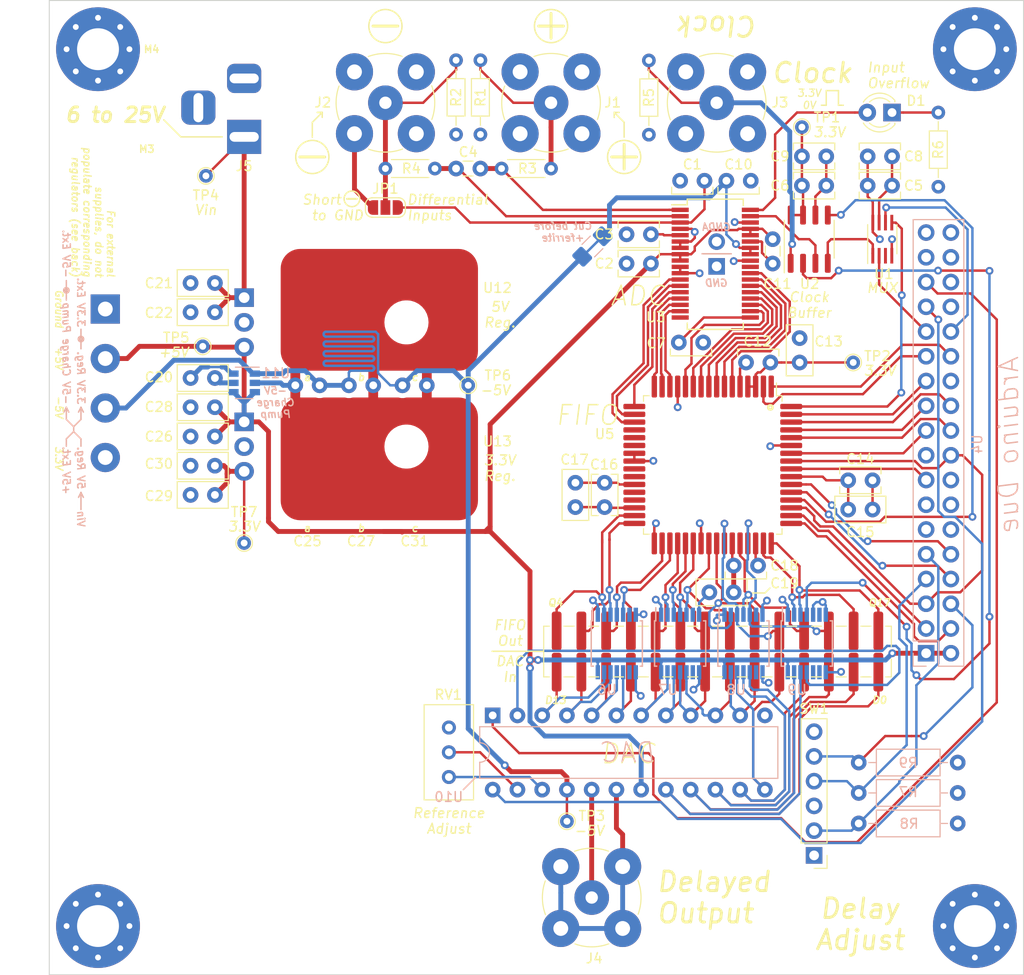
<source format=kicad_pcb>
(kicad_pcb (version 20171130) (host pcbnew "(5.1.2)-1")
  (layers (0 F.Cu mixed) (1 In1.Cu power) (2 In2.Cu power) (31 B.Cu mixed) (34 B.Paste user) (35 F.Paste user) (36 B.SilkS user) (37 F.SilkS user) (38 B.Mask user) (39 F.Mask user) (44 Edge.Cuts user))
  (net 0 "")
  (net 1 "Net-(C1-Pad2)")
  (net 2 GNDA)
  (net 3 "Net-(C2-Pad1)")
  (net 4 +5V)
  (net 5 "Net-(C4-Pad2)")
  (net 6 "Net-(C4-Pad1)")
  (net 7 3.3V)
  (net 8 -5V)
  (net 9 "Net-(C20-Pad1)")
  (net 10 "Net-(D1-Pad2)")
  (net 11 "Net-(D1-Pad1)")
  (net 12 "Net-(J1-Pad1)")
  (net 13 "Net-(J2-Pad1)")
  (net 14 "Net-(J3-Pad1)")
  (net 15 "Net-(R7-Pad2)")
  (net 16 "Net-(R8-Pad2)")
  (net 17 "Net-(R9-Pad2)")
  (net 18 "Net-(RV1k1-Pad2)")
  (net 19 "Net-(RV1k1-Pad1)")
  (net 20 WLSTN)
  (net 21 WCLK)
  (net 22 WCLK_S)
  (net 23 CLK)
  (net 24 RCLK)
  (net 25 CLK_ADC)
  (net 26 LDAC)
  (net 27 "Net-(U3-Pad26)")
  (net 28 "Net-(U3-Pad25)")
  (net 29 "Net-(U3-Pad24)")
  (net 30 "Net-(U3-Pad23)")
  (net 31 "Net-(U3-Pad22)")
  (net 32 "Net-(U3-Pad21)")
  (net 33 "Net-(U3-Pad20)")
  (net 34 "Net-(U3-Pad15)")
  (net 35 "Net-(U3-Pad16)")
  (net 36 "Net-(U3-Pad17)")
  (net 37 "Net-(U3-Pad14)")
  (net 38 "Net-(U3-Pad13)")
  (net 39 "Net-(U3-Pad12)")
  (net 40 "Net-(U4-Pad34)")
  (net 41 "Net-(U4-Pad29)")
  (net 42 "Net-(U4-Pad27)")
  (net 43 "Net-(U4-Pad24)")
  (net 44 "Net-(U4-Pad23)")
  (net 45 "Net-(U4-Pad22)")
  (net 46 "Net-(U10-Pad1)")
  (net 47 "Net-(U10-Pad24)")
  (net 48 "Net-(U4-Pad42)")
  (net 49 "Net-(U4-Pad41)")
  (net 50 "Net-(U4-Pad40)")
  (net 51 "Net-(U4-Pad39)")
  (net 52 "Net-(U4-Pad38)")
  (net 53 "Net-(U5-Pad48)")
  (net 54 "Net-(U5-Pad47)")
  (net 55 "Net-(U5-Pad45)")
  (net 56 "Net-(U5-Pad44)")
  (net 57 "Net-(U5-Pad42)")
  (net 58 "Net-(U5-Pad41)")
  (net 59 "Net-(U5-Pad40)")
  (net 60 "Net-(U5-Pad38)")
  (net 61 "Net-(U5-Pad37)")
  (net 62 "Net-(U5-Pad36)")
  (net 63 "Net-(U5-Pad35)")
  (net 64 "Net-(U5-Pad34)")
  (net 65 "Net-(U5-Pad32)")
  (net 66 "Net-(U5-Pad31)")
  (net 67 "Net-(U4-Pad44)")
  (net 68 "Net-(U4-Pad45)")
  (net 69 "Net-(U10-Pad3)")
  (net 70 "Net-(U10-Pad4)")
  (net 71 "Net-(U10-Pad5)")
  (net 72 "Net-(U10-Pad6)")
  (net 73 "Net-(U10-Pad7)")
  (net 74 "Net-(U10-Pad8)")
  (net 75 "Net-(U10-Pad9)")
  (net 76 "Net-(U10-Pad10)")
  (net 77 "Net-(U10-Pad11)")
  (net 78 "Net-(U10-Pad13)")
  (net 79 "Net-(U10-Pad14)")
  (net 80 "Net-(U10-Pad15)")
  (net 81 "Net-(U10-Pad16)")
  (net 82 "Net-(U10-Pad17)")
  (net 83 LDAC5V)
  (net 84 "Net-(J4-Pad2)")
  (net 85 "Net-(J4-Pad1)")
  (net 86 "Net-(C20-Pad2)")
  (net 87 "Net-(C21-Pad1)")
  (net 88 GND)
  (module TerminalBlock:TerminalBlock_bornier-4_P5.08mm (layer F.Cu) (at 55.25 81.17 270)
    (fp_text reference REF** hide)
    (fp_text value TerminalBlock_bornier-4_P5.08mm)
    (pad 4 thru_hole circle (at 15.24 0 270) (size 3 3) (drill 1.52) (layers *.Cu *.Mask) (net 7 3.3V))
    (pad 1 thru_hole rect (at 0 0 270) (size 3 3) (drill 1.52) (layers *.Cu *.Mask) (net 88 GND))
    (pad 3 thru_hole circle (at 10.16 0 270) (size 3 3) (drill 1.52) (layers *.Cu *.Mask) (net 8 -5V))
    (pad 2 thru_hole circle (at 5.08 0 270) (size 3 3) (drill 1.52) (layers *.Cu *.Mask) (net 4 +5V))
  )
  (module FIFO_P:SolderJumper_PinHeader_2x14_P2.54mm_Vertical_SMD (layer F.Cu) (at 118.0846 116.325 90)
    (fp_text reference REF** hide)
    (fp_text value SolderJumper_PinHeader_2x14_P2.54mm_Vertical_SMD)
    (pad 1 smd roundrect (at -2.1125 -16.51 90) (size 3.975 1) (layers F.Cu F.Paste F.Mask) (net 69 "Net-(U10-Pad3)"))
    (pad 2 smd roundrect (at 2.1125 -16.51 90) (size 3.975 1) (layers F.Cu F.Paste F.Mask) (net 66 "Net-(U5-Pad31)"))
    (pad 3 smd roundrect (at -2.1125 -13.97 90) (size 3.975 1) (layers F.Cu F.Paste F.Mask) (net 70 "Net-(U10-Pad4)"))
    (pad 4 smd roundrect (at 2.1125 -13.97 90) (size 3.975 1) (layers F.Cu F.Paste F.Mask) (net 65 "Net-(U5-Pad32)"))
    (pad 5 smd roundrect (at -2.1125 -11.43 90) (size 3.975 1) (layers F.Cu F.Paste F.Mask) (net 71 "Net-(U10-Pad5)"))
    (pad 6 smd roundrect (at 2.1125 -11.43 90) (size 3.975 1) (layers F.Cu F.Paste F.Mask) (net 64 "Net-(U5-Pad34)"))
    (pad 7 smd roundrect (at -2.1125 -8.89 90) (size 3.975 1) (layers F.Cu F.Paste F.Mask) (net 72 "Net-(U10-Pad6)"))
    (pad 8 smd roundrect (at 2.1125 -8.89 90) (size 3.975 1) (layers F.Cu F.Paste F.Mask) (net 63 "Net-(U5-Pad35)"))
    (pad 9 smd roundrect (at -2.1125 -6.35 90) (size 3.975 1) (layers F.Cu F.Paste F.Mask) (net 73 "Net-(U10-Pad7)"))
    (pad 10 smd roundrect (at 2.1125 -6.35 90) (size 3.975 1) (layers F.Cu F.Paste F.Mask) (net 62 "Net-(U5-Pad36)"))
    (pad 11 smd roundrect (at -2.1125 -3.81 90) (size 3.975 1) (layers F.Cu F.Paste F.Mask) (net 74 "Net-(U10-Pad8)"))
    (pad 12 smd roundrect (at 2.1125 -3.81 90) (size 3.975 1) (layers F.Cu F.Paste F.Mask) (net 61 "Net-(U5-Pad37)"))
    (pad 13 smd roundrect (at -2.1125 -1.27 90) (size 3.975 1) (layers F.Cu F.Paste F.Mask) (net 75 "Net-(U10-Pad9)"))
    (pad 14 smd roundrect (at 2.1125 -1.27 90) (size 3.975 1) (layers F.Cu F.Paste F.Mask) (net 60 "Net-(U5-Pad38)"))
    (pad 15 smd roundrect (at -2.1125 1.27 90) (size 3.975 1) (layers F.Cu F.Paste F.Mask) (net 76 "Net-(U10-Pad10)"))
    (pad 16 smd roundrect (at 2.1125 1.27 90) (size 3.975 1) (layers F.Cu F.Paste F.Mask) (net 59 "Net-(U5-Pad40)"))
    (pad 17 smd roundrect (at -2.1125 3.81 90) (size 3.975 1) (layers F.Cu F.Paste F.Mask) (net 77 "Net-(U10-Pad11)"))
    (pad 18 smd roundrect (at 2.1125 3.81 90) (size 3.975 1) (layers F.Cu F.Paste F.Mask) (net 58 "Net-(U5-Pad41)"))
    (pad 19 smd roundrect (at -2.1125 6.35 90) (size 3.975 1) (layers F.Cu F.Paste F.Mask) (net 78 "Net-(U10-Pad13)"))
    (pad 20 smd roundrect (at 2.1125 6.35 90) (size 3.975 1) (layers F.Cu F.Paste F.Mask) (net 57 "Net-(U5-Pad42)"))
    (pad 21 smd roundrect (at -2.1125 8.89 90) (size 3.975 1) (layers F.Cu F.Paste F.Mask) (net 79 "Net-(U10-Pad14)"))
    (pad 22 smd roundrect (at 2.1125 8.89 90) (size 3.975 1) (layers F.Cu F.Paste F.Mask) (net 56 "Net-(U5-Pad44)"))
    (pad 23 smd roundrect (at -2.1125 11.43 90) (size 3.975 1) (layers F.Cu F.Paste F.Mask) (net 80 "Net-(U10-Pad15)"))
    (pad 24 smd roundrect (at 2.1125 11.43 90) (size 3.975 1) (layers F.Cu F.Paste F.Mask) (net 55 "Net-(U5-Pad45)"))
    (pad 25 smd roundrect (at -2.1125 13.97 90) (size 3.975 1) (layers F.Cu F.Paste F.Mask) (net 81 "Net-(U10-Pad16)"))
    (pad 26 smd roundrect (at 2.1125 13.97 90) (size 3.975 1) (layers F.Cu F.Paste F.Mask) (net 54 "Net-(U5-Pad47)"))
    (pad 27 smd roundrect (at -2.1125 16.51 90) (size 3.975 1) (layers F.Cu F.Paste F.Mask) (net 82 "Net-(U10-Pad17)"))
    (pad 28 smd roundrect (at 2.1125 16.51 90) (size 3.975 1) (layers F.Cu F.Paste F.Mask) (net 53 "Net-(U5-Pad48)"))
  )
  (module Capacitor_THT:C_Rect_L4.0mm_W2.5mm_P2.50mm (layer F.Cu) (at 93.75 66.75 180)
    (fp_text reference C4 (at 1.25 1.696 180) (layer F.SilkS))
    (fp_text value 560pF)
    (pad 2 thru_hole circle (at 2.5 0 180) (size 1.6 1.6) (drill 0.8) (layers *.Cu *.Mask) (net 5 "Net-(C4-Pad2)"))
    (pad 1 thru_hole circle (at 0 0 180) (size 1.6 1.6) (drill 0.8) (layers *.Cu *.Mask) (net 6 "Net-(C4-Pad1)"))
  )
  (module Capacitor_THT:C_Rect_L4.0mm_W2.5mm_P2.50mm (layer F.Cu) (at 123.75 76.5 90)
    (fp_text reference C11 (at -2.086 0.49) (layer F.SilkS))
    (fp_text value 1uF)
    (pad 2 thru_hole circle (at 2.5 0 90) (size 1.6 1.6) (drill 0.8) (layers *.Cu *.Mask) (net 4 +5V))
    (pad 1 thru_hole circle (at 0 0 90) (size 1.6 1.6) (drill 0.8) (layers *.Cu *.Mask) (net 2 GNDA))
  )
  (module Capacitor_THT:C_Disc_D5.0mm_W2.5mm_P2.50mm (layer F.Cu) (at 117.25 110.25)
    (fp_text reference C19 (at 7.71 -0.935) (layer F.SilkS))
    (fp_text value 10uF)
    (pad 2 thru_hole circle (at 2.5 0) (size 1.6 1.6) (drill 0.8) (layers *.Cu *.Mask) (net 7 3.3V))
    (pad 1 thru_hole circle (at 0 0) (size 1.6 1.6) (drill 0.8) (layers *.Cu *.Mask) (net 88 GND))
  )
  (module Capacitor_THT:C_Disc_D5.0mm_W2.5mm_P2.50mm (layer F.Cu) (at 85.75 89)
    (fp_text reference C31 (at 1.25 16.002) (layer F.SilkS))
    (fp_text value 22uF)
    (pad 2 thru_hole circle (at 2.5 0) (size 1.6 1.6) (drill 0.8) (layers *.Cu *.Mask) (net 88 GND))
    (pad 1 thru_hole circle (at 0 0) (size 1.6 1.6) (drill 0.8) (layers *.Cu *.Mask) (net 8 -5V))
  )
  (module Capacitor_THT:C_Disc_D5.0mm_W2.5mm_P2.50mm (layer F.Cu) (at 80.25 89)
    (fp_text reference C27 (at 1.25 16.002) (layer F.SilkS))
    (fp_text value 22uF)
    (pad 2 thru_hole circle (at 2.5 0) (size 1.6 1.6) (drill 0.8) (layers *.Cu *.Mask) (net 88 GND))
    (pad 1 thru_hole circle (at 0 0) (size 1.6 1.6) (drill 0.8) (layers *.Cu *.Mask) (net 8 -5V))
  )
  (module Capacitor_THT:C_Disc_D5.0mm_W2.5mm_P2.50mm (layer F.Cu) (at 77.25 89 180)
    (fp_text reference C25 (at 1.25 -16.002) (layer F.SilkS))
    (fp_text value .47uF)
    (pad 2 thru_hole circle (at 2.5 0 180) (size 1.6 1.6) (drill 0.8) (layers *.Cu *.Mask) (net 88 GND))
    (pad 1 thru_hole circle (at 0 0 180) (size 1.6 1.6) (drill 0.8) (layers *.Cu *.Mask) (net 8 -5V))
  )
  (module Capacitor_THT:C_Rect_L4.0mm_W2.5mm_P2.50mm (layer F.Cu) (at 116.615 84.606 180)
    (fp_text reference C7 (at 4.821 -0.076) (layer F.SilkS))
    (fp_text value 1uF)
    (pad 1 thru_hole circle (at 0 0 180) (size 1.6 1.6) (drill 0.8) (layers *.Cu *.Mask) (net 88 GND))
    (pad 2 thru_hole circle (at 2.5 0 180) (size 1.6 1.6) (drill 0.8) (layers *.Cu *.Mask) (net 7 3.3V))
  )
  (module Jumper:SolderJumper-3_P1.3mm_Open_RoundedPad1.0x1.5mm (layer F.Cu) (at 84 70.75)
    (fp_text reference JP1 (at 0 -1.935) (layer F.SilkS))
    (fp_text value Jumper_3_Bridged12)
    (pad 2 smd rect (at 0 0) (size 1 1.5) (layers F.Cu F.Mask) (net 13 "Net-(J2-Pad1)"))
    (pad 3 smd custom (at 1.3 0) (size 1 0.5) (layers F.Cu F.Mask) (net 1 "Net-(C1-Pad2)") (options (clearance outline) (anchor rect)) (primitives (gr_circle (center 0 0.25) (end 0.5 0.25) (width 0)) (gr_circle (center 0 -0.25) (end 0.5 -0.25) (width 0)) (gr_poly (pts (xy -0.55 -0.75) (xy 0 -0.75) (xy 0 0.75) (xy -0.55 0.75)) (width 0))))
    (pad 1 smd custom (at -1.3 0) (size 1 0.5) (layers F.Cu F.Mask) (net 2 GNDA) (options (clearance outline) (anchor rect)) (primitives (gr_circle (center 0 0.25) (end 0.5 0.25) (width 0)) (gr_circle (center 0 -0.25) (end 0.5 -0.25) (width 0)) (gr_poly (pts (xy 0.55 -0.75) (xy 0 -0.75) (xy 0 0.75) (xy 0.55 0.75)) (width 0))))
  )
  (module Package_TO_SOT_THT:TO-220-3_Horizontal_TabDown (layer F.Cu) (at 69.5 92.75 270)
    (fp_text reference U13 (at 2 -26) (layer F.SilkS))
    (fp_text value LM2940CT-3.3)
    (pad 3 thru_hole oval (at 5.08 0 270) (size 1.905 2) (drill 1.1) (layers *.Cu *.Mask) (net 7 3.3V))
    (pad 2 thru_hole oval (at 2.54 0 270) (size 1.905 2) (drill 1.1) (layers *.Cu *.Mask) (net 88 GND))
    (pad 1 thru_hole rect (at 0 0 270) (size 1.905 2) (drill 1.1) (layers *.Cu *.Mask) (net 4 +5V))
    (pad "" np_thru_hole oval (at 2.54 -16.66 270) (size 3.5 3.5) (drill 3.5) (layers *.Cu *.Mask))
  )
  (module Package_TO_SOT_THT:TO-220-3_Horizontal_TabDown (layer F.Cu) (at 69.5 80 270)
    (fp_text reference U12 (at -1 -26) (layer F.SilkS))
    (fp_text value LM2940CT-5.0)
    (pad 3 thru_hole oval (at 5.08 0 270) (size 1.905 2) (drill 1.1) (layers *.Cu *.Mask) (net 4 +5V))
    (pad 2 thru_hole oval (at 2.54 0 270) (size 1.905 2) (drill 1.1) (layers *.Cu *.Mask) (net 88 GND))
    (pad 1 thru_hole rect (at 0 0 270) (size 1.905 2) (drill 1.1) (layers *.Cu *.Mask) (net 87 "Net-(C21-Pad1)"))
    (pad "" np_thru_hole oval (at 2.54 -16.66 270) (size 3.5 3.5) (drill 3.5) (layers *.Cu *.Mask))
  )
  (module Capacitor_THT:C_Rect_L4.0mm_W2.5mm_P2.50mm (layer F.Cu) (at 121.5 68 180)
    (fp_text reference C10 (at 1.25 1.676 180) (layer F.SilkS))
    (fp_text value 1uF)
    (pad 2 thru_hole circle (at 2.5 0 180) (size 1.6 1.6) (drill 0.8) (layers *.Cu *.Mask) (net 8 -5V))
    (pad 1 thru_hole circle (at 0 0 180) (size 1.6 1.6) (drill 0.8) (layers *.Cu *.Mask) (net 2 GNDA))
  )
  (module Capacitor_THT:C_Rect_L4.0mm_W2.5mm_P2.50mm (layer F.Cu) (at 114.25 68)
    (fp_text reference C1 (at 1.25 -1.676) (layer F.SilkS))
    (fp_text value 1uF)
    (pad 2 thru_hole circle (at 2.5 0) (size 1.6 1.6) (drill 0.8) (layers *.Cu *.Mask) (net 1 "Net-(C1-Pad2)"))
    (pad 1 thru_hole circle (at 0 0) (size 1.6 1.6) (drill 0.8) (layers *.Cu *.Mask) (net 2 GNDA))
  )
  (module FIFO_P:Rotary_Encoder (layer F.Cu) (at 128 137.25 180)
    (fp_text reference SW1 (at 0 15.05) (layer F.SilkS))
    (fp_text value Rotary_Encoder_61C)
    (pad 4 thru_hole oval (at 0 7.62 180) (size 1.7 1.7) (drill 1) (layers *.Cu *.Mask) (net 15 "Net-(R7-Pad2)"))
    (pad 2 thru_hole oval (at 0 2.54 180) (size 1.7 1.7) (drill 1) (layers *.Cu *.Mask) (net 16 "Net-(R8-Pad2)"))
    (pad 3 thru_hole oval (at 0 5.08 180) (size 1.7 1.7) (drill 1) (layers *.Cu *.Mask) (net 7 3.3V))
    (pad 5 thru_hole oval (at 0 10.16 180) (size 1.7 1.7) (drill 1) (layers *.Cu *.Mask) (net 17 "Net-(R9-Pad2)"))
    (pad 1 thru_hole rect (at 0 0 180) (size 1.7 1.7) (drill 1) (layers *.Cu *.Mask) (net 88 GND))
    (pad 6 thru_hole oval (at 0 12.7 180) (size 1.7 1.7) (drill 1) (layers *.Cu *.Mask) (net 7 3.3V))
  )
  (module Connector_PinHeader_2.54mm:PinHeader_1x02_P2.54mm_Vertical (layer F.Cu) (at 118 76.79 180)
    (fp_text reference JP2 hide)
    (fp_text value Jumper)
    (pad 2 thru_hole oval (at 0 2.54 180) (size 1.7 1.7) (drill 1) (layers *.Cu *.Mask) (net 2 GNDA))
    (pad 1 thru_hole rect (at 0 0 180) (size 1.7 1.7) (drill 1) (layers *.Cu *.Mask) (net 88 GND))
  )
  (module Resistor_THT:R_Axial_DIN0207_L6.3mm_D2.5mm_P10.16mm_Horizontal (layer B.Cu) (at 142.74 130.84 180)
    (fp_text reference R7 (at 5.08 0.09) (layer B.SilkS) (effects (justify mirror)))
    (fp_text value 3.3k)
    (pad 2 thru_hole oval (at 10.16 0 180) (size 1.6 1.6) (drill 0.8) (layers *.Cu *.Mask) (net 15 "Net-(R7-Pad2)"))
    (pad 1 thru_hole circle (at 0 0 180) (size 1.6 1.6) (drill 0.8) (layers *.Cu *.Mask) (net 7 3.3V))
  )
  (module MountingHole:MountingHole_3.2mm_M3_ISO14580 (layer F.Cu) (at 60.76 116.5)
    (fp_text reference M3 hide)
    (fp_text value MountingHole_3.2mm_M3_ISO14580)
    (pad 1 np_thru_hole circle (at 0 0) (size 3.2 3.2) (drill 3.2) (layers *.Cu *.Mask))
  )
  (module MountingHole:MountingHole_3.2mm_M3_ISO14580 (layer F.Cu) (at 59.49 68.24)
    (fp_text reference M3 (at 0.01 -3.49) (layer F.SilkS) (effects (font (size 0.75 0.75))))
    (fp_text value MountingHole_3.2mm_M3_ISO14580)
    (pad 1 np_thru_hole circle (at 0 0) (size 3.2 3.2) (drill 3.2) (layers *.Cu *.Mask))
  )
  (module Connector_PinHeader_2.54mm:PinHeader_2x18_P2.54mm_Vertical (layer B.Cu) (at 139.5 116.5 270)
    (fp_text reference U4 (at -21.463 -5.25 270) (layer B.SilkS) (effects (justify mirror)))
    (fp_text value ARDUINO_DUE_FIFO_P_COMMANDS)
    (pad GND thru_hole oval (at -43.18 -2.54) (size 1.7 1.7) (drill 1) (layers *.Cu *.Mask) (net 88 GND))
    (pad GND thru_hole oval (at -43.18 0) (size 1.7 1.7) (drill 1) (layers *.Cu *.Mask) (net 88 GND))
    (pad 53 thru_hole oval (at -40.64 -2.54) (size 1.7 1.7) (drill 1) (layers *.Cu *.Mask))
    (pad 52 thru_hole oval (at -40.64 0) (size 1.7 1.7) (drill 1) (layers *.Cu *.Mask))
    (pad 51 thru_hole oval (at -38.1 -2.54) (size 1.7 1.7) (drill 1) (layers *.Cu *.Mask))
    (pad 50 thru_hole oval (at -38.1 0) (size 1.7 1.7) (drill 1) (layers *.Cu *.Mask) (net 46 "Net-(U10-Pad1)"))
    (pad 49 thru_hole oval (at -35.56 -2.54) (size 1.7 1.7) (drill 1) (layers *.Cu *.Mask))
    (pad 48 thru_hole oval (at -35.56 0) (size 1.7 1.7) (drill 1) (layers *.Cu *.Mask) (net 47 "Net-(U10-Pad24)"))
    (pad 47 thru_hole oval (at -33.02 -2.54) (size 1.7 1.7) (drill 1) (layers *.Cu *.Mask) (net 20 WLSTN))
    (pad 46 thru_hole oval (at -33.02 0) (size 1.7 1.7) (drill 1) (layers *.Cu *.Mask) (net 22 WCLK_S))
    (pad 45 thru_hole oval (at -30.48 -2.54) (size 1.7 1.7) (drill 1) (layers *.Cu *.Mask) (net 68 "Net-(U4-Pad45)"))
    (pad 44 thru_hole oval (at -30.48 0) (size 1.7 1.7) (drill 1) (layers *.Cu *.Mask) (net 67 "Net-(U4-Pad44)"))
    (pad 43 thru_hole oval (at -27.94 -2.54) (size 1.7 1.7) (drill 1) (layers *.Cu *.Mask))
    (pad 42 thru_hole oval (at -27.94 0) (size 1.7 1.7) (drill 1) (layers *.Cu *.Mask) (net 48 "Net-(U4-Pad42)"))
    (pad 41 thru_hole oval (at -25.4 -2.54) (size 1.7 1.7) (drill 1) (layers *.Cu *.Mask) (net 49 "Net-(U4-Pad41)"))
    (pad 40 thru_hole oval (at -25.4 0) (size 1.7 1.7) (drill 1) (layers *.Cu *.Mask) (net 50 "Net-(U4-Pad40)"))
    (pad 39 thru_hole oval (at -22.86 -2.54) (size 1.7 1.7) (drill 1) (layers *.Cu *.Mask) (net 51 "Net-(U4-Pad39)"))
    (pad 38 thru_hole oval (at -22.86 0) (size 1.7 1.7) (drill 1) (layers *.Cu *.Mask) (net 52 "Net-(U4-Pad38)"))
    (pad 37 thru_hole oval (at -20.32 -2.54) (size 1.7 1.7) (drill 1) (layers *.Cu *.Mask) (net 43 "Net-(U4-Pad24)"))
    (pad 36 thru_hole oval (at -20.32 0) (size 1.7 1.7) (drill 1) (layers *.Cu *.Mask))
    (pad 35 thru_hole oval (at -17.78 -2.54) (size 1.7 1.7) (drill 1) (layers *.Cu *.Mask))
    (pad 34 thru_hole oval (at -17.78 0) (size 1.7 1.7) (drill 1) (layers *.Cu *.Mask) (net 40 "Net-(U4-Pad34)"))
    (pad 33 thru_hole oval (at -15.24 -2.54) (size 1.7 1.7) (drill 1) (layers *.Cu *.Mask))
    (pad 32 thru_hole oval (at -15.24 0) (size 1.7 1.7) (drill 1) (layers *.Cu *.Mask))
    (pad 31 thru_hole oval (at -12.7 -2.54) (size 1.7 1.7) (drill 1) (layers *.Cu *.Mask))
    (pad 30 thru_hole oval (at -12.7 0) (size 1.7 1.7) (drill 1) (layers *.Cu *.Mask))
    (pad 29 thru_hole oval (at -10.16 -2.54) (size 1.7 1.7) (drill 1) (layers *.Cu *.Mask) (net 41 "Net-(U4-Pad29)"))
    (pad 28 thru_hole oval (at -10.16 0) (size 1.7 1.7) (drill 1) (layers *.Cu *.Mask) (net 16 "Net-(R8-Pad2)"))
    (pad 27 thru_hole oval (at -7.62 -2.54) (size 1.7 1.7) (drill 1) (layers *.Cu *.Mask) (net 42 "Net-(U4-Pad27)"))
    (pad 26 thru_hole oval (at -7.62 0) (size 1.7 1.7) (drill 1) (layers *.Cu *.Mask) (net 15 "Net-(R7-Pad2)"))
    (pad 25 thru_hole oval (at -5.08 -2.54) (size 1.7 1.7) (drill 1) (layers *.Cu *.Mask) (net 17 "Net-(R9-Pad2)"))
    (pad 24 thru_hole oval (at -5.08 0) (size 1.7 1.7) (drill 1) (layers *.Cu *.Mask) (net 43 "Net-(U4-Pad24)"))
    (pad 23 thru_hole oval (at -2.54 -2.54) (size 1.7 1.7) (drill 1) (layers *.Cu *.Mask) (net 44 "Net-(U4-Pad23)"))
    (pad 22 thru_hole oval (at -2.54 0) (size 1.7 1.7) (drill 1) (layers *.Cu *.Mask) (net 45 "Net-(U4-Pad22)"))
    (pad 5V thru_hole oval (at 0 -2.54) (size 1.7 1.7) (drill 1) (layers *.Cu *.Mask) (net 4 +5V))
    (pad 5V thru_hole rect (at 0 0 270) (size 1.7 1.7) (drill 1) (layers *.Cu *.Mask) (net 4 +5V))
  )
  (module Capacitor_SMD:C_1206_3216Metric_Pad1.42x1.75mm_HandSolder (layer B.Cu) (at 105.25 74.75 45)
    (fp_text reference REF** hide)
    (fp_text value C_1206_3216Metric_Pad1.42x1.75mm_HandSolder)
    (pad 2 smd roundrect (at 1.4875 0 45) (size 1.425 1.75) (layers B.Cu B.Paste B.Mask) (roundrect_rratio 0.175) (net 8 -5V))
    (pad 1 smd roundrect (at -1.4875 0 45) (size 1.425 1.75) (layers B.Cu B.Paste B.Mask) (roundrect_rratio 0.175) (net 8 -5V))
  )
  (module Connector_Coaxial:BNC_TEConnectivity_1478204_Vertical (layer F.Cu) (at 84 60 180)
    (fp_text reference J2 (at 6.42 0.03) (layer F.SilkS))
    (fp_text value "Vin -")
    (pad 2 thru_hole circle (at 3.175 3.175 180) (size 3.81 3.81) (drill 1.524) (layers *.Cu *.Mask) (net 2 GNDA))
    (pad 2 thru_hole circle (at -3.175 3.175 180) (size 3.81 3.81) (drill 1.524) (layers *.Cu *.Mask) (net 2 GNDA))
    (pad 2 thru_hole circle (at 3.175 -3.175 180) (size 3.81 3.81) (drill 1.524) (layers *.Cu *.Mask) (net 2 GNDA))
    (pad 1 thru_hole circle (at 0 0 180) (size 3.556 3.556) (drill 1.27) (layers *.Cu *.Mask) (net 13 "Net-(J2-Pad1)"))
    (pad 2 thru_hole circle (at -3.175 -3.175 180) (size 3.81 3.81) (drill 1.524) (layers *.Cu *.Mask) (net 2 GNDA))
  )
  (module Resistor_THT:R_Axial_DIN0204_L3.6mm_D1.6mm_P7.62mm_Horizontal (layer F.Cu) (at 91.25 63.25 90)
    (fp_text reference R2 (at 3.81 0 90) (layer F.SilkS))
    (fp_text value 51R)
    (pad 2 thru_hole oval (at 7.62 0 90) (size 1.4 1.4) (drill 0.7) (layers *.Cu *.Mask) (net 13 "Net-(J2-Pad1)"))
    (pad 1 thru_hole circle (at 0 0 90) (size 1.4 1.4) (drill 0.7) (layers *.Cu *.Mask) (net 2 GNDA))
  )
  (module FIFO_P:Test_Pin (layer F.Cu) (at 65.576 67.5)
    (fp_text reference TP4 (at 0 2) (layer F.SilkS))
    (fp_text value TestPoint)
    (pad 1 thru_hole circle (at 0 0) (size 1.399924 1.399924) (drill 0.7) (layers *.Cu *.Mask) (net 87 "Net-(C21-Pad1)"))
  )
  (module Capacitor_THT:C_Rect_L4.0mm_W2.5mm_P2.50mm (layer F.Cu) (at 123.515 86.656 180)
    (fp_text reference C12 (at 1.307 2.156 180) (layer F.SilkS))
    (fp_text value .1uF)
    (pad 1 thru_hole circle (at 0 0 180) (size 1.6 1.6) (drill 0.8) (layers *.Cu *.Mask) (net 7 3.3V))
    (pad 2 thru_hole circle (at 2.5 0 180) (size 1.6 1.6) (drill 0.8) (layers *.Cu *.Mask) (net 88 GND))
  )
  (module FIFO_P:SSOP-36_5.3mm_Pitch0.65mm (layer F.Cu) (at 114.25 71)
    (fp_text reference U3 (at -2.5 11) (layer F.SilkS))
    (fp_text value LTC1740)
    (pad 28 smd rect (at 7.2136 5.207) (size 1.75 0.45) (layers F.Cu F.Paste F.Mask) (net 88 GND) (clearance 0.18))
    (pad 27 smd rect (at 7.2068 5.8414) (size 1.75 0.45) (layers F.Cu F.Paste F.Mask) (clearance 0.18))
    (pad 26 smd rect (at 7.2068 6.4914) (size 1.75 0.45) (layers F.Cu F.Paste F.Mask) (net 27 "Net-(U3-Pad26)"))
    (pad 25 smd rect (at 7.2068 7.1414) (size 1.75 0.45) (layers F.Cu F.Paste F.Mask) (net 28 "Net-(U3-Pad25)"))
    (pad 24 smd rect (at 7.2068 7.7914) (size 1.75 0.45) (layers F.Cu F.Paste F.Mask) (net 29 "Net-(U3-Pad24)"))
    (pad 23 smd rect (at 7.2068 8.4414) (size 1.75 0.45) (layers F.Cu F.Paste F.Mask) (net 30 "Net-(U3-Pad23)"))
    (pad 22 smd rect (at 7.2068 9.0914) (size 1.75 0.45) (layers F.Cu F.Paste F.Mask) (net 31 "Net-(U3-Pad22)"))
    (pad 21 smd rect (at 7.2068 9.7414) (size 1.75 0.45) (layers F.Cu F.Paste F.Mask) (net 32 "Net-(U3-Pad21)"))
    (pad 20 smd rect (at 7.2068 10.3914) (size 1.75 0.45) (layers F.Cu F.Paste F.Mask) (net 33 "Net-(U3-Pad20)"))
    (pad 19 smd rect (at 7.2068 11.0414) (size 1.75 0.45) (layers F.Cu F.Paste F.Mask) (net 7 3.3V))
    (pad 15 smd rect (at 0.0068 9.0914) (size 1.75 0.45) (layers F.Cu F.Paste F.Mask) (net 34 "Net-(U3-Pad15)"))
    (pad 16 smd rect (at 0.0068 9.7414) (size 1.75 0.45) (layers F.Cu F.Paste F.Mask) (net 35 "Net-(U3-Pad16)"))
    (pad 17 smd rect (at 0.0068 10.3914) (size 1.75 0.45) (layers F.Cu F.Paste F.Mask) (net 36 "Net-(U3-Pad17)"))
    (pad 18 smd rect (at 0.0068 11.0414) (size 1.75 0.45) (layers F.Cu F.Paste F.Mask))
    (pad 14 smd rect (at 0.0068 8.4414) (size 1.75 0.45) (layers F.Cu F.Paste F.Mask) (net 37 "Net-(U3-Pad14)"))
    (pad 13 smd rect (at 0.0068 7.7914) (size 1.75 0.45) (layers F.Cu F.Paste F.Mask) (net 38 "Net-(U3-Pad13)"))
    (pad 12 smd rect (at 0.0068 7.1414) (size 1.75 0.45) (layers F.Cu F.Paste F.Mask) (net 39 "Net-(U3-Pad12)"))
    (pad 11 smd rect (at 0.0068 6.4914) (size 1.75 0.45) (layers F.Cu F.Paste F.Mask) (net 88 GND))
    (pad 10 smd rect (at 0.0068 5.8414) (size 1.75 0.45) (layers F.Cu F.Paste F.Mask) (net 88 GND))
    (pad 9 smd rect (at 0.0068 5.1914) (size 1.75 0.45) (layers F.Cu F.Paste F.Mask) (net 4 +5V))
    (pad 8 smd rect (at 0.0068 4.5414) (size 1.75 0.45) (layers F.Cu F.Paste F.Mask) (net 4 +5V))
    (pad 7 smd rect (at 0.0068 3.8914) (size 1.75 0.45) (layers F.Cu F.Paste F.Mask) (net 2 GNDA))
    (pad 6 smd rect (at 0.0068 3.2414) (size 1.75 0.45) (layers F.Cu F.Paste F.Mask) (net 2 GNDA))
    (pad 5 smd rect (at 0.0068 2.5914) (size 1.75 0.45) (layers F.Cu F.Paste F.Mask) (net 3 "Net-(C2-Pad1)"))
    (pad 4 smd rect (at 0.0068 1.9414) (size 1.75 0.45) (layers F.Cu F.Paste F.Mask) (net 2 GNDA))
    (pad 3 smd rect (at 0.0068 1.2914) (size 1.75 0.45) (layers F.Cu F.Paste F.Mask) (net 1 "Net-(C1-Pad2)"))
    (pad 2 smd rect (at 0.0068 0.6414) (size 1.75 0.45) (layers F.Cu F.Paste F.Mask) (net 5 "Net-(C4-Pad2)"))
    (pad 1 smd rect (at 0.0068 -0.0086) (size 1.75 0.45) (layers F.Cu F.Paste F.Mask) (net 6 "Net-(C4-Pad1)"))
    (pad 29 smd rect (at 7.2068 4.5414) (size 1.75 0.45) (layers F.Cu F.Paste F.Mask) (net 8 -5V))
    (pad 30 smd rect (at 7.2068 3.8914) (size 1.75 0.45) (layers F.Cu F.Paste F.Mask) (net 8 -5V))
    (pad 31 smd rect (at 7.2068 3.2414) (size 1.75 0.45) (layers F.Cu F.Paste F.Mask) (net 2 GNDA))
    (pad 32 smd rect (at 7.2068 2.5914) (size 1.75 0.45) (layers F.Cu F.Paste F.Mask) (net 4 +5V))
    (pad 33 smd rect (at 7.2068 1.9414) (size 1.75 0.45) (layers F.Cu F.Paste F.Mask) (net 4 +5V))
    (pad 34 smd rect (at 7.2068 1.2914) (size 1.75 0.45) (layers F.Cu F.Paste F.Mask) (net 2 GNDA))
    (pad 35 smd rect (at 7.2068 0.6414) (size 1.75 0.45) (layers F.Cu F.Paste F.Mask) (net 25 CLK_ADC))
    (pad 36 smd rect (at 7.2068 -0.0086) (size 1.75 0.45) (layers F.Cu F.Paste F.Mask) (net 10 "Net-(D1-Pad2)"))
  )
  (module Package_SO:TSSOP-14_4.4x5mm_P0.65mm (layer B.Cu) (at 127.25 115.5 270)
    (fp_text reference U9 (at 4.75 1 180) (layer B.SilkS) (effects (justify mirror)))
    (fp_text value TXB0104)
    (pad 14 smd rect (at 2.95 1.95 270) (size 1.45 0.45) (layers B.Cu B.Paste B.Mask) (net 4 +5V))
    (pad 13 smd rect (at 2.95 1.3 270) (size 1.45 0.45) (layers B.Cu B.Paste B.Mask) (net 81 "Net-(U10-Pad16)"))
    (pad 12 smd rect (at 2.95 0.65 270) (size 1.45 0.45) (layers B.Cu B.Paste B.Mask) (net 82 "Net-(U10-Pad17)"))
    (pad 11 smd rect (at 2.95 0 270) (size 1.45 0.45) (layers B.Cu B.Paste B.Mask) (net 83 LDAC5V))
    (pad 10 smd rect (at 2.95 -0.65 270) (size 1.45 0.45) (layers B.Cu B.Paste B.Mask))
    (pad 9 smd rect (at 2.95 -1.3 270) (size 1.45 0.45) (layers B.Cu B.Paste B.Mask))
    (pad 8 smd rect (at 2.95 -1.95 270) (size 1.45 0.45) (layers B.Cu B.Paste B.Mask) (net 7 3.3V))
    (pad 7 smd rect (at -2.95 -1.95 270) (size 1.45 0.45) (layers B.Cu B.Paste B.Mask) (net 88 GND))
    (pad 6 smd rect (at -2.95 -1.3 270) (size 1.45 0.45) (layers B.Cu B.Paste B.Mask))
    (pad 5 smd rect (at -2.95 -0.65 270) (size 1.45 0.45) (layers B.Cu B.Paste B.Mask) (net 88 GND))
    (pad 4 smd rect (at -2.95 0 270) (size 1.45 0.45) (layers B.Cu B.Paste B.Mask) (net 26 LDAC))
    (pad 3 smd rect (at -2.95 0.65 270) (size 1.45 0.45) (layers B.Cu B.Paste B.Mask) (net 53 "Net-(U5-Pad48)"))
    (pad 2 smd rect (at -2.95 1.3 270) (size 1.45 0.45) (layers B.Cu B.Paste B.Mask) (net 54 "Net-(U5-Pad47)"))
    (pad 1 smd rect (at -2.95 1.95 270) (size 1.45 0.45) (layers B.Cu B.Paste B.Mask) (net 7 3.3V))
  )
  (module Capacitor_THT:C_Rect_L4.0mm_W2.5mm_P2.50mm (layer F.Cu) (at 122.25 107.5 180)
    (fp_text reference C18 (at -2.71 0 180) (layer F.SilkS))
    (fp_text value .1uF)
    (pad 2 thru_hole circle (at 2.5 0 180) (size 1.6 1.6) (drill 0.8) (layers *.Cu *.Mask) (net 7 3.3V))
    (pad 1 thru_hole circle (at 0 0 180) (size 1.6 1.6) (drill 0.8) (layers *.Cu *.Mask) (net 88 GND))
  )
  (module FIFO_P:LQFP-64_14x14mm_P0.8mm_HandSolder (layer F.Cu) (at 117.6 97.175 270)
    (fp_text reference U5 (at -3.175 11.1 180) (layer F.SilkS))
    (fp_text value IDT_72V2105)
    (pad 1 smd roundrect (at -8.05 -6 270) (size 2.25 0.55) (layers F.Cu F.Paste F.Mask) (net 68 "Net-(U4-Pad45)"))
    (pad 2 smd roundrect (at -8.05 -5.2 270) (size 2.25 0.55) (layers F.Cu F.Paste F.Mask) (net 67 "Net-(U4-Pad44)"))
    (pad 3 smd roundrect (at -8.05 -4.4 270) (size 2.25 0.55) (layers F.Cu F.Paste F.Mask) (net 7 3.3V))
    (pad 4 smd roundrect (at -8.05 -3.6 270) (size 2.25 0.55) (layers F.Cu F.Paste F.Mask) (net 7 3.3V))
    (pad 5 smd roundrect (at -8.05 -2.8 270) (size 2.25 0.55) (layers F.Cu F.Paste F.Mask) (net 88 GND))
    (pad 6 smd roundrect (at -8.05 -2 270) (size 2.25 0.55) (layers F.Cu F.Paste F.Mask) (net 27 "Net-(U3-Pad26)"))
    (pad 7 smd roundrect (at -8.05 -1.2 270) (size 2.25 0.55) (layers F.Cu F.Paste F.Mask) (net 28 "Net-(U3-Pad25)"))
    (pad 8 smd roundrect (at -8.05 -0.4 270) (size 2.25 0.55) (layers F.Cu F.Paste F.Mask) (net 29 "Net-(U3-Pad24)"))
    (pad 9 smd roundrect (at -8.05 0.4 270) (size 2.25 0.55) (layers F.Cu F.Paste F.Mask) (net 30 "Net-(U3-Pad23)"))
    (pad 10 smd roundrect (at -8.05 1.2 270) (size 2.25 0.55) (layers F.Cu F.Paste F.Mask) (net 31 "Net-(U3-Pad22)"))
    (pad 11 smd roundrect (at -8.05 2 270) (size 2.25 0.55) (layers F.Cu F.Paste F.Mask) (net 32 "Net-(U3-Pad21)"))
    (pad 12 smd roundrect (at -8.05 2.8 270) (size 2.25 0.55) (layers F.Cu F.Paste F.Mask) (net 33 "Net-(U3-Pad20)"))
    (pad 13 smd roundrect (at -8.05 3.6 270) (size 2.25 0.55) (layers F.Cu F.Paste F.Mask) (net 88 GND))
    (pad 14 smd roundrect (at -8.05 4.4 270) (size 2.25 0.55) (layers F.Cu F.Paste F.Mask) (net 36 "Net-(U3-Pad17)"))
    (pad 15 smd roundrect (at -8.05 5.2 270) (size 2.25 0.55) (layers F.Cu F.Paste F.Mask) (net 35 "Net-(U3-Pad16)"))
    (pad 16 smd roundrect (at -8.05 6 270) (size 2.25 0.55) (layers F.Cu F.Paste F.Mask) (net 34 "Net-(U3-Pad15)"))
    (pad 17 smd roundrect (at -6 8.05 270) (size 0.55 2.25) (layers F.Cu F.Paste F.Mask) (net 37 "Net-(U3-Pad14)"))
    (pad 18 smd roundrect (at -5.2 8.05 270) (size 0.55 2.25) (layers F.Cu F.Paste F.Mask) (net 38 "Net-(U3-Pad13)"))
    (pad 19 smd roundrect (at -4.4 8.05 270) (size 0.55 2.25) (layers F.Cu F.Paste F.Mask) (net 39 "Net-(U3-Pad12)"))
    (pad 20 smd roundrect (at -3.6 8.05 270) (size 0.55 2.25) (layers F.Cu F.Paste F.Mask))
    (pad 21 smd roundrect (at -2.8 8.05 270) (size 0.55 2.25) (layers F.Cu F.Paste F.Mask))
    (pad 22 smd roundrect (at -2 8.05 270) (size 0.55 2.25) (layers F.Cu F.Paste F.Mask))
    (pad 23 smd roundrect (at -1.2 8.05 270) (size 0.55 2.25) (layers F.Cu F.Paste F.Mask) (net 88 GND))
    (pad 24 smd roundrect (at -0.4 8.05 270) (size 0.55 2.25) (layers F.Cu F.Paste F.Mask) (net 88 GND))
    (pad 25 smd roundrect (at 0.4 8.05 270) (size 0.55 2.25) (layers F.Cu F.Paste F.Mask))
    (pad 26 smd roundrect (at 1.2 8.05 270) (size 0.55 2.25) (layers F.Cu F.Paste F.Mask))
    (pad 27 smd roundrect (at 2 8.05 270) (size 0.55 2.25) (layers F.Cu F.Paste F.Mask) (net 88 GND))
    (pad 28 smd roundrect (at 2.8 8.05 270) (size 0.55 2.25) (layers F.Cu F.Paste F.Mask))
    (pad 29 smd roundrect (at 3.6 8.05 270) (size 0.55 2.25) (layers F.Cu F.Paste F.Mask))
    (pad 30 smd roundrect (at 4.4 8.05 270) (size 0.55 2.25) (layers F.Cu F.Paste F.Mask) (net 7 3.3V))
    (pad 31 smd roundrect (at 5.2 8.05 270) (size 0.55 2.25) (layers F.Cu F.Paste F.Mask) (net 66 "Net-(U5-Pad31)"))
    (pad 32 smd roundrect (at 6 8.05 270) (size 0.55 2.25) (layers F.Cu F.Paste F.Mask) (net 65 "Net-(U5-Pad32)"))
    (pad 33 smd roundrect (at 8.05 6 270) (size 2.25 0.55) (layers F.Cu F.Paste F.Mask) (net 88 GND))
    (pad 34 smd roundrect (at 8.05 5.2 270) (size 2.25 0.55) (layers F.Cu F.Paste F.Mask) (net 64 "Net-(U5-Pad34)"))
    (pad 35 smd roundrect (at 8.05 4.4 270) (size 2.25 0.55) (layers F.Cu F.Paste F.Mask) (net 63 "Net-(U5-Pad35)"))
    (pad 36 smd roundrect (at 8.05 3.6 270) (size 2.25 0.55) (layers F.Cu F.Paste F.Mask) (net 62 "Net-(U5-Pad36)"))
    (pad 37 smd roundrect (at 8.05 2.8 270) (size 2.25 0.55) (layers F.Cu F.Paste F.Mask) (net 61 "Net-(U5-Pad37)"))
    (pad 38 smd roundrect (at 8.05 2 270) (size 2.25 0.55) (layers F.Cu F.Paste F.Mask) (net 60 "Net-(U5-Pad38)"))
    (pad 39 smd roundrect (at 8.05 1.2 270) (size 2.25 0.55) (layers F.Cu F.Paste F.Mask) (net 88 GND))
    (pad 40 smd roundrect (at 8.05 0.4 270) (size 2.25 0.55) (layers F.Cu F.Paste F.Mask) (net 59 "Net-(U5-Pad40)"))
    (pad 41 smd roundrect (at 8.05 -0.4 270) (size 2.25 0.55) (layers F.Cu F.Paste F.Mask) (net 58 "Net-(U5-Pad41)"))
    (pad 42 smd roundrect (at 8.05 -1.2 270) (size 2.25 0.55) (layers F.Cu F.Paste F.Mask) (net 57 "Net-(U5-Pad42)"))
    (pad 43 smd roundrect (at 8.05 -2 270) (size 2.25 0.55) (layers F.Cu F.Paste F.Mask) (net 7 3.3V))
    (pad 44 smd roundrect (at 8.05 -2.8 270) (size 2.25 0.55) (layers F.Cu F.Paste F.Mask) (net 56 "Net-(U5-Pad44)"))
    (pad 45 smd roundrect (at 8.05 -3.6 270) (size 2.25 0.55) (layers F.Cu F.Paste F.Mask) (net 55 "Net-(U5-Pad45)"))
    (pad 46 smd roundrect (at 8.05 -4.4 270) (size 2.25 0.55) (layers F.Cu F.Paste F.Mask) (net 88 GND))
    (pad 47 smd roundrect (at 8.05 -5.2 270) (size 2.25 0.55) (layers F.Cu F.Paste F.Mask) (net 54 "Net-(U5-Pad47)"))
    (pad 48 smd roundrect (at 8.05 -6 270) (size 2.25 0.55) (layers F.Cu F.Paste F.Mask) (net 53 "Net-(U5-Pad48)"))
    (pad 49 smd roundrect (at 6 -8.05 270) (size 0.55 2.25) (layers F.Cu F.Paste F.Mask) (net 44 "Net-(U4-Pad23)"))
    (pad 50 smd roundrect (at 5.2 -8.05 270) (size 0.55 2.25) (layers F.Cu F.Paste F.Mask) (net 45 "Net-(U4-Pad22)"))
    (pad 51 smd roundrect (at 4.4 -8.05 270) (size 0.55 2.25) (layers F.Cu F.Paste F.Mask) (net 43 "Net-(U4-Pad24)"))
    (pad 52 smd roundrect (at 3.6 -8.05 270) (size 0.55 2.25) (layers F.Cu F.Paste F.Mask) (net 24 RCLK))
    (pad 53 smd roundrect (at 2.8 -8.05 270) (size 0.55 2.25) (layers F.Cu F.Paste F.Mask) (net 42 "Net-(U4-Pad27)"))
    (pad 54 smd roundrect (at 2 -8.05 270) (size 0.55 2.25) (layers F.Cu F.Paste F.Mask) (net 41 "Net-(U4-Pad29)"))
    (pad 55 smd roundrect (at 1.2 -8.05 270) (size 0.55 2.25) (layers F.Cu F.Paste F.Mask) (net 7 3.3V))
    (pad 56 smd roundrect (at 0.4 -8.05 270) (size 0.55 2.25) (layers F.Cu F.Paste F.Mask) (net 40 "Net-(U4-Pad34)"))
    (pad 57 smd roundrect (at -0.4 -8.05 270) (size 0.55 2.25) (layers F.Cu F.Paste F.Mask) (net 43 "Net-(U4-Pad24)"))
    (pad 58 smd roundrect (at -1.2 -8.05 270) (size 0.55 2.25) (layers F.Cu F.Paste F.Mask) (net 52 "Net-(U4-Pad38)"))
    (pad 59 smd roundrect (at -2 -8.05 270) (size 0.55 2.25) (layers F.Cu F.Paste F.Mask) (net 88 GND))
    (pad 60 smd roundrect (at -2.8 -8.05 270) (size 0.55 2.25) (layers F.Cu F.Paste F.Mask) (net 51 "Net-(U4-Pad39)"))
    (pad 61 smd roundrect (at -3.6 -8.05 270) (size 0.55 2.25) (layers F.Cu F.Paste F.Mask) (net 50 "Net-(U4-Pad40)"))
    (pad 62 smd roundrect (at -4.4 -8.05 270) (size 0.55 2.25) (layers F.Cu F.Paste F.Mask) (net 49 "Net-(U4-Pad41)"))
    (pad 63 smd roundrect (at -5.2 -8.05 270) (size 0.55 2.25) (layers F.Cu F.Paste F.Mask) (net 48 "Net-(U4-Pad42)"))
    (pad 64 smd roundrect (at -6 -8.05 270) (size 0.55 2.25) (layers F.Cu F.Paste F.Mask) (net 21 WCLK))
  )
  (module Potentiometer_THT:Potentiometer_Bourns_3296W_Vertical (layer F.Cu) (at 90.515 129.206 270)
    (fp_text reference RV1 (at -8.456 0.057 180) (layer F.SilkS))
    (fp_text value R_POT)
    (pad 3 thru_hole circle (at -5.08 0 270) (size 1.44 1.44) (drill 0.8) (layers *.Cu *.Mask) (net 88 GND))
    (pad 2 thru_hole circle (at -2.54 0 270) (size 1.44 1.44) (drill 0.8) (layers *.Cu *.Mask) (net 18 "Net-(RV1k1-Pad2)"))
    (pad 1 thru_hole circle (at 0 0 270) (size 1.44 1.44) (drill 0.8) (layers *.Cu *.Mask) (net 19 "Net-(RV1k1-Pad1)"))
  )
  (module Package_SO:TSSOP-14_4.4x5mm_P0.65mm (layer B.Cu) (at 114.25 115.5 270)
    (fp_text reference U7 (at 4.75 1.25 180) (layer B.SilkS) (effects (justify mirror)))
    (fp_text value TXB0104)
    (pad 14 smd rect (at 2.95 1.95 270) (size 1.45 0.45) (layers B.Cu B.Paste B.Mask) (net 4 +5V))
    (pad 13 smd rect (at 2.95 1.3 270) (size 1.45 0.45) (layers B.Cu B.Paste B.Mask) (net 73 "Net-(U10-Pad7)"))
    (pad 12 smd rect (at 2.95 0.65 270) (size 1.45 0.45) (layers B.Cu B.Paste B.Mask) (net 74 "Net-(U10-Pad8)"))
    (pad 11 smd rect (at 2.95 0 270) (size 1.45 0.45) (layers B.Cu B.Paste B.Mask) (net 75 "Net-(U10-Pad9)"))
    (pad 10 smd rect (at 2.95 -0.65 270) (size 1.45 0.45) (layers B.Cu B.Paste B.Mask) (net 76 "Net-(U10-Pad10)"))
    (pad 9 smd rect (at 2.95 -1.3 270) (size 1.45 0.45) (layers B.Cu B.Paste B.Mask))
    (pad 8 smd rect (at 2.95 -1.95 270) (size 1.45 0.45) (layers B.Cu B.Paste B.Mask) (net 7 3.3V))
    (pad 7 smd rect (at -2.95 -1.95 270) (size 1.45 0.45) (layers B.Cu B.Paste B.Mask) (net 88 GND))
    (pad 6 smd rect (at -2.95 -1.3 270) (size 1.45 0.45) (layers B.Cu B.Paste B.Mask))
    (pad 5 smd rect (at -2.95 -0.65 270) (size 1.45 0.45) (layers B.Cu B.Paste B.Mask) (net 59 "Net-(U5-Pad40)"))
    (pad 4 smd rect (at -2.95 0 270) (size 1.45 0.45) (layers B.Cu B.Paste B.Mask) (net 60 "Net-(U5-Pad38)"))
    (pad 3 smd rect (at -2.95 0.65 270) (size 1.45 0.45) (layers B.Cu B.Paste B.Mask) (net 61 "Net-(U5-Pad37)"))
    (pad 2 smd rect (at -2.95 1.3 270) (size 1.45 0.45) (layers B.Cu B.Paste B.Mask) (net 62 "Net-(U5-Pad36)"))
    (pad 1 smd rect (at -2.95 1.95 270) (size 1.45 0.45) (layers B.Cu B.Paste B.Mask) (net 7 3.3V))
  )
  (module Capacitor_THT:C_Rect_L4.0mm_W2.5mm_P2.50mm (layer F.Cu) (at 106.5 101.5 90)
    (fp_text reference C16 (at 4.372 -0.04 180) (layer F.SilkS))
    (fp_text value .1uF)
    (pad 2 thru_hole circle (at 2.5 0 90) (size 1.6 1.6) (drill 0.8) (layers *.Cu *.Mask) (net 88 GND))
    (pad 1 thru_hole circle (at 0 0 90) (size 1.6 1.6) (drill 0.8) (layers *.Cu *.Mask) (net 7 3.3V))
  )
  (module Package_SO:TSSOP-14_4.4x5mm_P0.65mm (layer B.Cu) (at 107.75 115.5 270)
    (fp_text reference U6 (at 4.75 1 180) (layer B.SilkS) (effects (justify mirror)))
    (fp_text value TXB0104)
    (pad 14 smd rect (at 2.95 1.95 270) (size 1.45 0.45) (layers B.Cu B.Paste B.Mask) (net 4 +5V))
    (pad 13 smd rect (at 2.95 1.3 270) (size 1.45 0.45) (layers B.Cu B.Paste B.Mask) (net 69 "Net-(U10-Pad3)"))
    (pad 12 smd rect (at 2.95 0.65 270) (size 1.45 0.45) (layers B.Cu B.Paste B.Mask) (net 70 "Net-(U10-Pad4)"))
    (pad 11 smd rect (at 2.95 0 270) (size 1.45 0.45) (layers B.Cu B.Paste B.Mask) (net 71 "Net-(U10-Pad5)"))
    (pad 10 smd rect (at 2.95 -0.65 270) (size 1.45 0.45) (layers B.Cu B.Paste B.Mask) (net 72 "Net-(U10-Pad6)"))
    (pad 9 smd rect (at 2.95 -1.3 270) (size 1.45 0.45) (layers B.Cu B.Paste B.Mask))
    (pad 8 smd rect (at 2.95 -1.95 270) (size 1.45 0.45) (layers B.Cu B.Paste B.Mask) (net 7 3.3V))
    (pad 7 smd rect (at -2.95 -1.95 270) (size 1.45 0.45) (layers B.Cu B.Paste B.Mask) (net 88 GND))
    (pad 6 smd rect (at -2.95 -1.3 270) (size 1.45 0.45) (layers B.Cu B.Paste B.Mask))
    (pad 5 smd rect (at -2.95 -0.65 270) (size 1.45 0.45) (layers B.Cu B.Paste B.Mask) (net 63 "Net-(U5-Pad35)"))
    (pad 4 smd rect (at -2.95 0 270) (size 1.45 0.45) (layers B.Cu B.Paste B.Mask) (net 64 "Net-(U5-Pad34)"))
    (pad 3 smd rect (at -2.95 0.65 270) (size 1.45 0.45) (layers B.Cu B.Paste B.Mask) (net 65 "Net-(U5-Pad32)"))
    (pad 2 smd rect (at -2.95 1.3 270) (size 1.45 0.45) (layers B.Cu B.Paste B.Mask) (net 66 "Net-(U5-Pad31)"))
    (pad 1 smd rect (at -2.95 1.95 270) (size 1.45 0.45) (layers B.Cu B.Paste B.Mask) (net 7 3.3V))
  )
  (module Resistor_THT:R_Axial_DIN0204_L3.6mm_D1.6mm_P5.08mm_Horizontal (layer F.Cu) (at 84 66.75)
    (fp_text reference R4 (at 2.658 0) (layer F.SilkS))
    (fp_text value 0R)
    (pad 2 thru_hole oval (at 5.08 0) (size 1.4 1.4) (drill 0.7) (layers *.Cu *.Mask) (net 5 "Net-(C4-Pad2)"))
    (pad 1 thru_hole circle (at 0 0) (size 1.4 1.4) (drill 0.7) (layers *.Cu *.Mask) (net 13 "Net-(J2-Pad1)"))
  )
  (module Resistor_THT:R_Axial_DIN0204_L3.6mm_D1.6mm_P5.08mm_Horizontal (layer F.Cu) (at 101 66.75 180)
    (fp_text reference R3 (at 2.42 0) (layer F.SilkS))
    (fp_text value 0R)
    (pad 2 thru_hole oval (at 5.08 0 180) (size 1.4 1.4) (drill 0.7) (layers *.Cu *.Mask) (net 6 "Net-(C4-Pad1)"))
    (pad 1 thru_hole circle (at 0 0 180) (size 1.4 1.4) (drill 0.7) (layers *.Cu *.Mask) (net 12 "Net-(J1-Pad1)"))
  )
  (module Package_TO_SOT_SMD:SOT-23-6 (layer B.Cu) (at 69.5 88.75 180)
    (fp_text reference U11 (at -3.25 1) (layer B.SilkS) (effects (justify mirror)))
    (fp_text value LM2776)
    (pad 5 smd rect (at 1.1 0 180) (size 1.06 0.65) (layers B.Cu B.Paste B.Mask) (net 9 "Net-(C20-Pad1)"))
    (pad 6 smd rect (at 1.1 0.95 180) (size 1.06 0.65) (layers B.Cu B.Paste B.Mask) (net 86 "Net-(C20-Pad2)"))
    (pad 4 smd rect (at 1.1 -0.95 180) (size 1.06 0.65) (layers B.Cu B.Paste B.Mask) (net 4 +5V))
    (pad 3 smd rect (at -1.1 -0.95 180) (size 1.06 0.65) (layers B.Cu B.Paste B.Mask) (net 4 +5V))
    (pad 2 smd rect (at -1.1 0 180) (size 1.06 0.65) (layers B.Cu B.Paste B.Mask) (net 88 GND))
    (pad 1 smd rect (at -1.1 0.95 180) (size 1.06 0.65) (layers B.Cu B.Paste B.Mask) (net 8 -5V))
  )
  (module FIFO_P:Test_Pin (layer F.Cu) (at 92.5 89)
    (fp_text reference TP6 (at 3.038 -1.016) (layer F.SilkS))
    (fp_text value TestPoint)
    (pad 1 thru_hole circle (at 0 0) (size 1.399924 1.399924) (drill 0.7) (layers *.Cu *.Mask) (net 8 -5V))
  )
  (module Capacitor_THT:C_Disc_D5.0mm_W2.5mm_P2.50mm (layer F.Cu) (at 66.5 88.25 180)
    (fp_text reference C20 (at 5.75 0.082) (layer F.SilkS))
    (fp_text value .47uF)
    (pad 2 thru_hole circle (at 2.5 0 180) (size 1.6 1.6) (drill 0.8) (layers *.Cu *.Mask) (net 86 "Net-(C20-Pad2)"))
    (pad 1 thru_hole circle (at 0 0 180) (size 1.6 1.6) (drill 0.8) (layers *.Cu *.Mask) (net 9 "Net-(C20-Pad1)"))
  )
  (module Connector_BarrelJack:BarrelJack_Horizontal (layer F.Cu) (at 69.5 63.5 270)
    (fp_text reference J5 (at 3 0 180) (layer F.SilkS))
    (fp_text value Jack-DC)
    (pad 3 thru_hole roundrect (at -3 4.7 270) (size 3.5 3.5) (drill oval 3 1) (layers *.Cu *.Mask))
    (pad 2 thru_hole roundrect (at -6 0 270) (size 3 3.5) (drill oval 1 3) (layers *.Cu *.Mask) (net 88 GND))
    (pad 1 thru_hole rect (at 0 0 270) (size 3.5 3.5) (drill oval 1 3) (layers *.Cu *.Mask) (net 87 "Net-(C21-Pad1)"))
  )
  (module MountingHole:MountingHole_4.3mm_M4_Pad_Via (layer F.Cu) (at 144.5 54.5)
    (fp_text reference M4 hide)
    (fp_text value MountingHole_4.3mm_M4_Pad_Via)
    (pad 1 thru_hole circle (at 2.280419 -2.280419) (size 0.9 0.9) (drill 0.6) (layers *.Cu *.Mask))
    (pad 1 thru_hole circle (at 0 -3.225) (size 0.9 0.9) (drill 0.6) (layers *.Cu *.Mask))
    (pad 1 thru_hole circle (at -2.280419 -2.280419) (size 0.9 0.9) (drill 0.6) (layers *.Cu *.Mask))
    (pad 1 thru_hole circle (at -3.225 0) (size 0.9 0.9) (drill 0.6) (layers *.Cu *.Mask))
    (pad 1 thru_hole circle (at -2.280419 2.280419) (size 0.9 0.9) (drill 0.6) (layers *.Cu *.Mask))
    (pad 1 thru_hole circle (at 0 3.225) (size 0.9 0.9) (drill 0.6) (layers *.Cu *.Mask))
    (pad 1 thru_hole circle (at 2.280419 2.280419) (size 0.9 0.9) (drill 0.6) (layers *.Cu *.Mask))
    (pad 1 thru_hole circle (at 3.225 0) (size 0.9 0.9) (drill 0.6) (layers *.Cu *.Mask))
    (pad 1 thru_hole circle (at 0 0) (size 8.6 8.6) (drill 4.3) (layers *.Cu *.Mask))
  )
  (module MountingHole:MountingHole_4.3mm_M4_Pad_Via (layer F.Cu) (at 144.5 144.5)
    (fp_text reference M4 hide)
    (fp_text value MountingHole_4.3mm_M4_Pad_Via)
    (pad 1 thru_hole circle (at 2.280419 -2.280419) (size 0.9 0.9) (drill 0.6) (layers *.Cu *.Mask))
    (pad 1 thru_hole circle (at 0 -3.225) (size 0.9 0.9) (drill 0.6) (layers *.Cu *.Mask))
    (pad 1 thru_hole circle (at -2.280419 -2.280419) (size 0.9 0.9) (drill 0.6) (layers *.Cu *.Mask))
    (pad 1 thru_hole circle (at -3.225 0) (size 0.9 0.9) (drill 0.6) (layers *.Cu *.Mask))
    (pad 1 thru_hole circle (at -2.280419 2.280419) (size 0.9 0.9) (drill 0.6) (layers *.Cu *.Mask))
    (pad 1 thru_hole circle (at 0 3.225) (size 0.9 0.9) (drill 0.6) (layers *.Cu *.Mask))
    (pad 1 thru_hole circle (at 2.280419 2.280419) (size 0.9 0.9) (drill 0.6) (layers *.Cu *.Mask))
    (pad 1 thru_hole circle (at 3.225 0) (size 0.9 0.9) (drill 0.6) (layers *.Cu *.Mask))
    (pad 1 thru_hole circle (at 0 0) (size 8.6 8.6) (drill 4.3) (layers *.Cu *.Mask))
  )
  (module MountingHole:MountingHole_4.3mm_M4_Pad_Via (layer F.Cu) (at 54.5 144.5)
    (fp_text reference M4 hide)
    (fp_text value MountingHole_4.3mm_M4_Pad_Via)
    (pad 1 thru_hole circle (at 2.280419 -2.280419) (size 0.9 0.9) (drill 0.6) (layers *.Cu *.Mask))
    (pad 1 thru_hole circle (at 0 -3.225) (size 0.9 0.9) (drill 0.6) (layers *.Cu *.Mask))
    (pad 1 thru_hole circle (at -2.280419 -2.280419) (size 0.9 0.9) (drill 0.6) (layers *.Cu *.Mask))
    (pad 1 thru_hole circle (at -3.225 0) (size 0.9 0.9) (drill 0.6) (layers *.Cu *.Mask))
    (pad 1 thru_hole circle (at -2.280419 2.280419) (size 0.9 0.9) (drill 0.6) (layers *.Cu *.Mask))
    (pad 1 thru_hole circle (at 0 3.225) (size 0.9 0.9) (drill 0.6) (layers *.Cu *.Mask))
    (pad 1 thru_hole circle (at 2.280419 2.280419) (size 0.9 0.9) (drill 0.6) (layers *.Cu *.Mask))
    (pad 1 thru_hole circle (at 3.225 0) (size 0.9 0.9) (drill 0.6) (layers *.Cu *.Mask))
    (pad 1 thru_hole circle (at 0 0) (size 8.6 8.6) (drill 4.3) (layers *.Cu *.Mask))
  )
  (module MountingHole:MountingHole_4.3mm_M4_Pad_Via (layer F.Cu) (at 54.5 54.5)
    (fp_text reference M4 (at 5.5 0) (layer F.SilkS) (effects (font (size 0.75 0.75))))
    (fp_text value MountingHole_4.3mm_M4_Pad_Via)
    (pad 1 thru_hole circle (at 0 0) (size 8.6 8.6) (drill 4.3) (layers *.Cu *.Mask))
    (pad 1 thru_hole circle (at 3.225 0) (size 0.9 0.9) (drill 0.6) (layers *.Cu *.Mask))
    (pad 1 thru_hole circle (at 2.280419 2.280419) (size 0.9 0.9) (drill 0.6) (layers *.Cu *.Mask))
    (pad 1 thru_hole circle (at 0 3.225) (size 0.9 0.9) (drill 0.6) (layers *.Cu *.Mask))
    (pad 1 thru_hole circle (at -2.280419 2.280419) (size 0.9 0.9) (drill 0.6) (layers *.Cu *.Mask))
    (pad 1 thru_hole circle (at -3.225 0) (size 0.9 0.9) (drill 0.6) (layers *.Cu *.Mask))
    (pad 1 thru_hole circle (at -2.280419 -2.280419) (size 0.9 0.9) (drill 0.6) (layers *.Cu *.Mask))
    (pad 1 thru_hole circle (at 0 -3.225) (size 0.9 0.9) (drill 0.6) (layers *.Cu *.Mask))
    (pad 1 thru_hole circle (at 2.280419 -2.280419) (size 0.9 0.9) (drill 0.6) (layers *.Cu *.Mask))
  )
  (module Package_DIP:DIP-24_W7.62mm (layer B.Cu) (at 95.01 122.88 270)
    (fp_text reference U10 (at 8.37 4.51 180) (layer B.SilkS) (effects (justify mirror)))
    (fp_text value AD7840)
    (pad 24 thru_hole oval (at 7.62 0 270) (size 1.6 1.6) (drill 0.8) (layers *.Cu *.Mask) (net 47 "Net-(U10-Pad24)"))
    (pad 12 thru_hole oval (at 0 -27.94 270) (size 1.6 1.6) (drill 0.8) (layers *.Cu *.Mask) (net 88 GND))
    (pad 23 thru_hole oval (at 7.62 -2.54 270) (size 1.6 1.6) (drill 0.8) (layers *.Cu *.Mask) (net 18 "Net-(RV1k1-Pad2)"))
    (pad 11 thru_hole oval (at 0 -25.4 270) (size 1.6 1.6) (drill 0.8) (layers *.Cu *.Mask) (net 77 "Net-(U10-Pad11)"))
    (pad 22 thru_hole oval (at 7.62 -5.08 270) (size 1.6 1.6) (drill 0.8) (layers *.Cu *.Mask) (net 19 "Net-(RV1k1-Pad1)"))
    (pad 10 thru_hole oval (at 0 -22.86 270) (size 1.6 1.6) (drill 0.8) (layers *.Cu *.Mask) (net 76 "Net-(U10-Pad10)"))
    (pad 21 thru_hole oval (at 7.62 -7.62 270) (size 1.6 1.6) (drill 0.8) (layers *.Cu *.Mask) (net 8 -5V))
    (pad 9 thru_hole oval (at 0 -20.32 270) (size 1.6 1.6) (drill 0.8) (layers *.Cu *.Mask) (net 75 "Net-(U10-Pad9)"))
    (pad 20 thru_hole oval (at 7.62 -10.16 270) (size 1.6 1.6) (drill 0.8) (layers *.Cu *.Mask) (net 85 "Net-(J4-Pad1)"))
    (pad 8 thru_hole oval (at 0 -17.78 270) (size 1.6 1.6) (drill 0.8) (layers *.Cu *.Mask) (net 74 "Net-(U10-Pad8)"))
    (pad 19 thru_hole oval (at 7.62 -12.7 270) (size 1.6 1.6) (drill 0.8) (layers *.Cu *.Mask) (net 84 "Net-(J4-Pad2)"))
    (pad 7 thru_hole oval (at 0 -15.24 270) (size 1.6 1.6) (drill 0.8) (layers *.Cu *.Mask) (net 73 "Net-(U10-Pad7)"))
    (pad 18 thru_hole oval (at 7.62 -15.24 270) (size 1.6 1.6) (drill 0.8) (layers *.Cu *.Mask) (net 4 +5V))
    (pad 6 thru_hole oval (at 0 -12.7 270) (size 1.6 1.6) (drill 0.8) (layers *.Cu *.Mask) (net 72 "Net-(U10-Pad6)"))
    (pad 17 thru_hole oval (at 7.62 -17.78 270) (size 1.6 1.6) (drill 0.8) (layers *.Cu *.Mask) (net 82 "Net-(U10-Pad17)"))
    (pad 5 thru_hole oval (at 0 -10.16 270) (size 1.6 1.6) (drill 0.8) (layers *.Cu *.Mask) (net 71 "Net-(U10-Pad5)"))
    (pad 16 thru_hole oval (at 7.62 -20.32 270) (size 1.6 1.6) (drill 0.8) (layers *.Cu *.Mask) (net 81 "Net-(U10-Pad16)"))
    (pad 4 thru_hole oval (at 0 -7.62 270) (size 1.6 1.6) (drill 0.8) (layers *.Cu *.Mask) (net 70 "Net-(U10-Pad4)"))
    (pad 15 thru_hole oval (at 7.62 -22.86 270) (size 1.6 1.6) (drill 0.8) (layers *.Cu *.Mask) (net 80 "Net-(U10-Pad15)"))
    (pad 3 thru_hole oval (at 0 -5.08 270) (size 1.6 1.6) (drill 0.8) (layers *.Cu *.Mask) (net 69 "Net-(U10-Pad3)"))
    (pad 14 thru_hole oval (at 7.62 -25.4 270) (size 1.6 1.6) (drill 0.8) (layers *.Cu *.Mask) (net 79 "Net-(U10-Pad14)"))
    (pad 2 thru_hole oval (at 0 -2.54 270) (size 1.6 1.6) (drill 0.8) (layers *.Cu *.Mask) (net 83 LDAC5V))
    (pad 13 thru_hole oval (at 7.62 -27.94 270) (size 1.6 1.6) (drill 0.8) (layers *.Cu *.Mask) (net 78 "Net-(U10-Pad13)"))
    (pad 1 thru_hole rect (at 0 0 270) (size 1.6 1.6) (drill 0.8) (layers *.Cu *.Mask) (net 46 "Net-(U10-Pad1)"))
  )
  (module Package_SO:TSSOP-14_4.4x5mm_P0.65mm (layer B.Cu) (at 120.75 115.5 270)
    (fp_text reference U8 (at 4.75 0.75 180) (layer B.SilkS) (effects (justify mirror)))
    (fp_text value TXB0104)
    (pad 14 smd rect (at 2.95 1.95 270) (size 1.45 0.45) (layers B.Cu B.Paste B.Mask) (net 4 +5V))
    (pad 13 smd rect (at 2.95 1.3 270) (size 1.45 0.45) (layers B.Cu B.Paste B.Mask) (net 77 "Net-(U10-Pad11)"))
    (pad 12 smd rect (at 2.95 0.65 270) (size 1.45 0.45) (layers B.Cu B.Paste B.Mask) (net 78 "Net-(U10-Pad13)"))
    (pad 11 smd rect (at 2.95 0 270) (size 1.45 0.45) (layers B.Cu B.Paste B.Mask) (net 79 "Net-(U10-Pad14)"))
    (pad 10 smd rect (at 2.95 -0.65 270) (size 1.45 0.45) (layers B.Cu B.Paste B.Mask) (net 80 "Net-(U10-Pad15)"))
    (pad 9 smd rect (at 2.95 -1.3 270) (size 1.45 0.45) (layers B.Cu B.Paste B.Mask))
    (pad 8 smd rect (at 2.95 -1.95 270) (size 1.45 0.45) (layers B.Cu B.Paste B.Mask) (net 7 3.3V))
    (pad 7 smd rect (at -2.95 -1.95 270) (size 1.45 0.45) (layers B.Cu B.Paste B.Mask) (net 88 GND))
    (pad 6 smd rect (at -2.95 -1.3 270) (size 1.45 0.45) (layers B.Cu B.Paste B.Mask))
    (pad 5 smd rect (at -2.95 -0.65 270) (size 1.45 0.45) (layers B.Cu B.Paste B.Mask) (net 55 "Net-(U5-Pad45)"))
    (pad 4 smd rect (at -2.95 0 270) (size 1.45 0.45) (layers B.Cu B.Paste B.Mask) (net 56 "Net-(U5-Pad44)"))
    (pad 3 smd rect (at -2.95 0.65 270) (size 1.45 0.45) (layers B.Cu B.Paste B.Mask) (net 57 "Net-(U5-Pad42)"))
    (pad 2 smd rect (at -2.95 1.3 270) (size 1.45 0.45) (layers B.Cu B.Paste B.Mask) (net 58 "Net-(U5-Pad41)"))
    (pad 1 smd rect (at -2.95 1.95 270) (size 1.45 0.45) (layers B.Cu B.Paste B.Mask) (net 7 3.3V))
  )
  (module Connector_Coaxial:BNC_TEConnectivity_1478204_Vertical (layer F.Cu) (at 118 60)
    (fp_text reference J3 (at 6.504 -0.026) (layer F.SilkS))
    (fp_text value ICLK)
    (pad 2 thru_hole circle (at 3.175 3.175) (size 3.81 3.81) (drill 1.524) (layers *.Cu *.Mask) (net 88 GND))
    (pad 2 thru_hole circle (at -3.175 3.175) (size 3.81 3.81) (drill 1.524) (layers *.Cu *.Mask) (net 88 GND))
    (pad 2 thru_hole circle (at 3.175 -3.175) (size 3.81 3.81) (drill 1.524) (layers *.Cu *.Mask) (net 88 GND))
    (pad 1 thru_hole circle (at 0 0) (size 3.556 3.556) (drill 1.27) (layers *.Cu *.Mask) (net 14 "Net-(J3-Pad1)"))
    (pad 2 thru_hole circle (at -3.175 -3.175) (size 3.81 3.81) (drill 1.524) (layers *.Cu *.Mask) (net 88 GND))
  )
  (module Package_SO:SOIC-8_3.9x4.9mm_P1.27mm (layer F.Cu) (at 127.5 74 90)
    (fp_text reference U2 (at -4.586 0.042 180) (layer F.SilkS))
    (fp_text value IDT_ICS551)
    (pad 8 smd roundrect (at 2.475 -1.905 90) (size 1.95 0.6) (layers F.Cu F.Paste F.Mask) (net 7 3.3V))
    (pad 7 smd roundrect (at 2.475 -0.635 90) (size 1.95 0.6) (layers F.Cu F.Paste F.Mask) (net 7 3.3V))
    (pad 6 smd roundrect (at 2.475 0.635 90) (size 1.95 0.6) (layers F.Cu F.Paste F.Mask) (net 88 GND))
    (pad 5 smd roundrect (at 2.475 1.905 90) (size 1.95 0.6) (layers F.Cu F.Paste F.Mask) (net 24 RCLK))
    (pad 4 smd roundrect (at -2.475 1.905 90) (size 1.95 0.6) (layers F.Cu F.Paste F.Mask) (net 23 CLK))
    (pad 3 smd roundrect (at -2.475 0.635 90) (size 1.95 0.6) (layers F.Cu F.Paste F.Mask) (net 25 CLK_ADC))
    (pad 2 smd roundrect (at -2.475 -0.635 90) (size 1.95 0.6) (layers F.Cu F.Paste F.Mask) (net 26 LDAC))
    (pad 1 smd roundrect (at -2.475 -1.905 90) (size 1.95 0.6) (layers F.Cu F.Paste F.Mask) (net 14 "Net-(J3-Pad1)"))
  )
  (module Package_SO:SSOP-8_2.95x2.8mm_P0.65mm (layer F.Cu) (at 135 74 90)
    (fp_text reference U1 (at -3.57 0.162 180) (layer F.SilkS))
    (fp_text value SN74LVC2G157_MUX_TI)
    (pad 1 smd rect (at -1.7 -0.975) (size 0.3 1.6) (layers F.Cu F.Paste F.Mask) (net 23 CLK))
    (pad 2 smd rect (at -1.7 -0.325) (size 0.3 1.6) (layers F.Cu F.Paste F.Mask) (net 22 WCLK_S))
    (pad 3 smd rect (at -1.7 0.325) (size 0.3 1.6) (layers F.Cu F.Paste F.Mask))
    (pad 4 smd rect (at -1.7 0.975) (size 0.3 1.6) (layers F.Cu F.Paste F.Mask) (net 88 GND))
    (pad 5 smd rect (at 1.7 0.975) (size 0.3 1.6) (layers F.Cu F.Paste F.Mask) (net 21 WCLK))
    (pad 6 smd rect (at 1.7 0.325) (size 0.3 1.6) (layers F.Cu F.Paste F.Mask) (net 20 WLSTN))
    (pad 7 smd rect (at 1.7 -0.325) (size 0.3 1.6) (layers F.Cu F.Paste F.Mask) (net 88 GND))
    (pad 8 smd rect (at 1.7 -0.975) (size 0.3 1.6) (layers F.Cu F.Paste F.Mask) (net 7 3.3V))
  )
  (module FIFO_P:Test_Pin (layer F.Cu) (at 69.5 105.186)
    (fp_text reference TP7 (at 0 -3.186) (layer F.SilkS))
    (fp_text value TestPoint)
    (pad 1 thru_hole circle (at 0 0) (size 1.399924 1.399924) (drill 0.7) (layers *.Cu *.Mask) (net 7 3.3V))
  )
  (module FIFO_P:Test_Pin (layer F.Cu) (at 65.25 85)
    (fp_text reference TP5 (at -2.722 -0.896) (layer F.SilkS))
    (fp_text value TestPoint)
    (pad 1 thru_hole circle (at 0 0) (size 1.399924 1.399924) (drill 0.7) (layers *.Cu *.Mask) (net 4 +5V))
  )
  (module FIFO_P:Test_Pin (layer F.Cu) (at 102.63 133.75)
    (fp_text reference TP3 (at 2.56 -0.554) (layer F.SilkS))
    (fp_text value TestPoint)
    (pad 1 thru_hole circle (at 0 0) (size 1.399924 1.399924) (drill 0.7) (layers *.Cu *.Mask) (net 8 -5V))
  )
  (module FIFO_P:Test_Pin (layer F.Cu) (at 132.015 86.656)
    (fp_text reference TP2 (at 2.485 -0.656) (layer F.SilkS))
    (fp_text value TestPoint)
    (pad 1 thru_hole circle (at 0 0) (size 1.399924 1.399924) (drill 0.7) (layers *.Cu *.Mask) (net 7 3.3V))
  )
  (module FIFO_P:Test_Pin (layer F.Cu) (at 126.75 62.5)
    (fp_text reference TP1 (at 2.58 -1.002) (layer F.SilkS))
    (fp_text value TestPoint)
    (pad 1 thru_hole circle (at 0 0) (size 1.399924 1.399924) (drill 0.7) (layers *.Cu *.Mask) (net 7 3.3V))
  )
  (module Resistor_THT:R_Axial_DIN0207_L6.3mm_D2.5mm_P10.16mm_Horizontal (layer B.Cu) (at 142.74 127.72 180)
    (fp_text reference R9 (at 5.08 -0.03) (layer B.SilkS) (effects (justify mirror)))
    (fp_text value 3.3k)
    (pad 2 thru_hole oval (at 10.16 0 180) (size 1.6 1.6) (drill 0.8) (layers *.Cu *.Mask) (net 17 "Net-(R9-Pad2)"))
    (pad 1 thru_hole circle (at 0 0 180) (size 1.6 1.6) (drill 0.8) (layers *.Cu *.Mask) (net 7 3.3V))
  )
  (module Resistor_THT:R_Axial_DIN0207_L6.3mm_D2.5mm_P10.16mm_Horizontal (layer B.Cu) (at 142.74 133.97 180)
    (fp_text reference R8 (at 4.99 -0.03) (layer B.SilkS) (effects (justify mirror)))
    (fp_text value 10k)
    (pad 2 thru_hole oval (at 10.16 0 180) (size 1.6 1.6) (drill 0.8) (layers *.Cu *.Mask) (net 16 "Net-(R8-Pad2)"))
    (pad 1 thru_hole circle (at 0 0 180) (size 1.6 1.6) (drill 0.8) (layers *.Cu *.Mask) (net 88 GND))
  )
  (module Resistor_THT:R_Axial_DIN0204_L3.6mm_D1.6mm_P7.62mm_Horizontal (layer F.Cu) (at 140.75 61 270)
    (fp_text reference R6 (at 3.81 0.014 90) (layer F.SilkS))
    (fp_text value 10R)
    (pad 2 thru_hole oval (at 7.62 0 270) (size 1.4 1.4) (drill 0.7) (layers *.Cu *.Mask) (net 88 GND))
    (pad 1 thru_hole circle (at 0 0 270) (size 1.4 1.4) (drill 0.7) (layers *.Cu *.Mask) (net 11 "Net-(D1-Pad1)"))
  )
  (module Resistor_THT:R_Axial_DIN0204_L3.6mm_D1.6mm_P7.62mm_Horizontal (layer F.Cu) (at 111.042 55.656 270)
    (fp_text reference R5 (at 3.81 0 90) (layer F.SilkS))
    (fp_text value 50R)
    (pad 2 thru_hole oval (at 7.62 0 270) (size 1.4 1.4) (drill 0.7) (layers *.Cu *.Mask) (net 88 GND))
    (pad 1 thru_hole circle (at 0 0 270) (size 1.4 1.4) (drill 0.7) (layers *.Cu *.Mask) (net 14 "Net-(J3-Pad1)"))
  )
  (module Resistor_THT:R_Axial_DIN0204_L3.6mm_D1.6mm_P7.62mm_Horizontal (layer F.Cu) (at 93.75 63.25 90)
    (fp_text reference R1 (at 3.81 0 90) (layer F.SilkS))
    (fp_text value 51R)
    (pad 2 thru_hole oval (at 7.62 0 90) (size 1.4 1.4) (drill 0.7) (layers *.Cu *.Mask) (net 12 "Net-(J1-Pad1)"))
    (pad 1 thru_hole circle (at 0 0 90) (size 1.4 1.4) (drill 0.7) (layers *.Cu *.Mask) (net 2 GNDA))
  )
  (module Connector_Coaxial:BNC_TEConnectivity_1478204_Vertical (layer F.Cu) (at 105.175 141.575 180)
    (fp_text reference J4 (at -0.25 -6.25) (layer F.SilkS))
    (fp_text value Vout)
    (pad 2 thru_hole circle (at 3.175 3.175 180) (size 3.81 3.81) (drill 1.524) (layers *.Cu *.Mask) (net 84 "Net-(J4-Pad2)"))
    (pad 2 thru_hole circle (at -3.175 3.175 180) (size 3.81 3.81) (drill 1.524) (layers *.Cu *.Mask) (net 84 "Net-(J4-Pad2)"))
    (pad 2 thru_hole circle (at 3.175 -3.175 180) (size 3.81 3.81) (drill 1.524) (layers *.Cu *.Mask) (net 84 "Net-(J4-Pad2)"))
    (pad 1 thru_hole circle (at 0 0 180) (size 3.556 3.556) (drill 1.27) (layers *.Cu *.Mask) (net 85 "Net-(J4-Pad1)"))
    (pad 2 thru_hole circle (at -3.175 -3.175 180) (size 3.81 3.81) (drill 1.524) (layers *.Cu *.Mask) (net 84 "Net-(J4-Pad2)"))
  )
  (module Connector_Coaxial:BNC_TEConnectivity_1478204_Vertical (layer F.Cu) (at 101 60 180)
    (fp_text reference J1 (at -6.33 0.03) (layer F.SilkS))
    (fp_text value "Vin +")
    (pad 2 thru_hole circle (at 3.175 3.175 180) (size 3.81 3.81) (drill 1.524) (layers *.Cu *.Mask) (net 2 GNDA))
    (pad 2 thru_hole circle (at -3.175 3.175 180) (size 3.81 3.81) (drill 1.524) (layers *.Cu *.Mask) (net 2 GNDA))
    (pad 2 thru_hole circle (at 3.175 -3.175 180) (size 3.81 3.81) (drill 1.524) (layers *.Cu *.Mask) (net 2 GNDA))
    (pad 1 thru_hole circle (at 0 0 180) (size 3.556 3.556) (drill 1.27) (layers *.Cu *.Mask) (net 12 "Net-(J1-Pad1)"))
    (pad 2 thru_hole circle (at -3.175 -3.175 180) (size 3.81 3.81) (drill 1.524) (layers *.Cu *.Mask) (net 2 GNDA))
  )
  (module LED_THT:LED_D3.0mm (layer F.Cu) (at 136 61 180)
    (fp_text reference D1 (at -2.464 1.21) (layer F.SilkS))
    (fp_text value LED_RED)
    (pad 2 thru_hole circle (at 2.54 0 180) (size 1.8 1.8) (drill 0.9) (layers *.Cu *.Mask) (net 10 "Net-(D1-Pad2)"))
    (pad 1 thru_hole rect (at 0 0 180) (size 1.8 1.8) (drill 0.9) (layers *.Cu *.Mask) (net 11 "Net-(D1-Pad1)"))
  )
  (module Capacitor_THT:C_Disc_D5.0mm_W2.5mm_P2.50mm (layer F.Cu) (at 66.5 97.25 180)
    (fp_text reference C30 (at 5.75 0.192) (layer F.SilkS))
    (fp_text value .47uF)
    (pad 2 thru_hole circle (at 2.5 0 180) (size 1.6 1.6) (drill 0.8) (layers *.Cu *.Mask) (net 88 GND))
    (pad 1 thru_hole circle (at 0 0 180) (size 1.6 1.6) (drill 0.8) (layers *.Cu *.Mask) (net 7 3.3V))
  )
  (module Capacitor_THT:C_Disc_D5.0mm_W2.5mm_P2.50mm (layer F.Cu) (at 66.5 100.25 180)
    (fp_text reference C29 (at 5.75 -0.11) (layer F.SilkS))
    (fp_text value 22uF)
    (pad 2 thru_hole circle (at 2.5 0 180) (size 1.6 1.6) (drill 0.8) (layers *.Cu *.Mask) (net 88 GND))
    (pad 1 thru_hole circle (at 0 0 180) (size 1.6 1.6) (drill 0.8) (layers *.Cu *.Mask) (net 7 3.3V))
  )
  (module Capacitor_THT:C_Disc_D5.0mm_W2.5mm_P2.50mm (layer F.Cu) (at 66.5 91.25 180)
    (fp_text reference C28 (at 5.75 0.034) (layer F.SilkS))
    (fp_text value .47uF)
    (pad 2 thru_hole circle (at 2.5 0 180) (size 1.6 1.6) (drill 0.8) (layers *.Cu *.Mask) (net 88 GND))
    (pad 1 thru_hole circle (at 0 0 180) (size 1.6 1.6) (drill 0.8) (layers *.Cu *.Mask) (net 4 +5V))
  )
  (module Capacitor_THT:C_Disc_D5.0mm_W2.5mm_P2.50mm (layer F.Cu) (at 66.5 94.25 180)
    (fp_text reference C26 (at 5.75 -0.014) (layer F.SilkS))
    (fp_text value 22uF)
    (pad 2 thru_hole circle (at 2.5 0 180) (size 1.6 1.6) (drill 0.8) (layers *.Cu *.Mask) (net 88 GND))
    (pad 1 thru_hole circle (at 0 0 180) (size 1.6 1.6) (drill 0.8) (layers *.Cu *.Mask) (net 4 +5V))
  )
  (module Capacitor_THT:C_Disc_D5.0mm_W2.5mm_P2.50mm (layer F.Cu) (at 66.5 81.5 180)
    (fp_text reference C22 (at 5.75 -0.064 180) (layer F.SilkS))
    (fp_text value .47uF)
    (pad 2 thru_hole circle (at 2.5 0 180) (size 1.6 1.6) (drill 0.8) (layers *.Cu *.Mask) (net 88 GND))
    (pad 1 thru_hole circle (at 0 0 180) (size 1.6 1.6) (drill 0.8) (layers *.Cu *.Mask) (net 87 "Net-(C21-Pad1)"))
  )
  (module Capacitor_THT:C_Disc_D5.0mm_W2.5mm_P2.50mm (layer F.Cu) (at 66.5 78.5 180)
    (fp_text reference C21 (at 5.75 -0.016 180) (layer F.SilkS))
    (fp_text value 22uF)
    (pad 2 thru_hole circle (at 2.5 0 180) (size 1.6 1.6) (drill 0.8) (layers *.Cu *.Mask) (net 88 GND))
    (pad 1 thru_hole circle (at 0 0 180) (size 1.6 1.6) (drill 0.8) (layers *.Cu *.Mask) (net 87 "Net-(C21-Pad1)"))
  )
  (module Capacitor_THT:C_Disc_D5.0mm_W2.5mm_P2.50mm (layer F.Cu) (at 103.5 101.5 90)
    (fp_text reference C17 (at 4.88 -0.088 180) (layer F.SilkS))
    (fp_text value 10uF)
    (pad 2 thru_hole circle (at 2.5 0 90) (size 1.6 1.6) (drill 0.8) (layers *.Cu *.Mask) (net 88 GND))
    (pad 1 thru_hole circle (at 0 0 90) (size 1.6 1.6) (drill 0.8) (layers *.Cu *.Mask) (net 7 3.3V))
  )
  (module Capacitor_THT:C_Disc_D5.0mm_W2.5mm_P2.50mm (layer F.Cu) (at 131.5 101.75)
    (fp_text reference C15 (at 1.25 2.315) (layer F.SilkS))
    (fp_text value 10uF)
    (pad 2 thru_hole circle (at 2.5 0) (size 1.6 1.6) (drill 0.8) (layers *.Cu *.Mask) (net 88 GND))
    (pad 1 thru_hole circle (at 0 0) (size 1.6 1.6) (drill 0.8) (layers *.Cu *.Mask) (net 7 3.3V))
  )
  (module Capacitor_THT:C_Rect_L4.0mm_W2.5mm_P2.50mm (layer F.Cu) (at 131.5 98.75)
    (fp_text reference C14 (at 1.25 -2.185) (layer F.SilkS))
    (fp_text value .1uF)
    (pad 2 thru_hole circle (at 2.5 0) (size 1.6 1.6) (drill 0.8) (layers *.Cu *.Mask) (net 88 GND))
    (pad 1 thru_hole circle (at 0 0) (size 1.6 1.6) (drill 0.8) (layers *.Cu *.Mask) (net 7 3.3V))
  )
  (module Capacitor_THT:C_Disc_D5.0mm_W2.5mm_P2.50mm (layer F.Cu) (at 126.515 86.656 90)
    (fp_text reference C13 (at 2.156 2.985 180) (layer F.SilkS))
    (fp_text value 10uF)
    (pad 2 thru_hole circle (at 2.5 0 90) (size 1.6 1.6) (drill 0.8) (layers *.Cu *.Mask) (net 88 GND))
    (pad 1 thru_hole circle (at 0 0 90) (size 1.6 1.6) (drill 0.8) (layers *.Cu *.Mask) (net 7 3.3V))
  )
  (module Capacitor_THT:C_Rect_L4.0mm_W2.5mm_P2.50mm (layer F.Cu) (at 126.75 65.5)
    (fp_text reference C9 (at -2.256 0) (layer F.SilkS))
    (fp_text value 1uF)
    (pad 1 thru_hole circle (at 0 0) (size 1.6 1.6) (drill 0.8) (layers *.Cu *.Mask) (net 7 3.3V))
    (pad 2 thru_hole circle (at 2.5 0) (size 1.6 1.6) (drill 0.8) (layers *.Cu *.Mask) (net 88 GND))
  )
  (module Capacitor_THT:C_Rect_L4.0mm_W2.5mm_P2.50mm (layer F.Cu) (at 136 65.5 180)
    (fp_text reference C8 (at -2.21 0) (layer F.SilkS))
    (fp_text value 1uF)
    (pad 2 thru_hole circle (at 2.5 0 180) (size 1.6 1.6) (drill 0.8) (layers *.Cu *.Mask) (net 7 3.3V))
    (pad 1 thru_hole circle (at 0 0 180) (size 1.6 1.6) (drill 0.8) (layers *.Cu *.Mask) (net 88 GND))
  )
  (module Capacitor_THT:C_Rect_L4.0mm_W2.5mm_P2.50mm (layer F.Cu) (at 126.75 68.5)
    (fp_text reference C6 (at -2.256 0) (layer F.SilkS))
    (fp_text value 100nF)
    (pad 1 thru_hole circle (at 0 0) (size 1.6 1.6) (drill 0.8) (layers *.Cu *.Mask) (net 7 3.3V))
    (pad 2 thru_hole circle (at 2.5 0) (size 1.6 1.6) (drill 0.8) (layers *.Cu *.Mask) (net 88 GND))
  )
  (module Capacitor_THT:C_Rect_L4.0mm_W2.5mm_P2.50mm (layer F.Cu) (at 136 68.5 180)
    (fp_text reference C5 (at -2.21 0) (layer F.SilkS))
    (fp_text value 100nF)
    (pad 2 thru_hole circle (at 2.5 0 180) (size 1.6 1.6) (drill 0.8) (layers *.Cu *.Mask) (net 7 3.3V))
    (pad 1 thru_hole circle (at 0 0 180) (size 1.6 1.6) (drill 0.8) (layers *.Cu *.Mask) (net 88 GND))
  )
  (module Capacitor_THT:C_Rect_L4.0mm_W2.5mm_P2.50mm (layer F.Cu) (at 108.75 76.5)
    (fp_text reference C3 (at -2.29 -3) (layer F.SilkS))
    (fp_text value 1uF)
    (pad 2 thru_hole circle (at 2.5 0) (size 1.6 1.6) (drill 0.8) (layers *.Cu *.Mask) (net 4 +5V))
    (pad 1 thru_hole circle (at 0 0) (size 1.6 1.6) (drill 0.8) (layers *.Cu *.Mask) (net 2 GNDA))
  )
  (module Capacitor_THT:C_Rect_L4.0mm_W2.5mm_P2.50mm (layer F.Cu) (at 111.25 73.5 180)
    (fp_text reference C2 (at 4.79 -3) (layer F.SilkS))
    (fp_text value 1uF)
    (pad 2 thru_hole circle (at 2.5 0 180) (size 1.6 1.6) (drill 0.8) (layers *.Cu *.Mask) (net 2 GNDA))
    (pad 1 thru_hole circle (at 0 0 180) (size 1.6 1.6) (drill 0.8) (layers *.Cu *.Mask) (net 3 "Net-(C2-Pad1)"))
  )
  (gr_line (start 130.5 60.25) (end 131 60.25) (layer F.SilkS) (width 0.15))
  (gr_line (start 130.5 58.75) (end 130.5 60.25) (layer F.SilkS) (width 0.15))
  (gr_line (start 129.25 58.75) (end 130.5 58.75) (layer F.SilkS) (width 0.15))
  (gr_line (start 129.25 60.25) (end 129.25 58.75) (layer F.SilkS) (width 0.15))
  (gr_line (start 128.75 60.25) (end 129.25 60.25) (layer F.SilkS) (width 0.15))
  (gr_text 0V (at 127.5 60.25) (layer F.SilkS) (effects (font (size 0.75 0.75) (thickness 0.125) italic)))
  (gr_text 3.3V (at 127.5 59) (layer F.SilkS) (effects (font (size 0.75 0.75) (thickness 0.125) italic)))
  (gr_circle (center 51.25 79.25) (end 51.35 79.25) (layer B.SilkS) (width 0.25))
  (gr_circle (center 52.75 84.25) (end 52.85 84.25) (layer B.SilkS) (width 0.25))
  (gr_line (start 61.25 61.75) (end 63 63.5) (layer F.SilkS) (width 0.15))
  (gr_text "-5V Ext." (at 51.25 75.5 270) (layer B.SilkS) (effects (font (size 0.75 0.75) (thickness 0.15) italic) (justify mirror)))
  (gr_text "3.3V Ext." (at 52.75 80.5 270) (layer B.SilkS) (effects (font (size 0.75 0.75) (thickness 0.15) italic) (justify mirror)))
  (gr_line (start 52.75 85.25) (end 52.75 83.25) (layer B.SilkS) (width 0.15))
  (gr_line (start 51.25 80.25) (end 51.25 78.25) (layer B.SilkS) (width 0.15))
  (gr_line (start 52.75 94.5) (end 52 93.75) (layer B.SilkS) (width 0.15))
  (gr_line (start 52.75 95.25) (end 52.75 94.5) (layer B.SilkS) (width 0.15))
  (gr_line (start 51.25 94.5) (end 52 93.75) (layer B.SilkS) (width 0.15))
  (gr_line (start 51.25 95.25) (end 51.25 94.5) (layer B.SilkS) (width 0.15))
  (gr_text "+5V Ext." (at 51.25 97.75 270) (layer B.SilkS) (effects (font (size 0.75 0.75) (thickness 0.15) italic) (justify mirror)))
  (gr_line (start 52 93.25) (end 52 93.75) (layer B.SilkS) (width 0.15))
  (gr_line (start 51.25 91.25) (end 51 91.75) (layer B.SilkS) (width 0.15))
  (gr_line (start 51.25 91.25) (end 51.5 91.75) (layer B.SilkS) (width 0.15))
  (gr_line (start 51.25 92.5) (end 51.25 91.25) (layer B.SilkS) (width 0.15))
  (gr_line (start 52 93.25) (end 51.25 92.5) (layer B.SilkS) (width 0.15))
  (gr_line (start 52.75 91.25) (end 52.5 91.75) (layer B.SilkS) (width 0.15))
  (gr_line (start 52.75 91.25) (end 53 91.75) (layer B.SilkS) (width 0.15))
  (gr_line (start 52.75 92.5) (end 52.75 91.25) (layer B.SilkS) (width 0.15))
  (gr_line (start 52 93.25) (end 52.75 92.5) (layer B.SilkS) (width 0.15))
  (gr_text "3.3V Reg." (at 52.75 88.25 270) (layer B.SilkS) (effects (font (size 0.75 0.75) (thickness 0.15) italic) (justify mirror)))
  (gr_text "-5V Charge Pump" (at 51.25 85.75 270) (layer B.SilkS) (effects (font (size 0.75 0.75) (thickness 0.15) italic) (justify mirror)))
  (gr_text "5V Reg." (at 52.75 97.5 270) (layer B.SilkS) (effects (font (size 0.75 0.75) (thickness 0.15) italic) (justify mirror)))
  (gr_line (start 52.75 100) (end 52.5 100.5) (layer B.SilkS) (width 0.15))
  (gr_line (start 52.75 100) (end 53 100.5) (layer B.SilkS) (width 0.15))
  (gr_line (start 52.75 101.75) (end 52.75 100) (layer B.SilkS) (width 0.15))
  (gr_text Vin (at 52.75 102.75 270) (layer B.SilkS) (effects (font (size 0.75 0.75) (thickness 0.15) italic) (justify mirror)))
  (gr_text "For external\nsupplies, do not\npopulate corresponding\nregulators (see back)" (at 54 78 270) (layer F.SilkS) (effects (font (size 0.75 0.75) (thickness 0.15) italic) (justify right)))
  (gr_text "3.3V\nReg." (at 95.75 97.5) (layer F.SilkS) (effects (font (size 1 1) (thickness 0.15) italic)))
  (gr_text "5V\nReg." (at 95.75 81.75) (layer F.SilkS) (effects (font (size 1 1) (thickness 0.15) italic)))
  (gr_text 3.3V (at 50.5 96.5 270) (layer F.SilkS) (effects (font (size 0.75 0.75) (thickness 0.15) italic)))
  (gr_text -5V (at 50.5 91.25 270) (layer F.SilkS) (effects (font (size 0.75 0.75) (thickness 0.15) italic)))
  (gr_text +5V (at 50.5 86.25 270) (layer F.SilkS) (effects (font (size 0.75 0.75) (thickness 0.15) italic)))
  (gr_text Ground (at 50.5 81.17 270) (layer F.SilkS) (effects (font (size 0.75 0.75) (thickness 0.15) italic)))
  (gr_line (start 63 63.5) (end 67.25 63.5) (layer F.SilkS) (width 0.15))
  (gr_text "6 to 25V" (at 56.25 61.25) (layer F.SilkS) (effects (font (size 1.5 1.5) (thickness 0.3) italic)))
  (gr_text DAC (at 108.96 126.685) (layer B.SilkS) (effects (font (size 2 2) (thickness 0.15) italic) (justify mirror)))
  (gr_line (start 92 130.5) (end 93.25 129.25) (layer B.SilkS) (width 0.15))
  (gr_text "Cut before\n+ferrite" (at 102.25 73.25) (layer B.SilkS) (effects (font (size 0.75 0.75) (thickness 0.15) italic) (justify mirror)))
  (gr_text "-5V\nCharge\nPump" (at 72.75 90.75) (layer B.SilkS) (effects (font (size 0.75 0.75) (thickness 0.15) italic) (justify mirror)))
  (gr_line (start 116.5 75.5) (end 119.5 75.5) (layer B.SilkS) (width 0.15))
  (gr_text GND (at 118 78.5) (layer B.SilkS) (effects (font (size 0.75 0.75) (thickness 0.15) italic) (justify mirror)))
  (gr_text GNDA (at 118 72.75) (layer B.SilkS) (effects (font (size 0.75 0.75) (thickness 0.15) italic) (justify mirror)))
  (gr_text Vin (at 65.576 71) (layer F.SilkS) (effects (font (size 1 1) (thickness 0.15) italic)))
  (gr_text 3.3V (at 134.75 87.5) (layer F.SilkS) (effects (font (size 1 1) (thickness 0.15) italic)))
  (gr_text MUX (at 135 79) (layer F.SilkS) (effects (font (size 1 1) (thickness 0.15) italic)))
  (gr_text "Clock\nBuffer" (at 127.5 80.75) (layer F.SilkS) (effects (font (size 1 1) (thickness 0.15) italic)))
  (gr_text "Arduino Due" (at 147.96 95.065 90) (layer B.SilkS) (effects (font (size 2 2) (thickness 0.15) italic) (justify mirror)))
  (gr_text "Delay\nAdjust" (at 132.71 144.315) (layer F.SilkS) (effects (font (size 2 2) (thickness 0.3) italic)))
  (gr_text DAC (at 108.96 126.815) (layer F.SilkS) (effects (font (size 2 2) (thickness 0.15) italic)))
  (gr_text ADC (at 109.96 79.815) (layer F.SilkS) (effects (font (size 2 2) (thickness 0.15) italic)))
  (gr_text FIFO (at 104.71 92.065) (layer F.SilkS) (effects (font (size 2 2) (thickness 0.15) italic)))
  (gr_text D0 (at 134.71 121.315) (layer F.SilkS) (effects (font (size 0.75 0.75) (thickness 0.15) italic)))
  (gr_text Q17 (at 134.71 111.315) (layer F.SilkS) (effects (font (size 0.75 0.75) (thickness 0.15) italic)))
  (gr_text Q4 (at 101.46 111.315) (layer F.SilkS) (effects (font (size 0.75 0.75) (thickness 0.15) italic)))
  (gr_text D13 (at 101.46 121.315) (layer F.SilkS) (effects (font (size 0.75 0.75) (thickness 0.15) italic)))
  (gr_line (start 122.96 110.315) (end 121.71 110.315) (layer F.SilkS) (width 0.15))
  (gr_line (start 123.46 109.815) (end 122.96 110.315) (layer F.SilkS) (width 0.15))
  (gr_circle (center 123.51 91.265) (end 123.61 91.265) (layer F.SilkS) (width 0.25))
  (gr_line (start 100.15 116.35) (end 100.25 116.45) (layer F.SilkS) (width 0.05))
  (gr_line (start 100.15 116.25) (end 100.25 116.15) (layer F.SilkS) (width 0.05))
  (gr_line (start 100.15 116.3) (end 94.95 116.3) (layer F.SilkS) (width 0.15))
  (gr_text "DAC\nIn" (at 96.7846 118.125) (layer F.SilkS) (effects (font (size 1 1) (thickness 0.15) italic)))
  (gr_text "FIFO\nOut" (at 96.7846 114.425) (layer F.SilkS) (effects (font (size 1 1) (thickness 0.15) italic)))
  (gr_text "Reference\nAdjust" (at 90.515 133.704) (layer F.SilkS) (effects (font (size 1 1) (thickness 0.15) italic)))
  (gr_text "Delayed\nOutput" (at 111.71 141.565) (layer F.SilkS) (effects (font (size 2 2) (thickness 0.3) italic) (justify left)))
  (gr_text -5V (at 104.936 134.72) (layer F.SilkS) (effects (font (size 1 1) (thickness 0.15) italic)))
  (gr_text -5V (at 95.284 89.508) (layer F.SilkS) (effects (font (size 1 1) (thickness 0.15) italic)))
  (gr_text a (at 75.99 103.662) (layer F.SilkS) (effects (font (size 0.75 0.75) (thickness 0.15) italic)))
  (gr_text c (at 87.02 103.662) (layer F.SilkS) (effects (font (size 0.75 0.75) (thickness 0.15) italic)))
  (gr_text b (at 81.52 103.662) (layer F.SilkS) (effects (font (size 0.75 0.75) (thickness 0.15) italic)))
  (gr_text c (at 87.02 88.168) (layer F.SilkS) (effects (font (size 0.75 0.75) (thickness 0.15) italic)))
  (gr_text b (at 81.52 88.168) (layer F.SilkS) (effects (font (size 0.75 0.75) (thickness 0.15) italic)))
  (gr_text a (at 75.99 88.168) (layer F.SilkS) (effects (font (size 0.75 0.75) (thickness 0.15) italic)))
  (gr_text 3.3V (at 69.5 103.5) (layer F.SilkS) (effects (font (size 1 1) (thickness 0.15) italic)))
  (gr_text +5V (at 62.274 85.628) (layer F.SilkS) (effects (font (size 1 1) (thickness 0.15) italic)))
  (gr_circle (center 80.562 69.86) (end 81.324 70.114) (layer F.SilkS) (width 0.15))
  (gr_line (start 80.054 69.86) (end 81.07 69.86) (layer F.SilkS) (width 0.2))
  (gr_text 3.3V (at 129.584 63.022) (layer F.SilkS) (effects (font (size 1 1) (thickness 0.15) italic)))
  (gr_text "Input\nOverflow" (at 133.394 57.18) (layer F.SilkS) (effects (font (size 1 1) (thickness 0.15) italic) (justify left)))
  (gr_text Clock (at 127.806 56.926) (layer F.SilkS) (effects (font (size 2 2) (thickness 0.3) italic)))
  (gr_text Clock (at 118 52.1 180) (layer F.SilkS) (effects (font (size 2 2) (thickness 0.3) italic)))
  (gr_line (start 107.994 60.99) (end 107.486 60.99) (layer F.SilkS) (width 0.15))
  (gr_line (start 107.486 61.498) (end 107.486 60.99) (layer F.SilkS) (width 0.15))
  (gr_line (start 107.486 60.99) (end 107.486 61.498) (layer F.SilkS) (width 0.15))
  (gr_line (start 77.514 61.498) (end 77.514 60.99) (layer F.SilkS) (width 0.15))
  (gr_line (start 77.006 60.99) (end 77.514 60.99) (layer F.SilkS) (width 0.15))
  (gr_line (start 77.514 60.99) (end 77.006 60.99) (layer F.SilkS) (width 0.15))
  (gr_line (start 76.498 62.006) (end 77.514 60.99) (layer F.SilkS) (width 0.15))
  (gr_line (start 76.498 63.53) (end 76.498 62.006) (layer F.SilkS) (width 0.15))
  (gr_line (start 108.502 62.006) (end 107.486 60.99) (layer F.SilkS) (width 0.15))
  (gr_line (start 108.502 63.53) (end 108.502 62.006) (layer F.SilkS) (width 0.15))
  (gr_line (start 108.502 66.806) (end 108.502 64.266) (layer F.SilkS) (width 0.3))
  (gr_circle (center 108.502 65.562) (end 110.026 66.324) (layer F.SilkS) (width 0.15))
  (gr_line (start 107.232 65.562) (end 109.772 65.562) (layer F.SilkS) (width 0.3))
  (gr_line (start 101 53.37) (end 101 50.83) (layer F.SilkS) (width 0.3))
  (gr_circle (center 101 52.126) (end 102.524 52.888) (layer F.SilkS) (width 0.15))
  (gr_line (start 99.73 52.126) (end 102.27 52.126) (layer F.SilkS) (width 0.3))
  (gr_circle (center 84 52.126) (end 85.524 52.888) (layer F.SilkS) (width 0.15))
  (gr_line (start 82.73 52.126) (end 85.27 52.126) (layer F.SilkS) (width 0.3))
  (gr_line (start 75.228 65.562) (end 77.768 65.562) (layer F.SilkS) (width 0.3))
  (gr_circle (center 76.498 65.562) (end 78.022 66.324) (layer F.SilkS) (width 0.15))
  (gr_text "Differential\nInputs" (at 86.15 70.75) (layer F.SilkS) (effects (font (size 1 1) (thickness 0.15) italic) (justify left)))
  (gr_text "Short   \nto GND" (at 81.832 70.75) (layer F.SilkS) (effects (font (size 1 1) (thickness 0.15) italic) (justify right)))
  (gr_line (start 49.5 49.5) (end 49.5 149.5) (layer Edge.Cuts) (width 0.1))
  (gr_line (start 149.5 149.5) (end 49.5 149.5) (layer Edge.Cuts) (width 0.1))
  (gr_line (start 149.5 49.5) (end 149.5 149.5) (layer Edge.Cuts) (width 0.1))
  (gr_line (start 49.5 49.5) (end 149.5 49.5) (layer Edge.Cuts) (width 0.1))
  (segment (start 115.3818 72.2914) (end 116.75 70.9232) (width 0.25) (layer F.Cu) (net 1))
  (segment (start 114.2568 72.2914) (end 115.3818 72.2914) (width 0.25) (layer F.Cu) (net 1))
  (segment (start 116.75 70.9232) (end 116.75 68) (width 0.25) (layer F.Cu) (net 1))
  (segment (start 91.145 70.75) (end 85.3 70.75) (width 0.25) (layer F.Cu) (net 1))
  (segment (start 92.4364 72.0414) (end 91.145 70.75) (width 0.25) (layer F.Cu) (net 1))
  (segment (start 92.4364 72.0414) (end 92.6864 72.2914) (width 0.25) (layer F.Cu) (net 1))
  (segment (start 114.2568 72.2914) (end 92.6864 72.2914) (width 0.25) (layer F.Cu) (net 1))
  (segment (start 114.2568 74.8914) (end 114.2568 74.2414) (width 0.25) (layer F.Cu) (net 2))
  (segment (start 115.3818 74.2414) (end 114.2568 74.2414) (width 0.25) (layer F.Cu) (net 2))
  (via (at 119.85 72.25) (size 0.8) (drill 0.4) (layers F.Cu B.Cu) (net 2))
  (segment (start 121.4568 72.2914) (end 119.8914 72.2914) (width 0.25) (layer F.Cu) (net 2))
  (segment (start 119.8914 72.2914) (end 119.85 72.25) (width 0.25) (layer F.Cu) (net 2))
  (segment (start 115.75 73.8732) (end 115.3818 74.2414) (width 0.25) (layer F.Cu) (net 2))
  (segment (start 122.5818 74.2414) (end 122.656801 74.316401) (width 0.25) (layer F.Cu) (net 2))
  (segment (start 121.4568 74.2414) (end 122.5818 74.2414) (width 0.25) (layer F.Cu) (net 2))
  (segment (start 122.656801 74.316401) (end 122.656801 75.406801) (width 0.25) (layer F.Cu) (net 2))
  (segment (start 122.656801 75.406801) (end 122.950001 75.700001) (width 0.25) (layer F.Cu) (net 2))
  (segment (start 122.950001 75.700001) (end 123.75 76.5) (width 0.25) (layer F.Cu) (net 2))
  (via (at 115.75 73.25) (size 0.8) (drill 0.4) (layers F.Cu B.Cu) (net 2))
  (segment (start 114.2568 72.9414) (end 115.4414 72.9414) (width 0.25) (layer F.Cu) (net 2))
  (segment (start 115.4414 72.9414) (end 115.75 73.25) (width 0.25) (layer F.Cu) (net 2))
  (segment (start 115.75 73.8732) (end 115.75 73.25) (width 0.25) (layer F.Cu) (net 2))
  (segment (start 80.825 68.875) (end 82.7 70.75) (width 0.5) (layer F.Cu) (net 2))
  (segment (start 80.825 63.175) (end 80.825 68.875) (width 0.5) (layer F.Cu) (net 2))
  (segment (start 114.2482 73.6) (end 114.2568 73.5914) (width 0.25) (layer F.Cu) (net 3))
  (segment (start 112.5 73.5) (end 111.25 73.5) (width 0.25) (layer F.Cu) (net 3))
  (segment (start 114.2568 73.5914) (end 112.5914 73.5914) (width 0.25) (layer F.Cu) (net 3))
  (segment (start 112.5914 73.5914) (end 112.5 73.5) (width 0.25) (layer F.Cu) (net 3))
  (segment (start 67.625 92.375) (end 67.625 93.125) (width 0.25) (layer F.Cu) (net 4))
  (segment (start 114.2568 76.1914) (end 114.2568 75.5414) (width 0.25) (layer F.Cu) (net 4))
  (segment (start 121.4568 72.9414) (end 121.4568 73.5914) (width 0.25) (layer F.Cu) (net 4))
  (segment (start 68 92.75) (end 69.5 92.75) (width 0.5) (layer F.Cu) (net 4))
  (segment (start 66.5 91.25) (end 68 92.75) (width 0.5) (layer F.Cu) (net 4))
  (segment (start 66.5 94.25) (end 68 92.75) (width 0.5) (layer F.Cu) (net 4))
  (segment (start 139.5 116.5) (end 142.04 116.5) (width 0.5) (layer F.Cu) (net 4))
  (segment (start 69.5 86.5325) (end 69.5 92.75) (width 0.5) (layer F.Cu) (net 4))
  (segment (start 69.5 85.08) (end 69.5 86.5325) (width 0.5) (layer F.Cu) (net 4))
  (segment (start 122.6914 72.9414) (end 121.4568 72.9414) (width 0.25) (layer F.Cu) (net 4))
  (segment (start 123.75 74) (end 122.6914 72.9414) (width 0.25) (layer F.Cu) (net 4))
  (segment (start 69.5 92.75) (end 69.5 90.8) (width 0.5) (layer B.Cu) (net 4))
  (segment (start 65.33 85.08) (end 65.25 85) (width 0.5) (layer F.Cu) (net 4))
  (segment (start 69.5 85.08) (end 65.33 85.08) (width 0.5) (layer F.Cu) (net 4))
  (segment (start 69.225 90.525) (end 69.775 90.525) (width 0.5) (layer B.Cu) (net 4))
  (segment (start 69.775 90.525) (end 70.6 89.7) (width 0.5) (layer B.Cu) (net 4))
  (segment (start 69.5 90.8) (end 69.775 90.525) (width 0.5) (layer B.Cu) (net 4))
  (segment (start 69.225 90.525) (end 68.4 89.7) (width 0.5) (layer B.Cu) (net 4))
  (segment (start 69.5 90.8) (end 69.225 90.525) (width 0.5) (layer B.Cu) (net 4))
  (segment (start 112.2086 75.5414) (end 114.2568 75.5414) (width 0.25) (layer F.Cu) (net 4))
  (segment (start 111.25 76.5) (end 112.2086 75.5414) (width 0.25) (layer F.Cu) (net 4))
  (segment (start 72 93.75) (end 71 92.75) (width 0.5) (layer F.Cu) (net 4))
  (segment (start 71 92.75) (end 69.5 92.75) (width 0.5) (layer F.Cu) (net 4))
  (segment (start 72 102.62) (end 72 102.63) (width 0.5) (layer F.Cu) (net 4))
  (segment (start 72 102.62) (end 72 93.75) (width 0.5) (layer F.Cu) (net 4))
  (segment (start 105.516 117.191) (end 105.253 117.191) (width 0.25) (layer B.Cu) (net 4))
  (segment (start 105.8 117.475) (end 105.516 117.191) (width 0.25) (layer B.Cu) (net 4))
  (segment (start 106.084 117.191) (end 106.269 117.191) (width 0.25) (layer B.Cu) (net 4))
  (segment (start 105.8 117.475) (end 106.084 117.191) (width 0.25) (layer B.Cu) (net 4))
  (segment (start 105.8 118.45) (end 105.8 117.475) (width 0.25) (layer B.Cu) (net 4))
  (segment (start 106.269 117.191) (end 105.253 117.191) (width 0.5) (layer B.Cu) (net 4))
  (segment (start 112.016 117.191) (end 111.73 117.191) (width 0.25) (layer B.Cu) (net 4))
  (segment (start 112.3 117.475) (end 112.016 117.191) (width 0.25) (layer B.Cu) (net 4))
  (segment (start 111.73 117.191) (end 106.269 117.191) (width 0.5) (layer B.Cu) (net 4))
  (segment (start 112.584 117.191) (end 112.746 117.191) (width 0.25) (layer B.Cu) (net 4))
  (segment (start 112.3 117.475) (end 112.584 117.191) (width 0.25) (layer B.Cu) (net 4))
  (segment (start 112.3 118.45) (end 112.3 117.475) (width 0.25) (layer B.Cu) (net 4))
  (segment (start 112.746 117.191) (end 111.73 117.191) (width 0.5) (layer B.Cu) (net 4))
  (segment (start 118.516 117.191) (end 118.334 117.191) (width 0.25) (layer B.Cu) (net 4))
  (segment (start 118.8 117.475) (end 118.516 117.191) (width 0.25) (layer B.Cu) (net 4))
  (segment (start 118.334 117.191) (end 112.746 117.191) (width 0.5) (layer B.Cu) (net 4))
  (segment (start 119.084 117.191) (end 119.35 117.191) (width 0.25) (layer B.Cu) (net 4))
  (segment (start 118.8 117.475) (end 119.084 117.191) (width 0.25) (layer B.Cu) (net 4))
  (segment (start 118.8 118.45) (end 118.8 117.475) (width 0.25) (layer B.Cu) (net 4))
  (segment (start 119.35 117.191) (end 118.334 117.191) (width 0.5) (layer B.Cu) (net 4))
  (segment (start 125.065 117.24) (end 125.065 117.191) (width 0.25) (layer B.Cu) (net 4))
  (segment (start 125.3 117.475) (end 125.065 117.24) (width 0.25) (layer B.Cu) (net 4))
  (segment (start 125.065 117.191) (end 119.35 117.191) (width 0.5) (layer B.Cu) (net 4))
  (segment (start 125.584 117.191) (end 125.954 117.191) (width 0.25) (layer B.Cu) (net 4))
  (segment (start 125.3 117.475) (end 125.584 117.191) (width 0.25) (layer B.Cu) (net 4))
  (segment (start 125.3 118.45) (end 125.3 117.475) (width 0.25) (layer B.Cu) (net 4))
  (segment (start 125.954 117.191) (end 125.065 117.191) (width 0.5) (layer B.Cu) (net 4))
  (segment (start 105.253 117.191) (end 99.665 117.191) (width 0.5) (layer B.Cu) (net 4))
  (segment (start 98.839999 117.191) (end 98.839999 117.191) (width 0.5) (layer B.Cu) (net 4))
  (segment (start 85.648999 104) (end 85.712 104.063001) (width 0.5) (layer F.Cu) (net 4))
  (segment (start 83.807 104) (end 85.648999 104) (width 0.5) (layer F.Cu) (net 4))
  (via (at 99.665 117.191) (size 0.8) (drill 0.4) (layers F.Cu B.Cu) (net 4))
  (via (at 98.839999 118.016001) (size 0.8) (drill 0.4) (layers F.Cu B.Cu) (net 4))
  (segment (start 98.839999 118.016001) (end 98.839999 117.191) (width 0.5) (layer F.Cu) (net 4))
  (segment (start 99.665 117.191) (end 98.839999 117.191) (width 0.5) (layer F.Cu) (net 4))
  (segment (start 110.25 126.25) (end 110.25 130.5) (width 0.5) (layer B.Cu) (net 4))
  (segment (start 109 125) (end 110.25 126.25) (width 0.5) (layer B.Cu) (net 4))
  (segment (start 100.359998 125) (end 109 125) (width 0.5) (layer B.Cu) (net 4))
  (segment (start 98.839999 118.016001) (end 98.839999 123.480001) (width 0.5) (layer B.Cu) (net 4))
  (segment (start 98.839999 123.480001) (end 100.359998 125) (width 0.5) (layer B.Cu) (net 4))
  (segment (start 120.25 72.9414) (end 121.4568 72.9414) (width 0.25) (layer F.Cu) (net 4))
  (segment (start 120.127399 73.064001) (end 120.25 72.9414) (width 0.25) (layer F.Cu) (net 4))
  (segment (start 115.3818 75.5414) (end 115.75 75.1732) (width 0.25) (layer F.Cu) (net 4))
  (segment (start 114.2568 75.5414) (end 115.3818 75.5414) (width 0.25) (layer F.Cu) (net 4))
  (segment (start 115.75 75.1732) (end 115.75 74.760998) (width 0.25) (layer F.Cu) (net 4))
  (segment (start 115.75 74.760998) (end 117.435999 73.074999) (width 0.25) (layer F.Cu) (net 4))
  (segment (start 117.435999 73.074999) (end 117.435999 73.064001) (width 0.25) (layer F.Cu) (net 4))
  (segment (start 117.435999 73.064001) (end 120.127399 73.064001) (width 0.25) (layer F.Cu) (net 4))
  (segment (start 73 104) (end 94.25 104) (width 0.5) (layer F.Cu) (net 4))
  (segment (start 72 102.62) (end 72 103) (width 0.5) (layer F.Cu) (net 4))
  (segment (start 72 103) (end 73 104) (width 0.5) (layer F.Cu) (net 4))
  (segment (start 98.839999 117.191) (end 98.839999 108.089999) (width 0.5) (layer F.Cu) (net 4))
  (segment (start 94.25 104) (end 94.5 103.75) (width 0.5) (layer F.Cu) (net 4))
  (segment (start 94.5 103.75) (end 94.75 103.5) (width 0.5) (layer F.Cu) (net 4))
  (segment (start 94.25 104) (end 94.75 104) (width 0.5) (layer F.Cu) (net 4))
  (segment (start 98.839999 108.089999) (end 94.75 104) (width 0.5) (layer F.Cu) (net 4))
  (segment (start 94.75 104) (end 94.5 103.75) (width 0.5) (layer F.Cu) (net 4))
  (segment (start 94.75 103.5) (end 94.75 104) (width 0.5) (layer F.Cu) (net 4))
  (via (at 98.839999 117.191) (size 0.8) (drill 0.4) (layers F.Cu B.Cu) (net 4))
  (segment (start 94.75 93) (end 94.75 96) (width 0.5) (layer F.Cu) (net 4))
  (segment (start 111.25 76.5) (end 94.75 93) (width 0.5) (layer F.Cu) (net 4))
  (segment (start 94.75 103.5) (end 94.75 96) (width 0.5) (layer F.Cu) (net 4))
  (segment (start 139.5 116.5) (end 136.025 116.5) (width 0.5) (layer F.Cu) (net 4))
  (via (at 136.025 116.5) (size 0.8) (drill 0.4) (layers F.Cu B.Cu) (net 4))
  (segment (start 125.954 117.191) (end 135.334 117.191) (width 0.5) (layer B.Cu) (net 4))
  (segment (start 135.334 117.191) (end 136.025 116.5) (width 0.5) (layer B.Cu) (net 4))
  (segment (start 65.25 85) (end 58.75 85) (width 0.5) (layer F.Cu) (net 4))
  (segment (start 57.5 86.25) (end 55.25 86.25) (width 0.5) (layer F.Cu) (net 4))
  (segment (start 58.75 85) (end 57.5 86.25) (width 0.5) (layer F.Cu) (net 4))
  (segment (start 89.08 66.75) (end 91.25 66.75) (width 0.5) (layer F.Cu) (net 5))
  (segment (start 96.3914 71.6414) (end 114.2568 71.6414) (width 0.25) (layer F.Cu) (net 5))
  (segment (start 91.25 66.5) (end 96.3914 71.6414) (width 0.25) (layer F.Cu) (net 5))
  (segment (start 93.75 66.75) (end 95.92 66.75) (width 0.5) (layer F.Cu) (net 6))
  (segment (start 113.1318 70.9914) (end 114.2568 70.9914) (width 0.25) (layer F.Cu) (net 6))
  (segment (start 100.1614 70.9914) (end 100.5086 70.9914) (width 0.25) (layer F.Cu) (net 6))
  (segment (start 95.92 66.75) (end 100.1614 70.9914) (width 0.25) (layer F.Cu) (net 6))
  (segment (start 100.5086 70.9914) (end 113.1318 70.9914) (width 0.25) (layer F.Cu) (net 6))
  (via (at 134.75 74) (size 0.8) (drill 0.4) (layers F.Cu B.Cu) (net 7))
  (segment (start 134.025 73.275) (end 134.75 74) (width 0.25) (layer F.Cu) (net 7))
  (segment (start 134.025 72.3) (end 134.025 73.275) (width 0.25) (layer F.Cu) (net 7))
  (segment (start 133.5 65.75) (end 133.5 68.75) (width 0.25) (layer F.Cu) (net 7))
  (segment (start 126.75 65.5) (end 126.75 68.5) (width 0.25) (layer F.Cu) (net 7))
  (segment (start 125.595 71.525) (end 126.865 71.525) (width 0.25) (layer F.Cu) (net 7))
  (segment (start 133.5 68.5) (end 133.5 69.63137) (width 0.25) (layer F.Cu) (net 7))
  (segment (start 133.5 69.63137) (end 134.025 70.15637) (width 0.25) (layer F.Cu) (net 7))
  (segment (start 66.5 97.25) (end 67 97.25) (width 0.5) (layer F.Cu) (net 7))
  (segment (start 131.5 100.61863) (end 131.5 98.75) (width 0.25) (layer F.Cu) (net 7))
  (segment (start 131.5 101.75) (end 131.5 100.61863) (width 0.25) (layer F.Cu) (net 7))
  (segment (start 134.025 70.15637) (end 134.025 72.3) (width 0.25) (layer F.Cu) (net 7))
  (segment (start 126.865 68.615) (end 126.75 68.5) (width 0.25) (layer F.Cu) (net 7))
  (segment (start 126.865 71.525) (end 126.865 68.615) (width 0.25) (layer F.Cu) (net 7))
  (segment (start 119.75 107.5) (end 119.75 110.25) (width 0.5) (layer F.Cu) (net 7))
  (segment (start 126.75 64.36863) (end 126.75 62.5) (width 0.25) (layer F.Cu) (net 7))
  (segment (start 126.75 65.5) (end 126.75 64.36863) (width 0.25) (layer F.Cu) (net 7))
  (via (at 118.015 113.156) (size 0.8) (drill 0.4) (layers F.Cu B.Cu) (net 7))
  (via (at 124.75 111) (size 0.8) (drill 0.4) (layers F.Cu B.Cu) (net 7))
  (segment (start 125.3 112.55) (end 125.3 111.55) (width 0.25) (layer B.Cu) (net 7))
  (segment (start 125.3 111.55) (end 124.75 111) (width 0.25) (layer B.Cu) (net 7))
  (via (at 111.75 111) (size 0.8) (drill 0.4) (layers F.Cu B.Cu) (net 7))
  (segment (start 112.3 112.55) (end 112.3 111.55) (width 0.25) (layer B.Cu) (net 7))
  (segment (start 112.3 111.55) (end 111.75 111) (width 0.25) (layer B.Cu) (net 7))
  (via (at 105.301315 111.066228) (size 0.8) (drill 0.4) (layers F.Cu B.Cu) (net 7))
  (segment (start 105.8 112.55) (end 105.8 111.564913) (width 0.25) (layer B.Cu) (net 7))
  (segment (start 105.8 111.564913) (end 105.301315 111.066228) (width 0.25) (layer B.Cu) (net 7))
  (via (at 123.329998 119.529426) (size 0.8) (drill 0.4) (layers F.Cu B.Cu) (net 7))
  (segment (start 122.7 118.45) (end 122.7 118.899428) (width 0.25) (layer B.Cu) (net 7))
  (via (at 115.625 120.239) (size 0.8) (drill 0.4) (layers F.Cu B.Cu) (net 7))
  (segment (start 116.2 118.45) (end 116.2 119.664) (width 0.25) (layer B.Cu) (net 7))
  (segment (start 116.2 119.664) (end 115.625 120.239) (width 0.25) (layer B.Cu) (net 7))
  (segment (start 122.7 119.425) (end 122.7 118.45) (width 0.25) (layer B.Cu) (net 7))
  (segment (start 122.804426 119.529426) (end 122.7 119.425) (width 0.25) (layer B.Cu) (net 7))
  (segment (start 123.329998 119.529426) (end 122.804426 119.529426) (width 0.25) (layer B.Cu) (net 7))
  (segment (start 109.7 118.45) (end 109.7 119.425) (width 0.25) (layer B.Cu) (net 7))
  (via (at 110.206 120.874) (size 0.8) (drill 0.4) (layers F.Cu B.Cu) (net 7))
  (segment (start 109.7 119.425) (end 109.7 120.368) (width 0.25) (layer B.Cu) (net 7))
  (segment (start 109.7 120.368) (end 110.206 120.874) (width 0.25) (layer B.Cu) (net 7))
  (segment (start 121.2 89.125) (end 122 89.125) (width 0.25) (layer F.Cu) (net 7))
  (segment (start 122 87.9) (end 122 89.125) (width 0.25) (layer F.Cu) (net 7))
  (segment (start 122.22501 87.67499) (end 122 87.9) (width 0.25) (layer F.Cu) (net 7))
  (segment (start 122.49601 87.67499) (end 122.22501 87.67499) (width 0.25) (layer F.Cu) (net 7))
  (segment (start 123.515 86.656) (end 122.49601 87.67499) (width 0.25) (layer F.Cu) (net 7))
  (segment (start 124.64637 86.656) (end 126.515 86.656) (width 0.25) (layer F.Cu) (net 7))
  (segment (start 123.515 86.656) (end 124.64637 86.656) (width 0.25) (layer F.Cu) (net 7))
  (segment (start 126.515 86.656) (end 132.015 86.656) (width 0.25) (layer F.Cu) (net 7))
  (segment (start 116.6796 82.0414) (end 121.4568 82.0414) (width 0.25) (layer F.Cu) (net 7))
  (segment (start 114.115 84.606) (end 116.6796 82.0414) (width 0.25) (layer F.Cu) (net 7))
  (segment (start 128.875 98.375) (end 125.65 98.375) (width 0.25) (layer F.Cu) (net 7))
  (segment (start 131.5 98.75) (end 129.25 98.75) (width 0.25) (layer F.Cu) (net 7))
  (segment (start 129.25 98.75) (end 128.875 98.375) (width 0.25) (layer F.Cu) (net 7))
  (segment (start 106.575 101.575) (end 106.5 101.5) (width 0.25) (layer F.Cu) (net 7))
  (segment (start 119.6 107.35) (end 119.75 107.5) (width 0.25) (layer F.Cu) (net 7))
  (segment (start 119.6 105.225) (end 119.6 107.35) (width 0.25) (layer F.Cu) (net 7))
  (segment (start 109.55 101.575) (end 106.575 101.575) (width 0.25) (layer F.Cu) (net 7))
  (segment (start 104.63137 101.5) (end 106.5 101.5) (width 0.25) (layer F.Cu) (net 7))
  (segment (start 103.5 101.5) (end 104.63137 101.5) (width 0.25) (layer F.Cu) (net 7))
  (segment (start 118.015 112.590315) (end 118.015 113.156) (width 0.25) (layer B.Cu) (net 7))
  (segment (start 118.055315 112.55) (end 118.015 112.590315) (width 0.25) (layer B.Cu) (net 7))
  (segment (start 118.8 112.55) (end 118.055315 112.55) (width 0.25) (layer B.Cu) (net 7))
  (via (at 130.765 118.406) (size 0.8) (drill 0.4) (layers F.Cu B.Cu) (net 7))
  (segment (start 129.2 118.45) (end 130.721 118.45) (width 0.25) (layer B.Cu) (net 7))
  (segment (start 130.721 118.45) (end 130.765 118.406) (width 0.25) (layer B.Cu) (net 7))
  (segment (start 127.430998 132) (end 127.435999 131.994999) (width 0.25) (layer F.Cu) (net 7))
  (segment (start 127.435999 131.994999) (end 128.564001 131.994999) (width 0.25) (layer F.Cu) (net 7))
  (segment (start 128.564001 131.994999) (end 128.569002 132) (width 0.25) (layer F.Cu) (net 7))
  (segment (start 66.5 100.25) (end 67.75 99) (width 0.5) (layer F.Cu) (net 7))
  (segment (start 67.75 98.08) (end 67.75 97.58) (width 0.5) (layer F.Cu) (net 7))
  (segment (start 66.5 97.25) (end 67.42 97.25) (width 0.5) (layer F.Cu) (net 7))
  (segment (start 67.75 97.58) (end 67.42 97.25) (width 0.5) (layer F.Cu) (net 7))
  (segment (start 67.42 97.25) (end 68 97.83) (width 0.5) (layer F.Cu) (net 7))
  (segment (start 68 97.83) (end 69.5 97.83) (width 0.5) (layer F.Cu) (net 7))
  (segment (start 67.75 98.08) (end 68 97.83) (width 0.5) (layer F.Cu) (net 7))
  (segment (start 67.75 99) (end 67.75 98.08) (width 0.5) (layer F.Cu) (net 7))
  (segment (start 69.5 105.186) (end 69.5 97.83) (width 0.25) (layer F.Cu) (net 7))
  (segment (start 121.4568 75.5414) (end 121.4568 74.8914) (width 0.25) (layer F.Cu) (net 8))
  (segment (start 76.450001 88.200001) (end 77.25 89) (width 0.5) (layer B.Cu) (net 8))
  (segment (start 75.75 87.5) (end 76.450001 88.200001) (width 0.5) (layer B.Cu) (net 8))
  (segment (start 73.75 87.5) (end 75.75 87.5) (width 0.5) (layer B.Cu) (net 8))
  (segment (start 70.6 87.8) (end 73.45 87.8) (width 0.5) (layer B.Cu) (net 8))
  (segment (start 73.45 87.8) (end 73.75 87.5) (width 0.5) (layer B.Cu) (net 8))
  (segment (start 77.25 89) (end 80.25 89) (width 0.5) (layer B.Cu) (net 8))
  (via (at 96.25 128) (size 0.8) (drill 0.4) (layers F.Cu B.Cu) (net 8))
  (segment (start 84.5 89) (end 85.75 89) (width 0.25) (layer B.Cu) (net 8))
  (segment (start 83.25 87.75) (end 84.5 89) (width 0.25) (layer B.Cu) (net 8))
  (segment (start 83.25 83.75) (end 83.25 87.75) (width 0.25) (layer B.Cu) (net 8))
  (segment (start 83 83.5) (end 83.25 83.75) (width 0.25) (layer B.Cu) (net 8))
  (segment (start 77.909605 83.5) (end 83 83.5) (width 0.25) (layer B.Cu) (net 8))
  (segment (start 77.853975 83.506268) (end 77.909605 83.5) (width 0.25) (layer B.Cu) (net 8))
  (segment (start 77.801135 83.524757) (end 77.853975 83.506268) (width 0.25) (layer B.Cu) (net 8))
  (segment (start 77.753733 83.554542) (end 77.801135 83.524757) (width 0.25) (layer B.Cu) (net 8))
  (segment (start 77.714148 83.594127) (end 77.753733 83.554542) (width 0.25) (layer B.Cu) (net 8))
  (segment (start 77.684363 83.641529) (end 77.714148 83.594127) (width 0.25) (layer B.Cu) (net 8))
  (segment (start 77.665874 83.694369) (end 77.684363 83.641529) (width 0.25) (layer B.Cu) (net 8))
  (segment (start 77.659605 83.75) (end 77.665874 83.694369) (width 0.25) (layer B.Cu) (net 8))
  (segment (start 77.665874 83.80563) (end 77.659605 83.75) (width 0.25) (layer B.Cu) (net 8))
  (segment (start 77.684363 83.85847) (end 77.665874 83.80563) (width 0.25) (layer B.Cu) (net 8))
  (segment (start 77.714148 83.905872) (end 77.684363 83.85847) (width 0.25) (layer B.Cu) (net 8))
  (segment (start 77.753733 83.945457) (end 77.714148 83.905872) (width 0.25) (layer B.Cu) (net 8))
  (segment (start 77.801135 83.975242) (end 77.753733 83.945457) (width 0.25) (layer B.Cu) (net 8))
  (segment (start 77.853975 83.993731) (end 77.801135 83.975242) (width 0.25) (layer B.Cu) (net 8))
  (segment (start 77.909605 84) (end 77.853975 83.993731) (width 0.25) (layer B.Cu) (net 8))
  (segment (start 82.590395 84) (end 77.909605 84) (width 0.25) (layer B.Cu) (net 8))
  (segment (start 82.646025 84.006268) (end 82.590395 84) (width 0.25) (layer B.Cu) (net 8))
  (segment (start 82.698865 84.024757) (end 82.646025 84.006268) (width 0.25) (layer B.Cu) (net 8))
  (segment (start 82.746267 84.054542) (end 82.698865 84.024757) (width 0.25) (layer B.Cu) (net 8))
  (segment (start 82.785852 84.094127) (end 82.746267 84.054542) (width 0.25) (layer B.Cu) (net 8))
  (segment (start 82.815637 84.141529) (end 82.785852 84.094127) (width 0.25) (layer B.Cu) (net 8))
  (segment (start 82.834126 84.194369) (end 82.815637 84.141529) (width 0.25) (layer B.Cu) (net 8))
  (segment (start 82.840395 84.25) (end 82.834126 84.194369) (width 0.25) (layer B.Cu) (net 8))
  (segment (start 82.834126 84.30563) (end 82.840395 84.25) (width 0.25) (layer B.Cu) (net 8))
  (segment (start 82.815637 84.35847) (end 82.834126 84.30563) (width 0.25) (layer B.Cu) (net 8))
  (segment (start 82.785852 84.405872) (end 82.815637 84.35847) (width 0.25) (layer B.Cu) (net 8))
  (segment (start 82.746267 84.445457) (end 82.785852 84.405872) (width 0.25) (layer B.Cu) (net 8))
  (segment (start 82.698865 84.475242) (end 82.746267 84.445457) (width 0.25) (layer B.Cu) (net 8))
  (segment (start 82.646025 84.493731) (end 82.698865 84.475242) (width 0.25) (layer B.Cu) (net 8))
  (segment (start 82.590395 84.5) (end 82.646025 84.493731) (width 0.25) (layer B.Cu) (net 8))
  (segment (start 77.909605 84.5) (end 82.590395 84.5) (width 0.25) (layer B.Cu) (net 8))
  (segment (start 77.853975 84.506268) (end 77.909605 84.5) (width 0.25) (layer B.Cu) (net 8))
  (segment (start 77.801135 84.524757) (end 77.853975 84.506268) (width 0.25) (layer B.Cu) (net 8))
  (segment (start 77.753733 84.554542) (end 77.801135 84.524757) (width 0.25) (layer B.Cu) (net 8))
  (segment (start 77.714148 84.594127) (end 77.753733 84.554542) (width 0.25) (layer B.Cu) (net 8))
  (segment (start 77.684363 84.641529) (end 77.714148 84.594127) (width 0.25) (layer B.Cu) (net 8))
  (segment (start 77.665874 84.694369) (end 77.684363 84.641529) (width 0.25) (layer B.Cu) (net 8))
  (segment (start 77.659605 84.75) (end 77.665874 84.694369) (width 0.25) (layer B.Cu) (net 8))
  (segment (start 77.665874 84.80563) (end 77.659605 84.75) (width 0.25) (layer B.Cu) (net 8))
  (segment (start 77.684363 84.85847) (end 77.665874 84.80563) (width 0.25) (layer B.Cu) (net 8))
  (segment (start 77.714148 84.905872) (end 77.684363 84.85847) (width 0.25) (layer B.Cu) (net 8))
  (segment (start 77.753733 84.945457) (end 77.714148 84.905872) (width 0.25) (layer B.Cu) (net 8))
  (segment (start 77.801135 84.975242) (end 77.753733 84.945457) (width 0.25) (layer B.Cu) (net 8))
  (segment (start 77.853975 84.993731) (end 77.801135 84.975242) (width 0.25) (layer B.Cu) (net 8))
  (segment (start 77.909605 85) (end 77.853975 84.993731) (width 0.25) (layer B.Cu) (net 8))
  (segment (start 82.590395 85) (end 77.909605 85) (width 0.25) (layer B.Cu) (net 8))
  (segment (start 82.646025 85.006268) (end 82.590395 85) (width 0.25) (layer B.Cu) (net 8))
  (segment (start 82.698865 85.024757) (end 82.646025 85.006268) (width 0.25) (layer B.Cu) (net 8))
  (segment (start 82.746267 85.054542) (end 82.698865 85.024757) (width 0.25) (layer B.Cu) (net 8))
  (segment (start 82.785852 85.094127) (end 82.746267 85.054542) (width 0.25) (layer B.Cu) (net 8))
  (segment (start 82.815637 85.141529) (end 82.785852 85.094127) (width 0.25) (layer B.Cu) (net 8))
  (segment (start 77.753733 86.554542) (end 77.801135 86.524757) (width 0.25) (layer B.Cu) (net 8))
  (segment (start 77.714148 86.594127) (end 77.753733 86.554542) (width 0.25) (layer B.Cu) (net 8))
  (segment (start 77.684363 86.641529) (end 77.714148 86.594127) (width 0.25) (layer B.Cu) (net 8))
  (segment (start 77.659605 86.75) (end 77.665874 86.694369) (width 0.25) (layer B.Cu) (net 8))
  (segment (start 77.753733 86.945457) (end 77.714148 86.905872) (width 0.25) (layer B.Cu) (net 8))
  (segment (start 77.909605 87) (end 77.853975 86.993731) (width 0.25) (layer B.Cu) (net 8))
  (segment (start 82.590395 87) (end 77.909605 87) (width 0.25) (layer B.Cu) (net 8))
  (segment (start 77.801135 86.975242) (end 77.753733 86.945457) (width 0.25) (layer B.Cu) (net 8))
  (segment (start 82.646025 87.006268) (end 82.590395 87) (width 0.25) (layer B.Cu) (net 8))
  (segment (start 82.698865 87.024757) (end 82.646025 87.006268) (width 0.25) (layer B.Cu) (net 8))
  (segment (start 82.746267 87.054542) (end 82.698865 87.024757) (width 0.25) (layer B.Cu) (net 8))
  (segment (start 77.665874 86.80563) (end 77.659605 86.75) (width 0.25) (layer B.Cu) (net 8))
  (segment (start 82.785852 87.094127) (end 82.746267 87.054542) (width 0.25) (layer B.Cu) (net 8))
  (segment (start 77.684363 86.85847) (end 77.665874 86.80563) (width 0.25) (layer B.Cu) (net 8))
  (segment (start 82.815637 87.141529) (end 82.785852 87.094127) (width 0.25) (layer B.Cu) (net 8))
  (segment (start 82.815637 87.35847) (end 82.834126 87.30563) (width 0.25) (layer B.Cu) (net 8))
  (segment (start 77.714148 86.905872) (end 77.684363 86.85847) (width 0.25) (layer B.Cu) (net 8))
  (segment (start 77.665874 86.694369) (end 77.684363 86.641529) (width 0.25) (layer B.Cu) (net 8))
  (segment (start 77.909605 86.5) (end 82.590395 86.5) (width 0.25) (layer B.Cu) (net 8))
  (segment (start 82.834126 87.30563) (end 82.840395 87.25) (width 0.25) (layer B.Cu) (net 8))
  (segment (start 82.840395 87.25) (end 82.834126 87.194369) (width 0.25) (layer B.Cu) (net 8))
  (segment (start 80.5 87.5) (end 82.590395 87.5) (width 0.25) (layer B.Cu) (net 8))
  (segment (start 82.834126 87.194369) (end 82.815637 87.141529) (width 0.25) (layer B.Cu) (net 8))
  (segment (start 77.853975 86.993731) (end 77.801135 86.975242) (width 0.25) (layer B.Cu) (net 8))
  (segment (start 80.256268 87.694369) (end 80.274757 87.641529) (width 0.25) (layer B.Cu) (net 8))
  (segment (start 82.590395 87.5) (end 82.646025 87.493731) (width 0.25) (layer B.Cu) (net 8))
  (segment (start 80.274757 87.641529) (end 80.304542 87.594127) (width 0.25) (layer B.Cu) (net 8))
  (segment (start 80.391529 87.524757) (end 80.444369 87.506268) (width 0.25) (layer B.Cu) (net 8))
  (segment (start 80.444369 87.506268) (end 80.5 87.5) (width 0.25) (layer B.Cu) (net 8))
  (segment (start 82.834126 85.194369) (end 82.815637 85.141529) (width 0.25) (layer B.Cu) (net 8))
  (segment (start 82.698865 87.475242) (end 82.746267 87.445457) (width 0.25) (layer B.Cu) (net 8))
  (segment (start 82.646025 87.493731) (end 82.698865 87.475242) (width 0.25) (layer B.Cu) (net 8))
  (segment (start 82.746267 87.445457) (end 82.785852 87.405872) (width 0.25) (layer B.Cu) (net 8))
  (segment (start 82.785852 86.405872) (end 82.815637 86.35847) (width 0.25) (layer B.Cu) (net 8))
  (segment (start 80.25 87.75) (end 80.256268 87.694369) (width 0.25) (layer B.Cu) (net 8))
  (segment (start 82.785852 87.405872) (end 82.815637 87.35847) (width 0.25) (layer B.Cu) (net 8))
  (segment (start 77.801135 86.524757) (end 77.853975 86.506268) (width 0.25) (layer B.Cu) (net 8))
  (segment (start 77.853975 86.506268) (end 77.909605 86.5) (width 0.25) (layer B.Cu) (net 8))
  (segment (start 82.590395 86.5) (end 82.646025 86.493731) (width 0.25) (layer B.Cu) (net 8))
  (segment (start 80.344127 87.554542) (end 80.391529 87.524757) (width 0.25) (layer B.Cu) (net 8))
  (segment (start 82.646025 86.493731) (end 82.698865 86.475242) (width 0.25) (layer B.Cu) (net 8))
  (segment (start 82.698865 86.475242) (end 82.746267 86.445457) (width 0.25) (layer B.Cu) (net 8))
  (segment (start 82.746267 86.445457) (end 82.785852 86.405872) (width 0.25) (layer B.Cu) (net 8))
  (segment (start 82.815637 86.35847) (end 82.834126 86.30563) (width 0.25) (layer B.Cu) (net 8))
  (segment (start 82.834126 86.30563) (end 82.840395 86.25) (width 0.25) (layer B.Cu) (net 8))
  (segment (start 82.840395 86.25) (end 82.834126 86.194369) (width 0.25) (layer B.Cu) (net 8))
  (segment (start 82.834126 86.194369) (end 82.815637 86.141529) (width 0.25) (layer B.Cu) (net 8))
  (segment (start 82.815637 86.141529) (end 82.785852 86.094127) (width 0.25) (layer B.Cu) (net 8))
  (segment (start 82.785852 86.094127) (end 82.746267 86.054542) (width 0.25) (layer B.Cu) (net 8))
  (segment (start 82.746267 86.054542) (end 82.698865 86.024757) (width 0.25) (layer B.Cu) (net 8))
  (segment (start 82.698865 86.024757) (end 82.646025 86.006268) (width 0.25) (layer B.Cu) (net 8))
  (segment (start 82.646025 86.006268) (end 82.590395 86) (width 0.25) (layer B.Cu) (net 8))
  (segment (start 82.590395 86) (end 77.909605 86) (width 0.25) (layer B.Cu) (net 8))
  (segment (start 77.909605 86) (end 77.853975 85.993731) (width 0.25) (layer B.Cu) (net 8))
  (segment (start 77.853975 85.993731) (end 77.801135 85.975242) (width 0.25) (layer B.Cu) (net 8))
  (segment (start 77.801135 85.975242) (end 77.753733 85.945457) (width 0.25) (layer B.Cu) (net 8))
  (segment (start 77.753733 85.945457) (end 77.714148 85.905872) (width 0.25) (layer B.Cu) (net 8))
  (segment (start 77.714148 85.905872) (end 77.684363 85.85847) (width 0.25) (layer B.Cu) (net 8))
  (segment (start 80.25 89) (end 80.25 87.75) (width 0.25) (layer B.Cu) (net 8))
  (segment (start 77.684363 85.85847) (end 77.665874 85.80563) (width 0.25) (layer B.Cu) (net 8))
  (segment (start 82.840395 85.25) (end 82.834126 85.194369) (width 0.25) (layer B.Cu) (net 8))
  (segment (start 77.665874 85.80563) (end 77.659605 85.75) (width 0.25) (layer B.Cu) (net 8))
  (segment (start 77.659605 85.75) (end 77.665874 85.694369) (width 0.25) (layer B.Cu) (net 8))
  (segment (start 77.665874 85.694369) (end 77.684363 85.641529) (width 0.25) (layer B.Cu) (net 8))
  (segment (start 80.304542 87.594127) (end 80.344127 87.554542) (width 0.25) (layer B.Cu) (net 8))
  (segment (start 77.684363 85.641529) (end 77.714148 85.594127) (width 0.25) (layer B.Cu) (net 8))
  (segment (start 77.714148 85.594127) (end 77.753733 85.554542) (width 0.25) (layer B.Cu) (net 8))
  (segment (start 77.753733 85.554542) (end 77.801135 85.524757) (width 0.25) (layer B.Cu) (net 8))
  (segment (start 77.801135 85.524757) (end 77.853975 85.506268) (width 0.25) (layer B.Cu) (net 8))
  (segment (start 77.853975 85.506268) (end 77.909605 85.5) (width 0.25) (layer B.Cu) (net 8))
  (segment (start 77.909605 85.5) (end 82.590395 85.5) (width 0.25) (layer B.Cu) (net 8))
  (segment (start 82.590395 85.5) (end 82.646025 85.493731) (width 0.25) (layer B.Cu) (net 8))
  (segment (start 82.785852 85.405872) (end 82.815637 85.35847) (width 0.25) (layer B.Cu) (net 8))
  (segment (start 82.646025 85.493731) (end 82.698865 85.475242) (width 0.25) (layer B.Cu) (net 8))
  (segment (start 82.698865 85.475242) (end 82.746267 85.445457) (width 0.25) (layer B.Cu) (net 8))
  (segment (start 82.746267 85.445457) (end 82.785852 85.405872) (width 0.25) (layer B.Cu) (net 8))
  (segment (start 82.815637 85.35847) (end 82.834126 85.30563) (width 0.25) (layer B.Cu) (net 8))
  (segment (start 82.834126 85.30563) (end 82.840395 85.25) (width 0.25) (layer B.Cu) (net 8))
  (segment (start 91.800039 88.300039) (end 92.5 89) (width 0.5) (layer B.Cu) (net 8))
  (segment (start 91 87.5) (end 91.800039 88.300039) (width 0.5) (layer B.Cu) (net 8))
  (segment (start 85.75 89) (end 87.25 87.5) (width 0.5) (layer B.Cu) (net 8))
  (segment (start 87.25 87.5) (end 91 87.5) (width 0.5) (layer B.Cu) (net 8))
  (segment (start 96.906 128.656) (end 96.25 128) (width 0.5) (layer F.Cu) (net 8))
  (segment (start 102.056 128.656) (end 96.906 128.656) (width 0.5) (layer F.Cu) (net 8))
  (segment (start 102.63 130.5) (end 102.63 129.23) (width 0.5) (layer F.Cu) (net 8))
  (segment (start 102.63 129.23) (end 102.056 128.656) (width 0.5) (layer F.Cu) (net 8))
  (via (at 119.982796 74.500993) (size 0.8) (drill 0.4) (layers F.Cu B.Cu) (net 8))
  (segment (start 121.4568 74.8914) (end 120.373203 74.8914) (width 0.25) (layer F.Cu) (net 8))
  (segment (start 120.373203 74.8914) (end 119.982796 74.500993) (width 0.25) (layer F.Cu) (net 8))
  (segment (start 92.5 89) (end 92.5 124.25) (width 0.5) (layer B.Cu) (net 8))
  (segment (start 92.5 124.25) (end 95.625 127.375) (width 0.5) (layer B.Cu) (net 8))
  (segment (start 102.63 131.63137) (end 102.63 133.75) (width 0.25) (layer F.Cu) (net 8))
  (segment (start 102.63 130.5) (end 102.63 131.63137) (width 0.25) (layer F.Cu) (net 8))
  (segment (start 95.625 127.375) (end 96.25 128) (width 0.5) (layer B.Cu) (net 8))
  (segment (start 119 73.518197) (end 119 68) (width 0.25) (layer B.Cu) (net 8))
  (segment (start 119.982796 74.500993) (end 119 73.518197) (width 0.25) (layer B.Cu) (net 8))
  (segment (start 92.5 89) (end 92.5 87.5) (width 0.5) (layer B.Cu) (net 8))
  (segment (start 92.5 87.5) (end 93.5 86.5) (width 0.5) (layer B.Cu) (net 8))
  (segment (start 118.200001 68.799999) (end 119 68) (width 0.5) (layer B.Cu) (net 8))
  (segment (start 117.25 69.75) (end 118.200001 68.799999) (width 0.5) (layer B.Cu) (net 8))
  (segment (start 107 70.5) (end 107.75 69.75) (width 0.5) (layer B.Cu) (net 8))
  (segment (start 105.959619 74.040381) (end 107 73) (width 0.5) (layer B.Cu) (net 8))
  (segment (start 107 73) (end 107 70.5) (width 0.5) (layer B.Cu) (net 8))
  (segment (start 107.75 69.75) (end 117.25 69.75) (width 0.5) (layer B.Cu) (net 8))
  (segment (start 93.5 86.5) (end 104.198179 75.801821) (width 0.5) (layer B.Cu) (net 8))
  (segment (start 105.727298 74.272702) (end 104.198179 75.801821) (width 0.25) (layer B.Cu) (net 8))
  (segment (start 106.301821 73.698179) (end 105.727298 74.272702) (width 0.25) (layer B.Cu) (net 8))
  (segment (start 70.395 87.8) (end 70.6 87.8) (width 0.5) (layer B.Cu) (net 8))
  (segment (start 69.019992 86.424992) (end 70.395 87.8) (width 0.5) (layer B.Cu) (net 8))
  (segment (start 57.37132 91.33) (end 62.276328 86.424992) (width 0.5) (layer B.Cu) (net 8))
  (segment (start 55.25 91.33) (end 57.37132 91.33) (width 0.5) (layer B.Cu) (net 8))
  (segment (start 62.276328 86.424992) (end 69.019992 86.424992) (width 0.5) (layer B.Cu) (net 8))
  (segment (start 67 88.75) (end 66.5 88.25) (width 0.5) (layer B.Cu) (net 9))
  (segment (start 68.4 88.75) (end 67 88.75) (width 0.5) (layer B.Cu) (net 9))
  (segment (start 132.187208 61) (end 133.46 61) (width 0.25) (layer F.Cu) (net 10))
  (segment (start 126.25 61) (end 132.187208 61) (width 0.25) (layer F.Cu) (net 10))
  (segment (start 122.1068 70.9914) (end 122.1154 71) (width 0.25) (layer F.Cu) (net 10))
  (segment (start 121.4568 70.9914) (end 122.1068 70.9914) (width 0.25) (layer F.Cu) (net 10))
  (segment (start 122.1154 71) (end 122.75 71) (width 0.25) (layer F.Cu) (net 10))
  (segment (start 122.75 71) (end 124 69.75) (width 0.25) (layer F.Cu) (net 10))
  (segment (start 124 69.75) (end 124 63.25) (width 0.25) (layer F.Cu) (net 10))
  (segment (start 124 63.25) (end 126.25 61) (width 0.25) (layer F.Cu) (net 10))
  (segment (start 137.15 61) (end 140.75 61) (width 0.25) (layer F.Cu) (net 11))
  (segment (start 136 61) (end 137.15 61) (width 0.25) (layer F.Cu) (net 11))
  (segment (start 93.75 56.619949) (end 93.75 55.63) (width 0.25) (layer F.Cu) (net 12))
  (segment (start 97.130051 60) (end 93.75 56.619949) (width 0.25) (layer F.Cu) (net 12))
  (segment (start 101 60) (end 97.130051 60) (width 0.25) (layer F.Cu) (net 12))
  (segment (start 101 62.514471) (end 101 66.75) (width 0.5) (layer F.Cu) (net 12))
  (segment (start 101 60) (end 101 62.514471) (width 0.5) (layer F.Cu) (net 12))
  (segment (start 91.25 56.619949) (end 91.25 55.63) (width 0.25) (layer F.Cu) (net 13))
  (segment (start 87.869949 60) (end 91.25 56.619949) (width 0.25) (layer F.Cu) (net 13))
  (segment (start 84 60) (end 87.869949 60) (width 0.25) (layer F.Cu) (net 13))
  (segment (start 84 60) (end 84 66.75) (width 0.5) (layer F.Cu) (net 13))
  (segment (start 84 66.75) (end 84 70.75) (width 0.5) (layer F.Cu) (net 13))
  (segment (start 125.595 74.655) (end 125.75 74.5) (width 0.25) (layer F.Cu) (net 14))
  (segment (start 125.595 76.475) (end 125.595 74.655) (width 0.25) (layer F.Cu) (net 14))
  (via (at 125.75 74.5) (size 0.8) (drill 0.4) (layers F.Cu B.Cu) (net 14))
  (segment (start 122.548054 60) (end 118 60) (width 0.5) (layer B.Cu) (net 14))
  (segment (start 125.499999 62.951945) (end 122.548054 60) (width 0.5) (layer B.Cu) (net 14))
  (segment (start 125.499999 69.100001) (end 125.499999 62.951945) (width 0.5) (layer B.Cu) (net 14))
  (segment (start 125.75 69.350002) (end 125.499999 69.100001) (width 0.5) (layer B.Cu) (net 14))
  (segment (start 125.75 74.5) (end 125.75 69.350002) (width 0.5) (layer B.Cu) (net 14))
  (segment (start 111.042 56.645949) (end 111.042 55.656) (width 0.25) (layer F.Cu) (net 14))
  (segment (start 114.396051 60) (end 111.042 56.645949) (width 0.25) (layer F.Cu) (net 14))
  (segment (start 118 60) (end 114.396051 60) (width 0.25) (layer F.Cu) (net 14))
  (segment (start 131.37 129.63) (end 128 129.63) (width 0.25) (layer B.Cu) (net 15))
  (segment (start 132.58 130.84) (end 131.37 129.63) (width 0.25) (layer B.Cu) (net 15))
  (segment (start 139.5 108.88) (end 136.75 111.63) (width 0.25) (layer B.Cu) (net 15))
  (segment (start 136.75 115) (end 137.5 115.75) (width 0.25) (layer B.Cu) (net 15))
  (segment (start 136.75 111.63) (end 136.75 115) (width 0.25) (layer B.Cu) (net 15))
  (segment (start 137.5 115.75) (end 137.5 125.92) (width 0.25) (layer B.Cu) (net 15))
  (segment (start 137.5 125.92) (end 132.58 130.84) (width 0.25) (layer B.Cu) (net 15))
  (segment (start 131.84 134.71) (end 132.58 133.97) (width 0.25) (layer B.Cu) (net 16))
  (segment (start 128 134.71) (end 131.84 134.71) (width 0.25) (layer B.Cu) (net 16))
  (segment (start 140.349999 107.189999) (end 139.5 106.34) (width 0.25) (layer B.Cu) (net 16))
  (segment (start 140.75 107.59) (end 140.349999 107.189999) (width 0.25) (layer B.Cu) (net 16))
  (segment (start 136.75 129.8) (end 136.75 129.64) (width 0.25) (layer B.Cu) (net 16))
  (segment (start 132.58 133.97) (end 136.75 129.8) (width 0.25) (layer B.Cu) (net 16))
  (segment (start 136.75 129.64) (end 138.5 127.89) (width 0.25) (layer B.Cu) (net 16))
  (segment (start 138.5 127.89) (end 138.5 119.785002) (width 0.25) (layer B.Cu) (net 16))
  (segment (start 138.5 119.785002) (end 140.75 117.535002) (width 0.25) (layer B.Cu) (net 16))
  (segment (start 140.75 117.535002) (end 140.75 107.59) (width 0.25) (layer B.Cu) (net 16))
  (segment (start 131.95 127.09) (end 132.58 127.72) (width 0.25) (layer B.Cu) (net 17))
  (segment (start 128 127.09) (end 131.95 127.09) (width 0.25) (layer B.Cu) (net 17))
  (segment (start 135.3 125) (end 138 125) (width 0.25) (layer F.Cu) (net 17))
  (segment (start 132.58 127.72) (end 135.3 125) (width 0.25) (layer F.Cu) (net 17))
  (via (at 139.25 125) (size 0.8) (drill 0.4) (layers F.Cu B.Cu) (net 17))
  (segment (start 138 125) (end 139.25 125) (width 0.25) (layer F.Cu) (net 17))
  (segment (start 144.25 120) (end 139.25 125) (width 0.25) (layer B.Cu) (net 17))
  (segment (start 142.04 111.42) (end 144.25 113.63) (width 0.25) (layer B.Cu) (net 17))
  (segment (start 144.25 113.63) (end 144.25 120) (width 0.25) (layer B.Cu) (net 17))
  (segment (start 97.55 130.5) (end 93.716 126.666) (width 0.25) (layer F.Cu) (net 18))
  (segment (start 93.716 126.666) (end 90.515 126.666) (width 0.25) (layer F.Cu) (net 18))
  (segment (start 100.09 130.5) (end 98.796 129.206) (width 0.25) (layer B.Cu) (net 19))
  (segment (start 98.796 129.206) (end 90.515 129.206) (width 0.25) (layer B.Cu) (net 19))
  (via (at 135.4 70.75) (size 0.8) (drill 0.4) (layers F.Cu B.Cu) (net 20))
  (segment (start 135.325 72.3) (end 135.325 70.825) (width 0.25) (layer F.Cu) (net 20))
  (segment (start 135.325 70.825) (end 135.4 70.75) (width 0.25) (layer F.Cu) (net 20))
  (segment (start 142.889999 82.630001) (end 142.04 83.48) (width 0.25) (layer B.Cu) (net 20))
  (segment (start 143.75 81.77) (end 142.889999 82.630001) (width 0.25) (layer B.Cu) (net 20))
  (segment (start 143.75 73) (end 143.75 81.77) (width 0.25) (layer B.Cu) (net 20))
  (segment (start 135.4 70.75) (end 141.5 70.75) (width 0.25) (layer B.Cu) (net 20))
  (segment (start 141.5 70.75) (end 143.75 73) (width 0.25) (layer B.Cu) (net 20))
  (segment (start 136.95 89.75) (end 136.95 89.75) (width 0.25) (layer B.Cu) (net 21))
  (via (at 136.95 89.75) (size 0.8) (drill 0.4) (layers F.Cu B.Cu) (net 21))
  (segment (start 136.95 89.75) (end 135.525 91.175) (width 0.25) (layer F.Cu) (net 21))
  (segment (start 135.525 91.175) (end 125.65 91.175) (width 0.25) (layer F.Cu) (net 21))
  (via (at 137 79.75) (size 0.8) (drill 0.4) (layers F.Cu B.Cu) (net 21))
  (segment (start 136.95 89.75) (end 136.95 79.8) (width 0.25) (layer B.Cu) (net 21))
  (segment (start 136.95 79.8) (end 137 79.75) (width 0.25) (layer B.Cu) (net 21))
  (segment (start 136.375 72.3) (end 135.975 72.3) (width 0.25) (layer F.Cu) (net 21))
  (segment (start 137 72.925) (end 136.375 72.3) (width 0.25) (layer F.Cu) (net 21))
  (segment (start 137 79.75) (end 137 72.925) (width 0.25) (layer F.Cu) (net 21))
  (segment (start 134.675 78.655) (end 139.5 83.48) (width 0.25) (layer F.Cu) (net 22))
  (segment (start 134.675 75.7) (end 134.675 78.655) (width 0.25) (layer F.Cu) (net 22))
  (segment (start 134.025 75.475) (end 134 75.45) (width 0.25) (layer F.Cu) (net 23))
  (segment (start 134.025 75.7) (end 134.025 75.475) (width 0.25) (layer F.Cu) (net 23))
  (segment (start 134.025 74.525) (end 134.025 75.7) (width 0.25) (layer F.Cu) (net 23))
  (segment (start 133.5 74) (end 134.025 74.525) (width 0.25) (layer F.Cu) (net 23))
  (segment (start 129.75 74) (end 133.5 74) (width 0.25) (layer F.Cu) (net 23))
  (segment (start 129.405 76.475) (end 129.405 74.345) (width 0.25) (layer F.Cu) (net 23))
  (segment (start 129.405 74.345) (end 129.75 74) (width 0.25) (layer F.Cu) (net 23))
  (via (at 130.75 71.5) (size 0.8) (drill 0.4) (layers F.Cu B.Cu) (net 24))
  (segment (start 129.405 71.525) (end 130.725 71.525) (width 0.25) (layer F.Cu) (net 24))
  (segment (start 130.725 71.525) (end 130.75 71.5) (width 0.25) (layer F.Cu) (net 24))
  (segment (start 126.525 100.775) (end 125.275 100.775) (width 0.25) (layer F.Cu) (net 24))
  (via (at 144.25 102.5) (size 0.8) (drill 0.4) (layers F.Cu B.Cu) (net 24))
  (segment (start 144.25 72.86359) (end 144.25 102.5) (width 0.25) (layer B.Cu) (net 24))
  (segment (start 141.38641 70) (end 144.25 72.86359) (width 0.25) (layer B.Cu) (net 24))
  (segment (start 130.75 71.5) (end 132.25 70) (width 0.25) (layer B.Cu) (net 24))
  (segment (start 132.25 70) (end 141.38641 70) (width 0.25) (layer B.Cu) (net 24))
  (segment (start 126.999694 100.775) (end 125.65 100.775) (width 0.25) (layer F.Cu) (net 24))
  (segment (start 129.224694 103) (end 126.999694 100.775) (width 0.25) (layer F.Cu) (net 24))
  (segment (start 134.75 103) (end 129.224694 103) (width 0.25) (layer F.Cu) (net 24))
  (segment (start 144.25 102.5) (end 135.25 102.5) (width 0.25) (layer F.Cu) (net 24))
  (segment (start 135.25 102.5) (end 134.75 103) (width 0.25) (layer F.Cu) (net 24))
  (segment (start 124.064632 71.6414) (end 126.423232 74) (width 0.25) (layer F.Cu) (net 25))
  (segment (start 121.4568 71.6414) (end 124.064632 71.6414) (width 0.25) (layer F.Cu) (net 25))
  (segment (start 126.423232 74) (end 127.5 74) (width 0.25) (layer F.Cu) (net 25))
  (segment (start 128.135 74.635) (end 128.135 76.475) (width 0.25) (layer F.Cu) (net 25))
  (segment (start 127.5 74) (end 128.135 74.635) (width 0.25) (layer F.Cu) (net 25))
  (via (at 146 112.75) (size 0.8) (drill 0.4) (layers F.Cu B.Cu) (net 26))
  (via (at 138.5 118.75) (size 0.8) (drill 0.4) (layers F.Cu B.Cu) (net 26))
  (segment (start 146 113.315685) (end 146 112.75) (width 0.25) (layer F.Cu) (net 26))
  (segment (start 146 115.5) (end 146 113.315685) (width 0.25) (layer F.Cu) (net 26))
  (segment (start 142.350001 119.149999) (end 146 115.5) (width 0.25) (layer F.Cu) (net 26))
  (segment (start 138.5 118.75) (end 138.899999 119.149999) (width 0.25) (layer F.Cu) (net 26))
  (segment (start 138.899999 119.149999) (end 142.350001 119.149999) (width 0.25) (layer F.Cu) (net 26))
  (segment (start 146 97.75) (end 146 112.75) (width 0.25) (layer B.Cu) (net 26))
  (segment (start 146 77.25) (end 146 97.75) (width 0.25) (layer B.Cu) (net 26))
  (segment (start 130.525001 77.224999) (end 130.525001 77.224999) (width 0.25) (layer B.Cu) (net 26))
  (via (at 140.724999 77.224999) (size 0.8) (drill 0.4) (layers F.Cu B.Cu) (net 26))
  (segment (start 145.974999 77.224999) (end 146 77.25) (width 0.25) (layer F.Cu) (net 26))
  (segment (start 140.724999 77.224999) (end 145.974999 77.224999) (width 0.25) (layer F.Cu) (net 26))
  (via (at 146 77.25) (size 0.8) (drill 0.4) (layers F.Cu B.Cu) (net 26))
  (segment (start 130.525001 77.224999) (end 140.724999 77.224999) (width 0.25) (layer B.Cu) (net 26))
  (via (at 130.525001 77.224999) (size 0.8) (drill 0.4) (layers F.Cu B.Cu) (net 26))
  (segment (start 126.865 77.615) (end 126.865 76.475) (width 0.25) (layer F.Cu) (net 26))
  (segment (start 127.25 78) (end 126.865 77.615) (width 0.25) (layer F.Cu) (net 26))
  (segment (start 130.525001 77.224999) (end 129.75 78) (width 0.25) (layer F.Cu) (net 26))
  (segment (start 129.75 78) (end 127.25 78) (width 0.25) (layer F.Cu) (net 26))
  (via (at 132.987347 109.262653) (size 0.8) (drill 0.4) (layers F.Cu B.Cu) (net 26))
  (segment (start 137.5 113.775306) (end 132.987347 109.262653) (width 0.25) (layer F.Cu) (net 26))
  (segment (start 132.987347 109.262653) (end 127.737347 109.262653) (width 0.25) (layer B.Cu) (net 26))
  (segment (start 127.25 109.75) (end 127.25 112.55) (width 0.25) (layer B.Cu) (net 26))
  (segment (start 127.737347 109.262653) (end 127.25 109.75) (width 0.25) (layer B.Cu) (net 26))
  (via (at 137.5 113.775306) (size 0.8) (drill 0.4) (layers F.Cu B.Cu) (net 26))
  (segment (start 137.5 115) (end 137.5 113.775306) (width 0.25) (layer B.Cu) (net 26))
  (segment (start 138 115.5) (end 137.5 115) (width 0.25) (layer B.Cu) (net 26))
  (segment (start 138.5 118.75) (end 138 118.25) (width 0.25) (layer B.Cu) (net 26))
  (segment (start 138 118.25) (end 138 115.5) (width 0.25) (layer B.Cu) (net 26))
  (segment (start 119.6 87.9) (end 119.6 89.125) (width 0.25) (layer F.Cu) (net 27))
  (segment (start 121.4568 77.4914) (end 122.5818 77.4914) (width 0.25) (layer F.Cu) (net 27))
  (segment (start 122.5818 77.4914) (end 125.5 80.4096) (width 0.25) (layer F.Cu) (net 27))
  (segment (start 119.6 86.405998) (end 119.6 87.9) (width 0.25) (layer F.Cu) (net 27))
  (segment (start 125.5 80.4096) (end 125.5 83.5) (width 0.25) (layer F.Cu) (net 27))
  (segment (start 125.5 83.5) (end 123.5 85.5) (width 0.25) (layer F.Cu) (net 27))
  (segment (start 123.5 85.5) (end 120.505998 85.5) (width 0.25) (layer F.Cu) (net 27))
  (segment (start 120.505998 85.5) (end 119.6 86.405998) (width 0.25) (layer F.Cu) (net 27))
  (segment (start 118.8 86.569588) (end 118.8 87.9) (width 0.25) (layer F.Cu) (net 28))
  (segment (start 121.4568 78.1414) (end 122.5818 78.1414) (width 0.25) (layer F.Cu) (net 28))
  (segment (start 122.5818 78.1414) (end 125.049989 80.609589) (width 0.25) (layer F.Cu) (net 28))
  (segment (start 125.049989 80.609589) (end 125.049989 83.313601) (width 0.25) (layer F.Cu) (net 28))
  (segment (start 118.8 87.9) (end 118.8 89.125) (width 0.25) (layer F.Cu) (net 28))
  (segment (start 125.049989 83.313601) (end 123.313601 85.049989) (width 0.25) (layer F.Cu) (net 28))
  (segment (start 123.313601 85.049989) (end 120.319597 85.049991) (width 0.25) (layer F.Cu) (net 28))
  (segment (start 120.319597 85.049991) (end 118.8 86.569588) (width 0.25) (layer F.Cu) (net 28))
  (segment (start 118 86.733178) (end 118 89.125) (width 0.25) (layer F.Cu) (net 29))
  (segment (start 121.4568 78.7914) (end 122.5818 78.7914) (width 0.25) (layer F.Cu) (net 29))
  (segment (start 122.5818 78.7914) (end 124.599978 80.809578) (width 0.25) (layer F.Cu) (net 29))
  (segment (start 124.599978 83.127202) (end 123.127202 84.599978) (width 0.25) (layer F.Cu) (net 29))
  (segment (start 123.127202 84.599978) (end 120.1332 84.599978) (width 0.25) (layer F.Cu) (net 29))
  (segment (start 124.599978 80.809578) (end 124.599978 83.127202) (width 0.25) (layer F.Cu) (net 29))
  (segment (start 120.1332 84.599978) (end 118 86.733178) (width 0.25) (layer F.Cu) (net 29))
  (segment (start 117.2 86.896768) (end 117.2 87.9) (width 0.25) (layer F.Cu) (net 30))
  (segment (start 121.4568 79.4414) (end 122.5818 79.4414) (width 0.25) (layer F.Cu) (net 30))
  (segment (start 122.5818 79.4414) (end 124.149967 81.009567) (width 0.25) (layer F.Cu) (net 30))
  (segment (start 117.2 87.9) (end 117.2 89.125) (width 0.25) (layer F.Cu) (net 30))
  (segment (start 124.149967 82.940803) (end 122.940803 84.149967) (width 0.25) (layer F.Cu) (net 30))
  (segment (start 122.940803 84.149967) (end 119.9468 84.149968) (width 0.25) (layer F.Cu) (net 30))
  (segment (start 124.149967 81.009567) (end 124.149967 82.940803) (width 0.25) (layer F.Cu) (net 30))
  (segment (start 119.9468 84.149968) (end 117.2 86.896768) (width 0.25) (layer F.Cu) (net 30))
  (segment (start 116.4 87.9) (end 116.4 89.125) (width 0.25) (layer F.Cu) (net 31))
  (segment (start 116.4 87.060358) (end 116.4 87.9) (width 0.25) (layer F.Cu) (net 31))
  (segment (start 121.4568 80.0914) (end 122.5818 80.0914) (width 0.25) (layer F.Cu) (net 31))
  (segment (start 122.5818 80.0914) (end 123.699956 81.209556) (width 0.25) (layer F.Cu) (net 31))
  (segment (start 123.699956 81.209556) (end 123.699956 82.754404) (width 0.25) (layer F.Cu) (net 31))
  (segment (start 123.699956 82.754404) (end 122.754404 83.699956) (width 0.25) (layer F.Cu) (net 31))
  (segment (start 122.754404 83.699956) (end 119.760402 83.699956) (width 0.25) (layer F.Cu) (net 31))
  (segment (start 119.760402 83.699956) (end 116.4 87.060358) (width 0.25) (layer F.Cu) (net 31))
  (segment (start 115.6 87.9) (end 115.6 89.125) (width 0.25) (layer F.Cu) (net 32))
  (segment (start 115.6 87.223948) (end 115.6 87.9) (width 0.25) (layer F.Cu) (net 32))
  (segment (start 121.4568 80.7414) (end 122.5818 80.7414) (width 0.25) (layer F.Cu) (net 32))
  (segment (start 122.5818 80.7414) (end 123.249945 81.409545) (width 0.25) (layer F.Cu) (net 32))
  (segment (start 123.249945 82.568005) (end 122.568005 83.249945) (width 0.25) (layer F.Cu) (net 32))
  (segment (start 123.249945 81.409545) (end 123.249945 82.568005) (width 0.25) (layer F.Cu) (net 32))
  (segment (start 122.568005 83.249945) (end 119.574002 83.249946) (width 0.25) (layer F.Cu) (net 32))
  (segment (start 119.574002 83.249946) (end 115.6 87.223948) (width 0.25) (layer F.Cu) (net 32))
  (segment (start 114.8 87.9) (end 114.8 89.125) (width 0.25) (layer F.Cu) (net 33))
  (segment (start 115.415 84.140998) (end 115.415 86.772538) (width 0.25) (layer F.Cu) (net 33))
  (segment (start 122.5818 81.3914) (end 122.799934 81.609534) (width 0.25) (layer F.Cu) (net 33))
  (segment (start 122.799934 81.609534) (end 122.799934 82.381606) (width 0.25) (layer F.Cu) (net 33))
  (segment (start 121.4568 81.3914) (end 122.5818 81.3914) (width 0.25) (layer F.Cu) (net 33))
  (segment (start 122.799934 82.381606) (end 122.381606 82.799934) (width 0.25) (layer F.Cu) (net 33))
  (segment (start 115.415 86.772538) (end 114.8 87.387538) (width 0.25) (layer F.Cu) (net 33))
  (segment (start 122.381606 82.799934) (end 116.756064 82.799934) (width 0.25) (layer F.Cu) (net 33))
  (segment (start 114.8 87.387538) (end 114.8 87.9) (width 0.25) (layer F.Cu) (net 33))
  (segment (start 116.756064 82.799934) (end 115.415 84.140998) (width 0.25) (layer F.Cu) (net 33))
  (segment (start 114.2568 80.0914) (end 113.1318 80.0914) (width 0.25) (layer F.Cu) (net 34))
  (segment (start 111.849978 87.650022) (end 111.6 87.9) (width 0.25) (layer F.Cu) (net 34))
  (segment (start 111.6 87.9) (end 111.6 89.125) (width 0.25) (layer F.Cu) (net 34))
  (segment (start 111.849978 81.373222) (end 111.849978 87.650022) (width 0.25) (layer F.Cu) (net 34))
  (segment (start 113.1318 80.0914) (end 111.849978 81.373222) (width 0.25) (layer F.Cu) (net 34))
  (segment (start 112.299989 87.799989) (end 112.299989 81.573211) (width 0.25) (layer F.Cu) (net 35))
  (segment (start 112.299989 81.573211) (end 113.1318 80.7414) (width 0.25) (layer F.Cu) (net 35))
  (segment (start 113.1318 80.7414) (end 114.2568 80.7414) (width 0.25) (layer F.Cu) (net 35))
  (segment (start 112.4 87.9) (end 112.299989 87.799989) (width 0.25) (layer F.Cu) (net 35))
  (segment (start 112.4 89.125) (end 112.4 87.9) (width 0.25) (layer F.Cu) (net 35))
  (segment (start 112.75 81.7732) (end 112.75 87.45) (width 0.25) (layer F.Cu) (net 36))
  (segment (start 113.1318 81.3914) (end 112.75 81.7732) (width 0.25) (layer F.Cu) (net 36))
  (segment (start 114.2568 81.3914) (end 113.1318 81.3914) (width 0.25) (layer F.Cu) (net 36))
  (segment (start 112.75 87.45) (end 113.2 87.9) (width 0.25) (layer F.Cu) (net 36))
  (segment (start 113.2 87.9) (end 113.2 89.125) (width 0.25) (layer F.Cu) (net 36))
  (segment (start 111.399967 87.100035) (end 109.55 88.950002) (width 0.25) (layer F.Cu) (net 37))
  (segment (start 114.2568 79.4414) (end 113.1318 79.4414) (width 0.25) (layer F.Cu) (net 37))
  (segment (start 113.1318 79.4414) (end 111.399967 81.173233) (width 0.25) (layer F.Cu) (net 37))
  (segment (start 111.399967 81.173233) (end 111.399967 87.100035) (width 0.25) (layer F.Cu) (net 37))
  (segment (start 109.55 88.950002) (end 109.55 90.8) (width 0.25) (layer F.Cu) (net 37))
  (segment (start 109.55 90.8) (end 109.55 91.175) (width 0.25) (layer F.Cu) (net 37))
  (segment (start 108.325 91.975) (end 109.55 91.975) (width 0.25) (layer F.Cu) (net 38))
  (segment (start 107.765 91.415) (end 108.325 91.975) (width 0.25) (layer F.Cu) (net 38))
  (segment (start 107.765 90.098591) (end 107.765 91.415) (width 0.25) (layer F.Cu) (net 38))
  (segment (start 110.949956 86.913635) (end 107.765 90.098591) (width 0.25) (layer F.Cu) (net 38))
  (segment (start 110.949956 80.973244) (end 110.949956 86.913635) (width 0.25) (layer F.Cu) (net 38))
  (segment (start 113.1318 78.7914) (end 110.949956 80.973244) (width 0.25) (layer F.Cu) (net 38))
  (segment (start 114.2568 78.7914) (end 113.1318 78.7914) (width 0.25) (layer F.Cu) (net 38))
  (segment (start 110.499945 80.773255) (end 110.499945 86.727235) (width 0.25) (layer F.Cu) (net 39))
  (segment (start 114.2568 78.1414) (end 113.1318 78.1414) (width 0.25) (layer F.Cu) (net 39))
  (segment (start 110.499945 86.727235) (end 107.314989 89.912191) (width 0.25) (layer F.Cu) (net 39))
  (segment (start 107.314989 89.912191) (end 107.314989 91.8424) (width 0.25) (layer F.Cu) (net 39))
  (segment (start 107.314989 91.8424) (end 108.247589 92.775) (width 0.25) (layer F.Cu) (net 39))
  (segment (start 108.325 92.775) (end 109.55 92.775) (width 0.25) (layer F.Cu) (net 39))
  (segment (start 108.247589 92.775) (end 108.325 92.775) (width 0.25) (layer F.Cu) (net 39))
  (segment (start 113.1318 78.1414) (end 110.499945 80.773255) (width 0.25) (layer F.Cu) (net 39))
  (segment (start 126.125 97.575) (end 126.174999 97.624999) (width 0.25) (layer F.Cu) (net 40))
  (segment (start 125.275 97.575) (end 126.125 97.575) (width 0.25) (layer F.Cu) (net 40))
  (segment (start 138.355 97.575) (end 125.65 97.575) (width 0.25) (layer F.Cu) (net 40))
  (segment (start 139.5 98.72) (end 138.355 97.575) (width 0.25) (layer F.Cu) (net 40))
  (segment (start 127.18641 99.175) (end 125.65 99.175) (width 0.25) (layer F.Cu) (net 41))
  (segment (start 142.04 106.34) (end 140.7 105) (width 0.25) (layer F.Cu) (net 41))
  (via (at 129.816228 101.301315) (size 0.8) (drill 0.4) (layers F.Cu B.Cu) (net 41))
  (segment (start 127.18641 99.175) (end 127.689913 99.175) (width 0.25) (layer F.Cu) (net 41))
  (segment (start 127.689913 99.175) (end 129.816228 101.301315) (width 0.25) (layer F.Cu) (net 41))
  (segment (start 140.7 105) (end 133.5 105) (width 0.25) (layer F.Cu) (net 41))
  (via (at 133.5 105) (size 0.8) (drill 0.4) (layers F.Cu B.Cu) (net 41))
  (segment (start 133.084998 105) (end 133.5 105) (width 0.25) (layer B.Cu) (net 41))
  (segment (start 130.25 102.165002) (end 133.084998 105) (width 0.25) (layer B.Cu) (net 41))
  (segment (start 129.816228 101.301315) (end 130.25 101.735087) (width 0.25) (layer B.Cu) (net 41))
  (segment (start 130.25 101.735087) (end 130.25 102.165002) (width 0.25) (layer B.Cu) (net 41))
  (segment (start 127.225 99.975) (end 125.65 99.975) (width 0.25) (layer F.Cu) (net 42))
  (segment (start 142.04 108.88) (end 140.675001 107.515001) (width 0.25) (layer F.Cu) (net 42))
  (via (at 129.5 102.25) (size 0.8) (drill 0.4) (layers F.Cu B.Cu) (net 42))
  (segment (start 127.225 99.975) (end 129.5 102.25) (width 0.25) (layer F.Cu) (net 42))
  (via (at 135.015001 107.515001) (size 0.8) (drill 0.4) (layers F.Cu B.Cu) (net 42))
  (segment (start 134.765001 107.515001) (end 135.015001 107.515001) (width 0.25) (layer B.Cu) (net 42))
  (segment (start 129.5 102.25) (end 134.765001 107.515001) (width 0.25) (layer B.Cu) (net 42))
  (segment (start 140.675001 107.515001) (end 135.015001 107.515001) (width 0.25) (layer F.Cu) (net 42))
  (segment (start 135.015001 107.515001) (end 134.765001 107.515001) (width 0.25) (layer F.Cu) (net 42))
  (segment (start 125.275 96.775) (end 125.879088 96.775) (width 0.25) (layer F.Cu) (net 43))
  (segment (start 127.1545 101.575) (end 128.015 102.4355) (width 0.25) (layer F.Cu) (net 43))
  (segment (start 125.65 101.575) (end 127.1545 101.575) (width 0.25) (layer F.Cu) (net 43))
  (segment (start 137.883206 111.42) (end 139.5 111.42) (width 0.25) (layer F.Cu) (net 43))
  (segment (start 128.015 102.863308) (end 128.639346 103.487654) (width 0.25) (layer F.Cu) (net 43))
  (segment (start 128.015 102.4355) (end 128.015 102.863308) (width 0.25) (layer F.Cu) (net 43))
  (segment (start 128.639346 103.487654) (end 129.95086 103.487654) (width 0.25) (layer F.Cu) (net 43))
  (segment (start 129.95086 103.487654) (end 137.883206 111.42) (width 0.25) (layer F.Cu) (net 43))
  (segment (start 138.355998 96.775) (end 125.65 96.775) (width 0.25) (layer F.Cu) (net 43))
  (segment (start 139.080998 97.5) (end 138.355998 96.775) (width 0.25) (layer F.Cu) (net 43))
  (segment (start 142.04 96.18) (end 140.72 97.5) (width 0.25) (layer F.Cu) (net 43))
  (segment (start 140.72 97.5) (end 139.080998 97.5) (width 0.25) (layer F.Cu) (net 43))
  (segment (start 140.349999 110.570001) (end 139.5 111.42) (width 0.25) (layer F.Cu) (net 43))
  (segment (start 143.242081 96.18) (end 145.25 98.187919) (width 0.25) (layer F.Cu) (net 43))
  (segment (start 142.04 96.18) (end 143.242081 96.18) (width 0.25) (layer F.Cu) (net 43))
  (segment (start 145.25 98.187919) (end 145.25 108) (width 0.25) (layer F.Cu) (net 43))
  (segment (start 145.25 108) (end 143.005001 110.244999) (width 0.25) (layer F.Cu) (net 43))
  (segment (start 143.005001 110.244999) (end 140.675001 110.244999) (width 0.25) (layer F.Cu) (net 43))
  (segment (start 140.675001 110.244999) (end 140.349999 110.570001) (width 0.25) (layer F.Cu) (net 43))
  (segment (start 140.75 115.25) (end 138.75 115.25) (width 0.25) (layer F.Cu) (net 44))
  (segment (start 142.04 113.96) (end 140.75 115.25) (width 0.25) (layer F.Cu) (net 44))
  (segment (start 138.75 115.25) (end 138.25 114.75) (width 0.25) (layer F.Cu) (net 44))
  (segment (start 138.25 114.75) (end 138.25 113.5) (width 0.25) (layer F.Cu) (net 44))
  (segment (start 138.25 113.5) (end 129.25 104.5) (width 0.25) (layer F.Cu) (net 44))
  (segment (start 129.25 104.5) (end 128.359 104.5) (width 0.25) (layer F.Cu) (net 44))
  (segment (start 127.034 103.175) (end 125.65 103.175) (width 0.25) (layer F.Cu) (net 44))
  (segment (start 128.359 104.5) (end 127.034 103.175) (width 0.25) (layer F.Cu) (net 44))
  (segment (start 125.275 102.375) (end 126.645294 102.375) (width 0.25) (layer F.Cu) (net 45))
  (segment (start 126.645294 102.375) (end 125.65 102.375) (width 0.25) (layer F.Cu) (net 45))
  (segment (start 129.54 104) (end 139.5 113.96) (width 0.25) (layer F.Cu) (net 45))
  (segment (start 129.477664 103.937664) (end 129.54 104) (width 0.25) (layer F.Cu) (net 45))
  (segment (start 128.452946 103.937664) (end 129.477664 103.937664) (width 0.25) (layer F.Cu) (net 45))
  (segment (start 126.890282 102.375) (end 128.452946 103.937664) (width 0.25) (layer F.Cu) (net 45))
  (segment (start 125.65 102.375) (end 126.890282 102.375) (width 0.25) (layer F.Cu) (net 45))
  (segment (start 139.5 78.4) (end 139.35 78.4) (width 0.25) (layer F.Cu) (net 46))
  (segment (start 139.5 78.4) (end 140.675001 79.575001) (width 0.25) (layer F.Cu) (net 46))
  (segment (start 140.675001 79.575001) (end 144.075001 79.575001) (width 0.25) (layer F.Cu) (net 46))
  (segment (start 144.075001 79.575001) (end 146.75 82.25) (width 0.25) (layer F.Cu) (net 46))
  (segment (start 146.75 121.3) (end 146.75 121.39) (width 0.25) (layer F.Cu) (net 46))
  (segment (start 146.75 82.25) (end 146.75 121.3) (width 0.25) (layer F.Cu) (net 46))
  (segment (start 127.080559 135.885001) (end 132.414999 135.885001) (width 0.25) (layer F.Cu) (net 46))
  (segment (start 132.414999 135.885001) (end 146.75 121.55) (width 0.25) (layer F.Cu) (net 46))
  (segment (start 124.620599 133.425041) (end 127.080559 135.885001) (width 0.25) (layer F.Cu) (net 46))
  (segment (start 113.925041 133.425041) (end 124.620599 133.425041) (width 0.25) (layer F.Cu) (net 46))
  (segment (start 95.01 124.0315) (end 97.7285 126.75) (width 0.25) (layer F.Cu) (net 46))
  (segment (start 146.75 121.55) (end 146.75 121.3) (width 0.25) (layer F.Cu) (net 46))
  (segment (start 95.01 122.88) (end 95.01 124.0315) (width 0.25) (layer F.Cu) (net 46))
  (segment (start 97.7285 126.75) (end 111 126.75) (width 0.25) (layer F.Cu) (net 46))
  (segment (start 111 126.75) (end 111.5 127.25) (width 0.25) (layer F.Cu) (net 46))
  (segment (start 111.5 127.25) (end 111.5 131) (width 0.25) (layer F.Cu) (net 46))
  (segment (start 111.5 131) (end 113.925041 133.425041) (width 0.25) (layer F.Cu) (net 46))
  (via (at 140.75 82.25) (size 0.8) (drill 0.4) (layers F.Cu B.Cu) (net 47))
  (segment (start 139.5 81) (end 140.75 82.25) (width 0.25) (layer F.Cu) (net 47))
  (segment (start 139.5 80.94) (end 139.5 81) (width 0.25) (layer F.Cu) (net 47))
  (segment (start 96.28 131.77) (end 95.01 130.5) (width 0.25) (layer B.Cu) (net 47))
  (segment (start 124.61 133.5) (end 114 133.5) (width 0.25) (layer B.Cu) (net 47))
  (segment (start 132.78 135.97) (end 127.08 135.97) (width 0.25) (layer B.Cu) (net 47))
  (segment (start 140.75 101.899) (end 141.351 102.5) (width 0.25) (layer B.Cu) (net 47))
  (segment (start 112.27 131.77) (end 96.28 131.77) (width 0.25) (layer B.Cu) (net 47))
  (segment (start 127.08 135.97) (end 124.61 133.5) (width 0.25) (layer B.Cu) (net 47))
  (segment (start 140.75 82.25) (end 140.75 101.899) (width 0.25) (layer B.Cu) (net 47))
  (segment (start 141.351 102.5) (end 142.479002 102.5) (width 0.25) (layer B.Cu) (net 47))
  (segment (start 114 133.5) (end 112.27 131.77) (width 0.25) (layer B.Cu) (net 47))
  (segment (start 142.479002 102.5) (end 145.25 105.270998) (width 0.25) (layer B.Cu) (net 47))
  (segment (start 145.25 105.270998) (end 145.25 123.5) (width 0.25) (layer B.Cu) (net 47))
  (segment (start 145.25 123.5) (end 132.78 135.97) (width 0.25) (layer B.Cu) (net 47))
  (segment (start 136.085 91.975) (end 139.5 88.56) (width 0.25) (layer F.Cu) (net 48))
  (segment (start 125.65 91.975) (end 136.085 91.975) (width 0.25) (layer F.Cu) (net 48))
  (segment (start 136.085998 92.775) (end 125.65 92.775) (width 0.25) (layer F.Cu) (net 49))
  (segment (start 138.935999 89.924999) (end 136.085998 92.775) (width 0.25) (layer F.Cu) (net 49))
  (segment (start 142.04 91.1) (end 140.864999 89.924999) (width 0.25) (layer F.Cu) (net 49))
  (segment (start 140.864999 89.924999) (end 138.935999 89.924999) (width 0.25) (layer F.Cu) (net 49))
  (segment (start 137.025 93.575) (end 139.5 91.1) (width 0.25) (layer F.Cu) (net 50))
  (segment (start 125.65 93.575) (end 137.025 93.575) (width 0.25) (layer F.Cu) (net 50))
  (segment (start 138.935999 92.464999) (end 140.864999 92.464999) (width 0.25) (layer F.Cu) (net 51))
  (segment (start 137.025998 94.375) (end 138.935999 92.464999) (width 0.25) (layer F.Cu) (net 51))
  (segment (start 140.864999 92.464999) (end 142.04 93.64) (width 0.25) (layer F.Cu) (net 51))
  (segment (start 137.025998 94.375) (end 125.65 94.375) (width 0.25) (layer F.Cu) (net 51))
  (segment (start 137.165 95.975) (end 139.5 93.64) (width 0.25) (layer F.Cu) (net 52))
  (segment (start 137.165 95.975) (end 125.65 95.975) (width 0.25) (layer F.Cu) (net 52))
  (via (at 126.5 110) (size 0.8) (drill 0.4) (layers F.Cu B.Cu) (net 53))
  (segment (start 126.5 110.565685) (end 126.5 110) (width 0.25) (layer B.Cu) (net 53))
  (segment (start 126.5 111.475) (end 126.5 110.565685) (width 0.25) (layer B.Cu) (net 53))
  (segment (start 126.6 111.575) (end 126.5 111.475) (width 0.25) (layer B.Cu) (net 53))
  (segment (start 126.6 112.55) (end 126.6 111.575) (width 0.25) (layer B.Cu) (net 53))
  (segment (start 126.5 109) (end 126.5 110) (width 0.25) (layer F.Cu) (net 53))
  (segment (start 126.5 107.5705) (end 126.5 109) (width 0.25) (layer F.Cu) (net 53))
  (segment (start 123.6 105.225) (end 124.1545 105.225) (width 0.25) (layer F.Cu) (net 53))
  (segment (start 124.1545 105.225) (end 126.5 107.5705) (width 0.25) (layer F.Cu) (net 53))
  (segment (start 134.5946 111.9716) (end 134.5946 114.2125) (width 0.25) (layer F.Cu) (net 53))
  (segment (start 132.681861 110.058861) (end 134.5946 111.9716) (width 0.25) (layer F.Cu) (net 53))
  (segment (start 126.5 110) (end 126.558861 110.058861) (width 0.25) (layer F.Cu) (net 53))
  (segment (start 126.558861 110.058861) (end 132.681861 110.058861) (width 0.25) (layer F.Cu) (net 53))
  (via (at 125.75 110.75) (size 0.8) (drill 0.4) (layers F.Cu B.Cu) (net 54))
  (segment (start 125.95 111.575) (end 125.75 111.375) (width 0.25) (layer B.Cu) (net 54))
  (segment (start 125.95 112.55) (end 125.95 111.575) (width 0.25) (layer B.Cu) (net 54))
  (segment (start 125.75 111.375) (end 125.75 110.75) (width 0.25) (layer B.Cu) (net 54))
  (segment (start 122.8 106.45) (end 122.8 105.225) (width 0.25) (layer F.Cu) (net 54))
  (segment (start 123.02501 106.67501) (end 122.8 106.45) (width 0.25) (layer F.Cu) (net 54))
  (segment (start 123.53401 106.67501) (end 123.02501 106.67501) (width 0.25) (layer F.Cu) (net 54))
  (segment (start 125.75 108.891) (end 123.53401 106.67501) (width 0.25) (layer F.Cu) (net 54))
  (segment (start 125.75 110.75) (end 125.75 108.891) (width 0.25) (layer F.Cu) (net 54))
  (segment (start 132.0546 111.9716) (end 132.0546 114.2125) (width 0.25) (layer F.Cu) (net 54))
  (segment (start 130.59187 110.50887) (end 132.0546 111.9716) (width 0.25) (layer F.Cu) (net 54))
  (segment (start 127.064132 110.50887) (end 130.59187 110.50887) (width 0.25) (layer F.Cu) (net 54))
  (segment (start 125.75 110.75) (end 126.823002 110.75) (width 0.25) (layer F.Cu) (net 54))
  (segment (start 126.823002 110.75) (end 127.064132 110.50887) (width 0.25) (layer F.Cu) (net 54))
  (segment (start 121.4 111.4) (end 122 110.8) (width 0.25) (layer B.Cu) (net 55))
  (segment (start 121.4 112.55) (end 121.4 111.4) (width 0.25) (layer B.Cu) (net 55))
  (segment (start 122 110.8) (end 122 108.915002) (width 0.25) (layer B.Cu) (net 55))
  (segment (start 122 108.915002) (end 121.124999 108.040001) (width 0.25) (layer B.Cu) (net 55))
  (segment (start 121.124999 108.040001) (end 121.124999 106.959999) (width 0.25) (layer B.Cu) (net 55))
  (segment (start 121.124999 106.959999) (end 121.2 106.884998) (width 0.25) (layer B.Cu) (net 55))
  (via (at 121.265 103.156) (size 0.8) (drill 0.4) (layers F.Cu B.Cu) (net 55))
  (segment (start 121.2 105.225) (end 121.2 103.221) (width 0.25) (layer F.Cu) (net 55))
  (segment (start 121.2 103.221) (end 121.265 103.156) (width 0.25) (layer F.Cu) (net 55))
  (segment (start 121.2 103.221) (end 121.2 103.591) (width 0.25) (layer B.Cu) (net 55))
  (segment (start 121.265 103.156) (end 121.2 103.221) (width 0.25) (layer B.Cu) (net 55))
  (segment (start 121.2 106.884998) (end 121.2 103.591) (width 0.25) (layer B.Cu) (net 55))
  (segment (start 121.2 103.591) (end 121.2 103.341) (width 0.25) (layer B.Cu) (net 55))
  (segment (start 121.4 112.55) (end 121.4 113.525) (width 0.25) (layer B.Cu) (net 55))
  (segment (start 128.25 114.25) (end 127.75 113.75) (width 0.25) (layer B.Cu) (net 55))
  (segment (start 121.625 113.75) (end 121.5625 113.6875) (width 0.25) (layer B.Cu) (net 55))
  (segment (start 127.75 113.75) (end 121.625 113.75) (width 0.25) (layer B.Cu) (net 55))
  (segment (start 121.5625 113.6875) (end 121.4 113.525) (width 0.25) (layer B.Cu) (net 55))
  (via (at 128.25 114.25) (size 0.8) (drill 0.4) (layers F.Cu B.Cu) (net 55))
  (segment (start 129.5146 114.2125) (end 128.2875 114.2125) (width 0.25) (layer F.Cu) (net 55))
  (segment (start 128.2875 114.2125) (end 128.25 114.25) (width 0.25) (layer F.Cu) (net 55))
  (segment (start 120.75 111) (end 120.75 112.55) (width 0.25) (layer B.Cu) (net 56))
  (segment (start 121.25 110.5) (end 120.75 111) (width 0.25) (layer B.Cu) (net 56))
  (segment (start 120.4 106.484998) (end 120.4 105.225) (width 0.25) (layer F.Cu) (net 56))
  (segment (start 120.875001 106.959999) (end 120.4 106.484998) (width 0.25) (layer F.Cu) (net 56))
  (segment (start 121.25 110.5) (end 120.875001 110.125001) (width 0.25) (layer F.Cu) (net 56))
  (segment (start 120.875001 110.125001) (end 120.875001 106.959999) (width 0.25) (layer F.Cu) (net 56))
  (via (at 121.25 110.5) (size 0.8) (drill 0.4) (layers F.Cu B.Cu) (net 56))
  (segment (start 126.97 113.792) (end 126.97 114.867) (width 0.25) (layer F.Cu) (net 56))
  (segment (start 121.649999 110.899999) (end 121.25 110.5) (width 0.25) (layer F.Cu) (net 56))
  (segment (start 126.9746 114.2125) (end 126.2246 114.2125) (width 0.25) (layer F.Cu) (net 56))
  (segment (start 126.2246 114.2125) (end 125.515 113.5029) (width 0.25) (layer F.Cu) (net 56))
  (segment (start 125.515 113.5029) (end 125.515 112.216998) (width 0.25) (layer F.Cu) (net 56))
  (segment (start 125.515 112.216998) (end 125.118003 111.820001) (width 0.25) (layer F.Cu) (net 56))
  (segment (start 125.118003 111.820001) (end 122.570001 111.820001) (width 0.25) (layer F.Cu) (net 56))
  (segment (start 122.570001 111.820001) (end 121.649999 110.899999) (width 0.25) (layer F.Cu) (net 56))
  (segment (start 118.8 105.225) (end 118.8 103.191) (width 0.25) (layer F.Cu) (net 57))
  (via (at 118.8 103.191) (size 0.8) (drill 0.4) (layers F.Cu B.Cu) (net 57))
  (segment (start 120.1 111.565002) (end 119.909999 111.375001) (width 0.25) (layer B.Cu) (net 57))
  (segment (start 120.1 112.55) (end 120.1 111.565002) (width 0.25) (layer B.Cu) (net 57))
  (segment (start 119.909999 111.375001) (end 119.209999 111.375001) (width 0.25) (layer B.Cu) (net 57))
  (segment (start 119.209999 111.375001) (end 118.624999 110.790001) (width 0.25) (layer B.Cu) (net 57))
  (segment (start 118.765 103.226) (end 118.8 103.191) (width 0.25) (layer B.Cu) (net 57))
  (segment (start 118.765 106.656) (end 118.765 103.226) (width 0.25) (layer B.Cu) (net 57))
  (segment (start 118.624999 110.790001) (end 118.624999 106.796001) (width 0.25) (layer B.Cu) (net 57))
  (segment (start 118.624999 106.796001) (end 118.765 106.656) (width 0.25) (layer B.Cu) (net 57))
  (segment (start 120.1 113.525) (end 120.1 112.55) (width 0.25) (layer B.Cu) (net 57))
  (segment (start 121.325 114.75) (end 120.1 113.525) (width 0.25) (layer B.Cu) (net 57))
  (segment (start 123.25 114.75) (end 121.325 114.75) (width 0.25) (layer B.Cu) (net 57))
  (via (at 123.25 114.75) (size 0.8) (drill 0.4) (layers F.Cu B.Cu) (net 57))
  (segment (start 124.4346 114.2125) (end 123.7875 114.2125) (width 0.25) (layer F.Cu) (net 57))
  (segment (start 123.7875 114.2125) (end 123.25 114.75) (width 0.25) (layer F.Cu) (net 57))
  (segment (start 118.565338 109.900336) (end 118.565338 110.955662) (width 0.25) (layer F.Cu) (net 58))
  (segment (start 118 109.334998) (end 118.565338 109.900336) (width 0.25) (layer F.Cu) (net 58))
  (segment (start 119.45 112.55) (end 119.45 113.525) (width 0.25) (layer B.Cu) (net 58))
  (segment (start 117.25 113.641) (end 117.25 112.271) (width 0.25) (layer B.Cu) (net 58))
  (segment (start 117.25 112.271) (end 117.76534 111.75566) (width 0.25) (layer B.Cu) (net 58))
  (segment (start 117.515 113.906) (end 117.25 113.641) (width 0.25) (layer B.Cu) (net 58))
  (segment (start 117.76534 111.75566) (end 118.165339 111.355661) (width 0.25) (layer B.Cu) (net 58))
  (segment (start 118.565338 110.955662) (end 118.165339 111.355661) (width 0.25) (layer F.Cu) (net 58))
  (via (at 118.165339 111.355661) (size 0.8) (drill 0.4) (layers F.Cu B.Cu) (net 58))
  (segment (start 119.069 113.906) (end 117.515 113.906) (width 0.25) (layer B.Cu) (net 58))
  (segment (start 118 105.225) (end 118 109.334998) (width 0.25) (layer F.Cu) (net 58))
  (segment (start 121.89 113.792) (end 121.89 112.717) (width 0.25) (layer F.Cu) (net 58))
  (segment (start 119.45 113.525) (end 119.069 113.906) (width 0.25) (layer B.Cu) (net 58))
  (segment (start 118.731024 111.355661) (end 118.165339 111.355661) (width 0.25) (layer F.Cu) (net 58))
  (segment (start 118.750364 111.375001) (end 118.731024 111.355661) (width 0.25) (layer F.Cu) (net 58))
  (segment (start 121.294601 111.375001) (end 118.750364 111.375001) (width 0.25) (layer F.Cu) (net 58))
  (segment (start 121.8946 111.975) (end 121.294601 111.375001) (width 0.25) (layer F.Cu) (net 58))
  (segment (start 121.8946 114.2125) (end 121.8946 111.975) (width 0.25) (layer F.Cu) (net 58))
  (via (at 115 110) (size 0.8) (drill 0.4) (layers F.Cu B.Cu) (net 59))
  (segment (start 115 111.25) (end 115 110) (width 0.25) (layer B.Cu) (net 59))
  (segment (start 114.9 112.55) (end 114.9 111.35) (width 0.25) (layer B.Cu) (net 59))
  (segment (start 114.9 111.35) (end 115 111.25) (width 0.25) (layer B.Cu) (net 59))
  (segment (start 115 110) (end 116.050009 108.949991) (width 0.25) (layer F.Cu) (net 59))
  (segment (start 117.2 107.8) (end 116.050009 108.949991) (width 0.25) (layer F.Cu) (net 59))
  (segment (start 117.2 105.225) (end 117.2 107.8) (width 0.25) (layer F.Cu) (net 59))
  (segment (start 119.35 113.792) (end 119.35 113.244425) (width 0.25) (layer F.Cu) (net 59))
  (segment (start 116.881001 111.881001) (end 115.399999 110.399999) (width 0.25) (layer F.Cu) (net 59))
  (segment (start 117.817337 112.080663) (end 117.617675 111.881001) (width 0.25) (layer F.Cu) (net 59))
  (segment (start 117.617675 111.881001) (end 116.881001 111.881001) (width 0.25) (layer F.Cu) (net 59))
  (segment (start 115.399999 110.399999) (end 115 110) (width 0.25) (layer F.Cu) (net 59))
  (segment (start 118.513341 112.080663) (end 117.817337 112.080663) (width 0.25) (layer F.Cu) (net 59))
  (segment (start 119.35 113.792) (end 119.35 112.917322) (width 0.25) (layer F.Cu) (net 59))
  (segment (start 119.3546 114.2125) (end 119.3546 112.6046) (width 0.25) (layer F.Cu) (net 59))
  (segment (start 117.817336 112.080662) (end 117.617675 111.881001) (width 0.25) (layer F.Cu) (net 59))
  (segment (start 118.830662 112.080662) (end 117.817336 112.080662) (width 0.25) (layer F.Cu) (net 59))
  (segment (start 119.3546 112.6046) (end 118.830662 112.080662) (width 0.25) (layer F.Cu) (net 59))
  (via (at 114.25 110.75) (size 0.8) (drill 0.4) (layers F.Cu B.Cu) (net 60))
  (segment (start 114.25 112.55) (end 114.25 110.75) (width 0.25) (layer B.Cu) (net 60))
  (segment (start 114.25 110.75) (end 114.25 109.27282) (width 0.25) (layer F.Cu) (net 60))
  (segment (start 114.25 109.27282) (end 115.6 107.92282) (width 0.25) (layer F.Cu) (net 60))
  (segment (start 115.6 107.92282) (end 115.6 105.225) (width 0.25) (layer F.Cu) (net 60))
  (segment (start 115.765 112.265) (end 114.25 110.75) (width 0.25) (layer F.Cu) (net 60))
  (segment (start 115.765 113.9129) (end 115.765 112.265) (width 0.25) (layer F.Cu) (net 60))
  (segment (start 116.0646 114.2125) (end 115.765 113.9129) (width 0.25) (layer F.Cu) (net 60))
  (segment (start 116.8146 114.2125) (end 116.0646 114.2125) (width 0.25) (layer F.Cu) (net 60))
  (via (at 113.5 110) (size 0.8) (drill 0.4) (layers F.Cu B.Cu) (net 61))
  (segment (start 113.5 110.565685) (end 113.5 110) (width 0.25) (layer B.Cu) (net 61))
  (segment (start 113.5 111.25) (end 113.5 110.565685) (width 0.25) (layer B.Cu) (net 61))
  (segment (start 113.6 112.55) (end 113.6 111.35) (width 0.25) (layer B.Cu) (net 61))
  (segment (start 113.6 111.35) (end 113.5 111.25) (width 0.25) (layer B.Cu) (net 61))
  (segment (start 113.5 109.38641) (end 114.8 108.08641) (width 0.25) (layer F.Cu) (net 61))
  (segment (start 113.5 110) (end 113.5 109.38641) (width 0.25) (layer F.Cu) (net 61))
  (segment (start 114.8 105.225) (end 114.8 108.08641) (width 0.25) (layer F.Cu) (net 61))
  (segment (start 113.5 110.565685) (end 113.5 110) (width 0.25) (layer F.Cu) (net 61))
  (segment (start 113.5 111.197) (end 113.5 110.565685) (width 0.25) (layer F.Cu) (net 61))
  (segment (start 114.2746 114.2125) (end 114.2746 111.9716) (width 0.25) (layer F.Cu) (net 61))
  (segment (start 114.2746 111.9716) (end 113.5 111.197) (width 0.25) (layer F.Cu) (net 61))
  (via (at 112.75 110.75) (size 0.8) (drill 0.4) (layers F.Cu B.Cu) (net 62))
  (segment (start 112.95 111.5) (end 112.95 112.55) (width 0.25) (layer B.Cu) (net 62))
  (segment (start 112.75 110.75) (end 112.75 111.3) (width 0.25) (layer B.Cu) (net 62))
  (segment (start 112.75 111.3) (end 112.95 111.5) (width 0.25) (layer B.Cu) (net 62))
  (segment (start 112.75 109.5) (end 114 108.25) (width 0.25) (layer F.Cu) (net 62))
  (segment (start 112.75 110.75) (end 112.75 109.5) (width 0.25) (layer F.Cu) (net 62))
  (segment (start 114 105.225) (end 114 108.25) (width 0.25) (layer F.Cu) (net 62))
  (segment (start 112.75 111.315685) (end 112.75 110.75) (width 0.25) (layer F.Cu) (net 62))
  (segment (start 112.75 113.9471) (end 112.75 111.315685) (width 0.25) (layer F.Cu) (net 62))
  (segment (start 112.4846 114.2125) (end 112.75 113.9471) (width 0.25) (layer F.Cu) (net 62))
  (segment (start 111.7346 114.2125) (end 112.4846 114.2125) (width 0.25) (layer F.Cu) (net 62))
  (via (at 108.5 110) (size 0.8) (drill 0.4) (layers F.Cu B.Cu) (net 63))
  (segment (start 108.5 111.25) (end 108.5 110) (width 0.25) (layer B.Cu) (net 63))
  (segment (start 108.4 112.55) (end 108.4 111.35) (width 0.25) (layer B.Cu) (net 63))
  (segment (start 108.4 111.35) (end 108.5 111.25) (width 0.25) (layer B.Cu) (net 63))
  (segment (start 113.2 106.45) (end 113.2 105.225) (width 0.25) (layer F.Cu) (net 63))
  (segment (start 113.2 106.971) (end 113.2 106.45) (width 0.25) (layer F.Cu) (net 63))
  (segment (start 110.171 110) (end 113.2 106.971) (width 0.25) (layer F.Cu) (net 63))
  (segment (start 108.5 110) (end 110.171 110) (width 0.25) (layer F.Cu) (net 63))
  (segment (start 108.5 111.141) (end 108.5 110) (width 0.25) (layer F.Cu) (net 63))
  (segment (start 109.1946 114.2125) (end 109.1946 111.8356) (width 0.25) (layer F.Cu) (net 63))
  (segment (start 109.1946 111.8356) (end 108.5 111.141) (width 0.25) (layer F.Cu) (net 63))
  (via (at 107.75 110.75) (size 0.8) (drill 0.4) (layers F.Cu B.Cu) (net 64))
  (segment (start 107.75 112.55) (end 107.75 110.75) (width 0.25) (layer B.Cu) (net 64))
  (segment (start 112.4 107.021) (end 112.4 105.225) (width 0.25) (layer F.Cu) (net 64))
  (segment (start 110.171 109.25) (end 112.4 107.021) (width 0.25) (layer F.Cu) (net 64))
  (segment (start 108.176998 109.25) (end 110.171 109.25) (width 0.25) (layer F.Cu) (net 64))
  (segment (start 107.774999 109.651999) (end 108.176998 109.25) (width 0.25) (layer F.Cu) (net 64))
  (segment (start 107.75 110.75) (end 107.774999 110.725001) (width 0.25) (layer F.Cu) (net 64))
  (segment (start 107.774999 110.725001) (end 107.774999 109.651999) (width 0.25) (layer F.Cu) (net 64))
  (segment (start 107.75 111.315685) (end 107.75 110.75) (width 0.25) (layer F.Cu) (net 64))
  (segment (start 107.75 113.8671) (end 107.75 111.315685) (width 0.25) (layer F.Cu) (net 64))
  (segment (start 106.6546 114.2125) (end 107.4046 114.2125) (width 0.25) (layer F.Cu) (net 64))
  (segment (start 107.4046 114.2125) (end 107.75 113.8671) (width 0.25) (layer F.Cu) (net 64))
  (via (at 107 110) (size 0.8) (drill 0.4) (layers F.Cu B.Cu) (net 65))
  (segment (start 107 111.25) (end 107 110) (width 0.25) (layer B.Cu) (net 65))
  (segment (start 107.1 112.55) (end 107.1 111.35) (width 0.25) (layer B.Cu) (net 65))
  (segment (start 107.1 111.35) (end 107 111.25) (width 0.25) (layer B.Cu) (net 65))
  (segment (start 107 110) (end 107 104.891) (width 0.25) (layer F.Cu) (net 65))
  (segment (start 107 104.891) (end 107 104.75) (width 0.25) (layer F.Cu) (net 65))
  (segment (start 107 104.171) (end 107 104.891) (width 0.25) (layer F.Cu) (net 65))
  (segment (start 107.996 103.175) (end 107 104.171) (width 0.25) (layer F.Cu) (net 65))
  (segment (start 109.55 103.175) (end 107.996 103.175) (width 0.25) (layer F.Cu) (net 65))
  (segment (start 107 111.073002) (end 107 110) (width 0.25) (layer F.Cu) (net 65))
  (segment (start 104.1146 114.2125) (end 104.8646 114.2125) (width 0.25) (layer F.Cu) (net 65))
  (segment (start 104.8646 114.2125) (end 105.265 113.8121) (width 0.25) (layer F.Cu) (net 65))
  (segment (start 105.265 113.8121) (end 105.265 112.156) (width 0.25) (layer F.Cu) (net 65))
  (segment (start 105.265 112.156) (end 105.945999 111.475001) (width 0.25) (layer F.Cu) (net 65))
  (segment (start 105.945999 111.475001) (end 106.598001 111.475001) (width 0.25) (layer F.Cu) (net 65))
  (segment (start 106.598001 111.475001) (end 107 111.073002) (width 0.25) (layer F.Cu) (net 65))
  (via (at 106.25 110.75) (size 0.8) (drill 0.4) (layers F.Cu B.Cu) (net 66))
  (segment (start 106.25 111.375) (end 106.25 110.75) (width 0.25) (layer B.Cu) (net 66))
  (segment (start 106.45 112.55) (end 106.45 111.575) (width 0.25) (layer B.Cu) (net 66))
  (segment (start 106.45 111.575) (end 106.25 111.375) (width 0.25) (layer B.Cu) (net 66))
  (segment (start 106.25 110.75) (end 106.25 105.141) (width 0.25) (layer F.Cu) (net 66))
  (segment (start 106.25 105.141) (end 106.25 104.863589) (width 0.25) (layer F.Cu) (net 66))
  (segment (start 106.25 104.102795) (end 106.25 105.141) (width 0.25) (layer F.Cu) (net 66))
  (segment (start 109.55 102.375) (end 107.977795 102.375) (width 0.25) (layer F.Cu) (net 66))
  (segment (start 107.977795 102.375) (end 106.25 104.102795) (width 0.25) (layer F.Cu) (net 66))
  (segment (start 105.850001 110.350001) (end 106.25 110.75) (width 0.25) (layer F.Cu) (net 66))
  (segment (start 105.656 110.156) (end 105.850001 110.350001) (width 0.25) (layer F.Cu) (net 66))
  (segment (start 103.381 110.156) (end 105.656 110.156) (width 0.25) (layer F.Cu) (net 66))
  (segment (start 101.57 111.967) (end 103.381 110.156) (width 0.25) (layer F.Cu) (net 66))
  (segment (start 101.5746 111.9716) (end 101.57 111.967) (width 0.25) (layer F.Cu) (net 66))
  (segment (start 101.5746 114.2125) (end 101.5746 111.9716) (width 0.25) (layer F.Cu) (net 66))
  (segment (start 136.901 86.02) (end 139.5 86.02) (width 0.25) (layer F.Cu) (net 67))
  (segment (start 122.8 90.691) (end 123.015 90.906) (width 0.25) (layer F.Cu) (net 67))
  (segment (start 122.8 89.125) (end 122.8 90.691) (width 0.25) (layer F.Cu) (net 67))
  (segment (start 123.015 90.906) (end 123.765 90.906) (width 0.25) (layer F.Cu) (net 67))
  (segment (start 123.765 90.906) (end 124.765 89.906) (width 0.25) (layer F.Cu) (net 67))
  (segment (start 124.765 89.906) (end 133.015 89.906) (width 0.25) (layer F.Cu) (net 67))
  (segment (start 133.015 89.906) (end 136.901 86.02) (width 0.25) (layer F.Cu) (net 67))
  (segment (start 132.796 89.125) (end 123.6 89.125) (width 0.25) (layer F.Cu) (net 68))
  (segment (start 137.076001 84.844999) (end 132.796 89.125) (width 0.25) (layer F.Cu) (net 68))
  (segment (start 142.04 86.02) (end 140.864999 84.844999) (width 0.25) (layer F.Cu) (net 68))
  (segment (start 140.864999 84.844999) (end 137.076001 84.844999) (width 0.25) (layer F.Cu) (net 68))
  (segment (start 100.889999 122.080001) (end 100.09 122.88) (width 0.25) (layer B.Cu) (net 69))
  (segment (start 101.92001 121.04999) (end 100.889999 122.080001) (width 0.25) (layer B.Cu) (net 69))
  (segment (start 104.82501 121.04999) (end 101.92001 121.04999) (width 0.25) (layer B.Cu) (net 69))
  (segment (start 106.45 119.425) (end 104.82501 121.04999) (width 0.25) (layer B.Cu) (net 69))
  (segment (start 106.45 118.45) (end 106.45 119.425) (width 0.25) (layer B.Cu) (net 69))
  (segment (start 101.5746 121.3954) (end 101.5746 118.4375) (width 0.25) (layer F.Cu) (net 69))
  (segment (start 100.09 122.88) (end 101.5746 121.3954) (width 0.25) (layer F.Cu) (net 69))
  (segment (start 103.429999 122.080001) (end 102.63 122.88) (width 0.25) (layer B.Cu) (net 70))
  (segment (start 104.01 121.5) (end 103.429999 122.080001) (width 0.25) (layer B.Cu) (net 70))
  (segment (start 105.10641 121.5) (end 104.01 121.5) (width 0.25) (layer B.Cu) (net 70))
  (segment (start 107.1 119.50641) (end 105.10641 121.5) (width 0.25) (layer B.Cu) (net 70))
  (segment (start 107.1 118.45) (end 107.1 119.50641) (width 0.25) (layer B.Cu) (net 70))
  (segment (start 104.1146 121.3954) (end 104.1146 118.4375) (width 0.25) (layer F.Cu) (net 70))
  (segment (start 102.63 122.88) (end 104.1146 121.3954) (width 0.25) (layer F.Cu) (net 70))
  (segment (start 107.75 120.3) (end 105.17 122.88) (width 0.25) (layer B.Cu) (net 71))
  (segment (start 107.75 118.45) (end 107.75 120.3) (width 0.25) (layer B.Cu) (net 71))
  (segment (start 106.6546 121.3954) (end 106.6546 118.4375) (width 0.25) (layer F.Cu) (net 71))
  (segment (start 105.17 122.88) (end 106.6546 121.3954) (width 0.25) (layer F.Cu) (net 71))
  (segment (start 107.9 122.69) (end 107.71 122.88) (width 0.25) (layer B.Cu) (net 72))
  (segment (start 108.4 122.19) (end 107.71 122.88) (width 0.25) (layer B.Cu) (net 72))
  (segment (start 108.4 118.45) (end 108.4 122.19) (width 0.25) (layer B.Cu) (net 72))
  (segment (start 109.1946 121.3954) (end 109.1946 118.4375) (width 0.25) (layer F.Cu) (net 72))
  (segment (start 107.71 122.88) (end 109.1946 121.3954) (width 0.25) (layer F.Cu) (net 72))
  (segment (start 112.95 120.18) (end 110.25 122.88) (width 0.25) (layer B.Cu) (net 73))
  (segment (start 112.95 118.45) (end 112.95 120.18) (width 0.25) (layer B.Cu) (net 73))
  (segment (start 111.7346 121.3954) (end 111.7346 118.4375) (width 0.25) (layer F.Cu) (net 73))
  (segment (start 110.25 122.88) (end 111.7346 121.3954) (width 0.25) (layer F.Cu) (net 73))
  (segment (start 113.1 122.57) (end 112.79 122.88) (width 0.25) (layer B.Cu) (net 74))
  (segment (start 112.6 122.69) (end 112.79 122.88) (width 0.25) (layer B.Cu) (net 74))
  (segment (start 113.6 122.07) (end 112.79 122.88) (width 0.25) (layer B.Cu) (net 74))
  (segment (start 113.6 118.45) (end 113.6 122.07) (width 0.25) (layer B.Cu) (net 74))
  (segment (start 114.2746 121.3954) (end 114.2746 118.4375) (width 0.25) (layer F.Cu) (net 74))
  (segment (start 112.79 122.88) (end 114.2746 121.3954) (width 0.25) (layer F.Cu) (net 74))
  (segment (start 115.25 122.8) (end 115.33 122.88) (width 0.25) (layer B.Cu) (net 75))
  (segment (start 114.25 121.8) (end 115.33 122.88) (width 0.25) (layer B.Cu) (net 75))
  (segment (start 114.25 121.8) (end 114.25 118.45) (width 0.25) (layer B.Cu) (net 75))
  (segment (start 116.8146 121.3954) (end 116.8146 118.4375) (width 0.25) (layer F.Cu) (net 75))
  (segment (start 115.33 122.88) (end 116.8146 121.3954) (width 0.25) (layer F.Cu) (net 75))
  (segment (start 114.9 119.425) (end 114.9 118.45) (width 0.25) (layer B.Cu) (net 76))
  (segment (start 114.899999 120.636498) (end 114.9 119.425) (width 0.25) (layer B.Cu) (net 76))
  (segment (start 116.556 122.292499) (end 114.899999 120.636498) (width 0.25) (layer B.Cu) (net 76))
  (segment (start 116.556 122.69737) (end 116.556 122.292499) (width 0.25) (layer B.Cu) (net 76))
  (segment (start 116.73863 122.88) (end 116.556 122.69737) (width 0.25) (layer B.Cu) (net 76))
  (segment (start 117.87 122.88) (end 116.73863 122.88) (width 0.25) (layer B.Cu) (net 76))
  (segment (start 119.3546 121.3954) (end 119.3546 118.4375) (width 0.25) (layer F.Cu) (net 76))
  (segment (start 117.87 122.88) (end 119.3546 121.3954) (width 0.25) (layer F.Cu) (net 76))
  (segment (start 120.45 122.84) (end 120.41 122.88) (width 0.25) (layer B.Cu) (net 77))
  (segment (start 119.45 121.92) (end 120.41 122.88) (width 0.25) (layer B.Cu) (net 77))
  (segment (start 119.45 118.45) (end 119.45 121.92) (width 0.25) (layer B.Cu) (net 77))
  (segment (start 121.8946 121.3954) (end 121.8946 118.4375) (width 0.25) (layer F.Cu) (net 77))
  (segment (start 120.41 122.88) (end 121.8946 121.3954) (width 0.25) (layer F.Cu) (net 77))
  (segment (start 122.150001 129.700001) (end 122.95 130.5) (width 0.25) (layer B.Cu) (net 78))
  (segment (start 121.75 129.3) (end 122.150001 129.700001) (width 0.25) (layer B.Cu) (net 78))
  (segment (start 121.75 122.265) (end 121.75 129.3) (width 0.25) (layer B.Cu) (net 78))
  (segment (start 120.1 118.45) (end 120.1 120.615) (width 0.25) (layer B.Cu) (net 78))
  (segment (start 120.1 120.615) (end 121.75 122.265) (width 0.25) (layer B.Cu) (net 78))
  (segment (start 124.43 118.842) (end 124.43 119.734998) (width 0.25) (layer F.Cu) (net 78))
  (segment (start 121.75 129.3) (end 122.95 130.5) (width 0.25) (layer F.Cu) (net 78))
  (segment (start 121.75 122.414998) (end 121.75 129.3) (width 0.25) (layer F.Cu) (net 78))
  (segment (start 122.664998 121.5) (end 121.75 122.414998) (width 0.25) (layer F.Cu) (net 78))
  (segment (start 123.597 121.5) (end 122.664998 121.5) (width 0.25) (layer F.Cu) (net 78))
  (segment (start 124.43 120.667) (end 123.597 121.5) (width 0.25) (layer F.Cu) (net 78))
  (segment (start 124.43 118.4421) (end 124.4346 118.4375) (width 0.25) (layer F.Cu) (net 78))
  (segment (start 124.43 120.667) (end 124.43 118.4421) (width 0.25) (layer F.Cu) (net 78))
  (segment (start 125 122.88641) (end 125 130.5) (width 0.25) (layer B.Cu) (net 79))
  (segment (start 121.5636 120.950011) (end 123.063601 120.950011) (width 0.25) (layer B.Cu) (net 79))
  (segment (start 120.75 118.45) (end 120.75 120.136411) (width 0.25) (layer B.Cu) (net 79))
  (segment (start 120.75 120.136411) (end 121.5636 120.950011) (width 0.25) (layer B.Cu) (net 79))
  (segment (start 121.535001 131.625001) (end 121.209999 131.299999) (width 0.25) (layer B.Cu) (net 79))
  (segment (start 125 130.5) (end 123.874999 131.625001) (width 0.25) (layer B.Cu) (net 79))
  (segment (start 123.063601 120.950011) (end 125 122.88641) (width 0.25) (layer B.Cu) (net 79))
  (segment (start 123.874999 131.625001) (end 121.535001 131.625001) (width 0.25) (layer B.Cu) (net 79))
  (segment (start 121.209999 131.299999) (end 120.41 130.5) (width 0.25) (layer B.Cu) (net 79))
  (segment (start 126.97 118.4421) (end 126.9746 118.4375) (width 0.25) (layer F.Cu) (net 79))
  (segment (start 121.535001 131.625001) (end 123.874999 131.625001) (width 0.25) (layer F.Cu) (net 79))
  (segment (start 123.874999 131.625001) (end 125 130.5) (width 0.25) (layer F.Cu) (net 79))
  (segment (start 120.41 130.5) (end 121.535001 131.625001) (width 0.25) (layer F.Cu) (net 79))
  (segment (start 125 130.5) (end 125 122.637) (width 0.25) (layer F.Cu) (net 79))
  (segment (start 125 122.637) (end 126.97 120.667) (width 0.25) (layer F.Cu) (net 79))
  (segment (start 126.97 120.667) (end 126.97 118.4421) (width 0.25) (layer F.Cu) (net 79))
  (segment (start 124.036433 132.099978) (end 119.469978 132.099978) (width 0.25) (layer B.Cu) (net 80))
  (segment (start 119.469978 132.099978) (end 118.669999 131.299999) (width 0.25) (layer B.Cu) (net 80))
  (segment (start 125.450011 130.6864) (end 124.036433 132.099978) (width 0.25) (layer B.Cu) (net 80))
  (segment (start 123.250001 120.25) (end 125.450011 122.45001) (width 0.25) (layer B.Cu) (net 80))
  (segment (start 121.75 120.25) (end 123.250001 120.25) (width 0.25) (layer B.Cu) (net 80))
  (segment (start 121.4 119.9) (end 121.75 120.25) (width 0.25) (layer B.Cu) (net 80))
  (segment (start 121.4 118.45) (end 121.4 119.9) (width 0.25) (layer B.Cu) (net 80))
  (segment (start 118.669999 131.299999) (end 117.87 130.5) (width 0.25) (layer B.Cu) (net 80))
  (segment (start 125.450011 122.45001) (end 125.450011 130.6864) (width 0.25) (layer B.Cu) (net 80))
  (segment (start 129.5146 120.7354) (end 129.5146 118.4375) (width 0.25) (layer F.Cu) (net 80))
  (segment (start 129.25 121) (end 129.5146 120.7354) (width 0.25) (layer F.Cu) (net 80))
  (segment (start 119.445011 132.075011) (end 124.061399 132.075011) (width 0.25) (layer F.Cu) (net 80))
  (segment (start 124.061399 132.075011) (end 125.450009 130.686401) (width 0.25) (layer F.Cu) (net 80))
  (segment (start 117.87 130.5) (end 119.445011 132.075011) (width 0.25) (layer F.Cu) (net 80))
  (segment (start 125.450009 130.686401) (end 125.450009 123.049991) (width 0.25) (layer F.Cu) (net 80))
  (segment (start 125.450009 123.049991) (end 127.5 121) (width 0.25) (layer F.Cu) (net 80))
  (segment (start 127.5 121) (end 129.25 121) (width 0.25) (layer F.Cu) (net 80))
  (segment (start 117.379989 132.549989) (end 116.129999 131.299999) (width 0.25) (layer B.Cu) (net 81))
  (segment (start 124.222833 132.549989) (end 117.379989 132.549989) (width 0.25) (layer B.Cu) (net 81))
  (segment (start 125.95 130.822822) (end 124.222833 132.549989) (width 0.25) (layer B.Cu) (net 81))
  (segment (start 125.95 118.45) (end 125.95 130.822822) (width 0.25) (layer B.Cu) (net 81))
  (segment (start 116.129999 131.299999) (end 115.33 130.5) (width 0.25) (layer B.Cu) (net 81))
  (segment (start 132.0546 120.6954) (end 132.0546 118.4375) (width 0.25) (layer F.Cu) (net 81))
  (segment (start 131.25 121.5) (end 132.0546 120.6954) (width 0.25) (layer F.Cu) (net 81))
  (segment (start 115.33 130.5) (end 117.355021 132.525021) (width 0.25) (layer F.Cu) (net 81))
  (segment (start 124.247799 132.525021) (end 125.900018 130.872802) (width 0.25) (layer F.Cu) (net 81))
  (segment (start 125.900018 130.872802) (end 125.900019 123.236391) (width 0.25) (layer F.Cu) (net 81))
  (segment (start 117.355021 132.525021) (end 124.247799 132.525021) (width 0.25) (layer F.Cu) (net 81))
  (segment (start 125.900019 123.236391) (end 127.63641 121.5) (width 0.25) (layer F.Cu) (net 81))
  (segment (start 127.63641 121.5) (end 131.25 121.5) (width 0.25) (layer F.Cu) (net 81))
  (segment (start 113.589999 131.299999) (end 112.79 130.5) (width 0.25) (layer B.Cu) (net 82))
  (segment (start 126.6 118.45) (end 126.6 130.809233) (width 0.25) (layer B.Cu) (net 82))
  (segment (start 115.29 133) (end 113.589999 131.299999) (width 0.25) (layer B.Cu) (net 82))
  (segment (start 126.6 130.809233) (end 124.409233 133) (width 0.25) (layer B.Cu) (net 82))
  (segment (start 124.409233 133) (end 115.29 133) (width 0.25) (layer B.Cu) (net 82))
  (segment (start 133.54999 121.95001) (end 134.5946 120.9054) (width 0.25) (layer F.Cu) (net 82))
  (segment (start 115.265031 132.975031) (end 124.434199 132.975031) (width 0.25) (layer F.Cu) (net 82))
  (segment (start 112.79 130.5) (end 115.265031 132.975031) (width 0.25) (layer F.Cu) (net 82))
  (segment (start 124.434199 132.975031) (end 126.5 130.90923) (width 0.25) (layer F.Cu) (net 82))
  (segment (start 126.5 130.90923) (end 126.5 123.27282) (width 0.25) (layer F.Cu) (net 82))
  (segment (start 134.5946 120.9054) (end 134.5946 118.4375) (width 0.25) (layer F.Cu) (net 82))
  (segment (start 126.5 123.27282) (end 127.82281 121.95001) (width 0.25) (layer F.Cu) (net 82))
  (segment (start 127.82281 121.95001) (end 133.54999 121.95001) (width 0.25) (layer F.Cu) (net 82))
  (segment (start 97.55 117.407997) (end 97.55 122.88) (width 0.25) (layer B.Cu) (net 83))
  (segment (start 136.399501 115.75) (end 135.5 115.75) (width 0.25) (layer B.Cu) (net 83))
  (segment (start 127.25 119.425) (end 127.575 119.75) (width 0.25) (layer B.Cu) (net 83))
  (segment (start 135 116.25) (end 98.707997 116.25) (width 0.25) (layer B.Cu) (net 83))
  (segment (start 135.5 115.75) (end 135 116.25) (width 0.25) (layer B.Cu) (net 83))
  (segment (start 127.25 118.45) (end 127.25 119.425) (width 0.25) (layer B.Cu) (net 83))
  (segment (start 98.707997 116.25) (end 97.55 117.407997) (width 0.25) (layer B.Cu) (net 83))
  (segment (start 127.575 119.75) (end 135.5 119.75) (width 0.25) (layer B.Cu) (net 83))
  (segment (start 135.5 119.75) (end 136.75 118.5) (width 0.25) (layer B.Cu) (net 83))
  (segment (start 136.75 118.5) (end 136.75 116.100499) (width 0.25) (layer B.Cu) (net 83))
  (segment (start 136.75 116.100499) (end 136.399501 115.75) (width 0.25) (layer B.Cu) (net 83))
  (segment (start 107.71 130.5) (end 107.71 134.46) (width 0.5) (layer F.Cu) (net 84))
  (segment (start 108.35 135.1) (end 108.35 138.4) (width 0.5) (layer F.Cu) (net 84))
  (segment (start 107.71 134.46) (end 108.35 135.1) (width 0.5) (layer F.Cu) (net 84))
  (segment (start 102 141.094076) (end 102 144.75) (width 0.5) (layer B.Cu) (net 84))
  (segment (start 102 138.4) (end 102 141.094076) (width 0.5) (layer B.Cu) (net 84))
  (segment (start 108.35 144.75) (end 102 144.75) (width 0.5) (layer B.Cu) (net 84))
  (segment (start 108.35 138.4) (end 108.35 144.75) (width 0.5) (layer B.Cu) (net 84))
  (segment (start 105.17 141.57) (end 105.175 141.575) (width 0.5) (layer F.Cu) (net 85))
  (segment (start 105.17 130.5) (end 105.17 141.57) (width 0.5) (layer F.Cu) (net 85))
  (segment (start 64 88.25) (end 65.124998 87.125002) (width 0.5) (layer B.Cu) (net 86))
  (segment (start 65.124998 87.125002) (end 65.774996 87.125002) (width 0.5) (layer B.Cu) (net 86))
  (segment (start 65.959999 87.124999) (end 67.519999 87.124999) (width 0.25) (layer B.Cu) (net 86))
  (segment (start 65.959996 87.125002) (end 65.959999 87.124999) (width 0.25) (layer B.Cu) (net 86))
  (segment (start 65.774996 87.125002) (end 65.959996 87.125002) (width 0.25) (layer B.Cu) (net 86))
  (segment (start 68.195 87.8) (end 67.519999 87.124999) (width 0.5) (layer B.Cu) (net 86))
  (segment (start 68.4 87.8) (end 68.195 87.8) (width 0.5) (layer B.Cu) (net 86))
  (segment (start 67.225001 87.124999) (end 67.225004 87.125002) (width 0.5) (layer B.Cu) (net 86))
  (segment (start 67.519999 87.124999) (end 67.225001 87.124999) (width 0.5) (layer B.Cu) (net 86))
  (segment (start 67.625 79.625) (end 67.625 80.375) (width 0.25) (layer F.Cu) (net 87))
  (segment (start 67.625 80.375) (end 68 80) (width 0.5) (layer F.Cu) (net 87))
  (segment (start 66.5 81.5) (end 67.625 80.375) (width 0.5) (layer F.Cu) (net 87))
  (segment (start 67.625 79.625) (end 68 80) (width 0.5) (layer F.Cu) (net 87))
  (segment (start 66.5 78.5) (end 67.625 79.625) (width 0.5) (layer F.Cu) (net 87))
  (segment (start 69.5 80) (end 68 80) (width 0.5) (layer F.Cu) (net 87))
  (segment (start 69.5 63.5) (end 69.5 80) (width 0.5) (layer F.Cu) (net 87))
  (segment (start 69.5 63.576) (end 69.5 63.5) (width 0.25) (layer F.Cu) (net 87))
  (segment (start 65.576 67.5) (end 69.5 63.576) (width 0.25) (layer F.Cu) (net 87))
  (via (at 116.25 77.5) (size 0.8) (drill 0.4) (layers F.Cu B.Cu) (net 88))
  (via (at 119.75 76.25) (size 0.8) (drill 0.4) (layers F.Cu B.Cu) (net 88))
  (via (at 136 74) (size 0.8) (drill 0.4) (layers F.Cu B.Cu) (net 88))
  (segment (start 135.975 74.025) (end 136 74) (width 0.25) (layer F.Cu) (net 88))
  (segment (start 135.975 75.7) (end 135.975 74.025) (width 0.25) (layer F.Cu) (net 88))
  (segment (start 136 65.75) (end 136 68.75) (width 0.25) (layer F.Cu) (net 88))
  (segment (start 129.25 68.5) (end 129.25 65.5) (width 0.25) (layer F.Cu) (net 88))
  (segment (start 136 68.5) (end 134.675 69.825) (width 0.25) (layer F.Cu) (net 88))
  (segment (start 129.135 68.615) (end 129.25 68.5) (width 0.25) (layer F.Cu) (net 88))
  (segment (start 119.543 76.207) (end 119.5 76.25) (width 0.25) (layer F.Cu) (net 88))
  (segment (start 119.793 76.207) (end 119.75 76.25) (width 0.25) (layer F.Cu) (net 88))
  (segment (start 121.4636 76.207) (end 119.793 76.207) (width 0.25) (layer F.Cu) (net 88))
  (segment (start 114.2568 76.8414) (end 114.2568 77.4914) (width 0.25) (layer F.Cu) (net 88))
  (segment (start 116.2414 77.4914) (end 116.25 77.5) (width 0.25) (layer F.Cu) (net 88))
  (segment (start 114.2568 77.4914) (end 116.2414 77.4914) (width 0.25) (layer F.Cu) (net 88))
  (segment (start 129.2 111.575) (end 129.2 112.55) (width 0.25) (layer B.Cu) (net 88))
  (segment (start 128.875 111.25) (end 129.2 111.575) (width 0.25) (layer B.Cu) (net 88))
  (segment (start 127.9 112.55) (end 127.9 111.575) (width 0.25) (layer B.Cu) (net 88))
  (segment (start 134 101.75) (end 134 98.75) (width 0.25) (layer F.Cu) (net 88))
  (via (at 123.5 95.25) (size 0.8) (drill 0.4) (layers F.Cu B.Cu) (net 88))
  (segment (start 134.675 69.825) (end 134.675 72.3) (width 0.25) (layer F.Cu) (net 88))
  (segment (start 128.135 69.615) (end 129.25 68.5) (width 0.25) (layer F.Cu) (net 88))
  (segment (start 128.135 71.525) (end 128.135 69.615) (width 0.25) (layer F.Cu) (net 88))
  (via (at 114 91.25) (size 0.8) (drill 0.4) (layers F.Cu B.Cu) (net 88))
  (via (at 111.5 96.75) (size 0.8) (drill 0.4) (layers F.Cu B.Cu) (net 88))
  (segment (start 73.25 88.75) (end 73.5 89) (width 0.5) (layer B.Cu) (net 88))
  (segment (start 73.5 89) (end 74.75 89) (width 0.5) (layer B.Cu) (net 88))
  (segment (start 70.6 88.75) (end 73.25 88.75) (width 0.5) (layer B.Cu) (net 88))
  (segment (start 74.75 94.75) (end 74.75 89) (width 1) (layer F.Cu) (net 88))
  (segment (start 74.75 83.08) (end 74.75 89) (width 1) (layer F.Cu) (net 88))
  (segment (start 74.21 82.54) (end 74.75 83.08) (width 1) (layer F.Cu) (net 88))
  (segment (start 82.75 89) (end 82.75 91) (width 1) (layer F.Cu) (net 88))
  (segment (start 82.75 89) (end 82.75 87) (width 1) (layer F.Cu) (net 88))
  (segment (start 88.25 89) (end 88.25 87) (width 1) (layer F.Cu) (net 88))
  (segment (start 88.25 89) (end 88.25 91) (width 1) (layer F.Cu) (net 88))
  (segment (start 116.2 111.3) (end 117.25 110.25) (width 0.25) (layer B.Cu) (net 88))
  (segment (start 116.2 112.55) (end 116.2 111.3) (width 0.25) (layer B.Cu) (net 88))
  (segment (start 127.9 111.575) (end 128.225 111.25) (width 0.25) (layer B.Cu) (net 88))
  (via (at 128.877805 111.233871) (size 0.8) (drill 0.4) (layers F.Cu B.Cu) (net 88))
  (segment (start 128.225 111.25) (end 128.861676 111.25) (width 0.25) (layer B.Cu) (net 88))
  (segment (start 128.861676 111.25) (end 128.877805 111.233871) (width 0.25) (layer B.Cu) (net 88))
  (segment (start 109.7 112.55) (end 110.45 112.55) (width 0.25) (layer B.Cu) (net 88))
  (segment (start 110.45 112.55) (end 110.5 112.5) (width 0.25) (layer B.Cu) (net 88))
  (via (at 110.5 112.5) (size 0.8) (drill 0.4) (layers F.Cu B.Cu) (net 88))
  (via (at 123.16 111.095) (size 0.8) (drill 0.4) (layers F.Cu B.Cu) (net 88))
  (segment (start 122.7 112.55) (end 122.7 111.555) (width 0.25) (layer B.Cu) (net 88))
  (segment (start 122.7 111.555) (end 123.16 111.095) (width 0.25) (layer B.Cu) (net 88))
  (segment (start 114 89.125) (end 114 91.25) (width 0.25) (layer F.Cu) (net 88))
  (segment (start 120.4 87.271) (end 121.015 86.656) (width 0.25) (layer F.Cu) (net 88))
  (segment (start 120.4 89.125) (end 120.4 87.271) (width 0.25) (layer F.Cu) (net 88))
  (segment (start 123.575 95.175) (end 123.5 95.25) (width 0.25) (layer F.Cu) (net 88))
  (segment (start 125.65 95.175) (end 123.575 95.175) (width 0.25) (layer F.Cu) (net 88))
  (segment (start 111.475 96.775) (end 111.5 96.75) (width 0.25) (layer F.Cu) (net 88))
  (segment (start 109.55 96.775) (end 111.475 96.775) (width 0.25) (layer F.Cu) (net 88))
  (segment (start 109.55 96.775) (end 109.55 95.975) (width 0.25) (layer F.Cu) (net 88))
  (via (at 111.765 103.156) (size 0.8) (drill 0.4) (layers F.Cu B.Cu) (net 88))
  (segment (start 111.6 105.225) (end 111.6 103.321) (width 0.25) (layer F.Cu) (net 88))
  (segment (start 111.6 103.321) (end 111.765 103.156) (width 0.25) (layer F.Cu) (net 88))
  (via (at 116.265 103.156) (size 0.8) (drill 0.4) (layers F.Cu B.Cu) (net 88))
  (segment (start 116.4 105.225) (end 116.4 103.291) (width 0.25) (layer F.Cu) (net 88))
  (segment (start 116.4 103.291) (end 116.265 103.156) (width 0.25) (layer F.Cu) (net 88))
  (segment (start 122 107.25) (end 122 105.225) (width 0.25) (layer F.Cu) (net 88))
  (segment (start 122.25 107.5) (end 122 107.25) (width 0.25) (layer F.Cu) (net 88))
  (segment (start 107.996 99.175) (end 109.55 99.175) (width 0.25) (layer F.Cu) (net 88))
  (segment (start 107.821 99) (end 107.996 99.175) (width 0.25) (layer F.Cu) (net 88))
  (segment (start 106.5 99) (end 107.821 99) (width 0.25) (layer F.Cu) (net 88))
  (segment (start 106.5 99) (end 103.5 99) (width 0.25) (layer F.Cu) (net 88))
  (zone (net 88) (net_name GND) (layer F.Cu) (connect_pads (clearance 0.508)) (min_thickness 0.254) (fill yes (arc_segments 32) (thermal_gap 0.508) (thermal_bridge_width 0.508) (smoothing fillet) (radius 2))
    (polygon (pts (xy 73.25 75) (xy 93.5 75) (xy 93.5 87.5) (xy 73.25 87.5)))
  )
  (zone (net 88) (net_name GND) (layer F.Cu) (connect_pads (clearance 0.508)) (min_thickness 0.254) (fill yes (arc_segments 32) (thermal_gap 0.508) (thermal_bridge_width 0.508) (smoothing fillet) (radius 2))
    (polygon (pts (xy 73.25 90.25) (xy 73.25 102.85) (xy 93.5 102.85) (xy 93.5 90.25)))
  )
)
</source>
